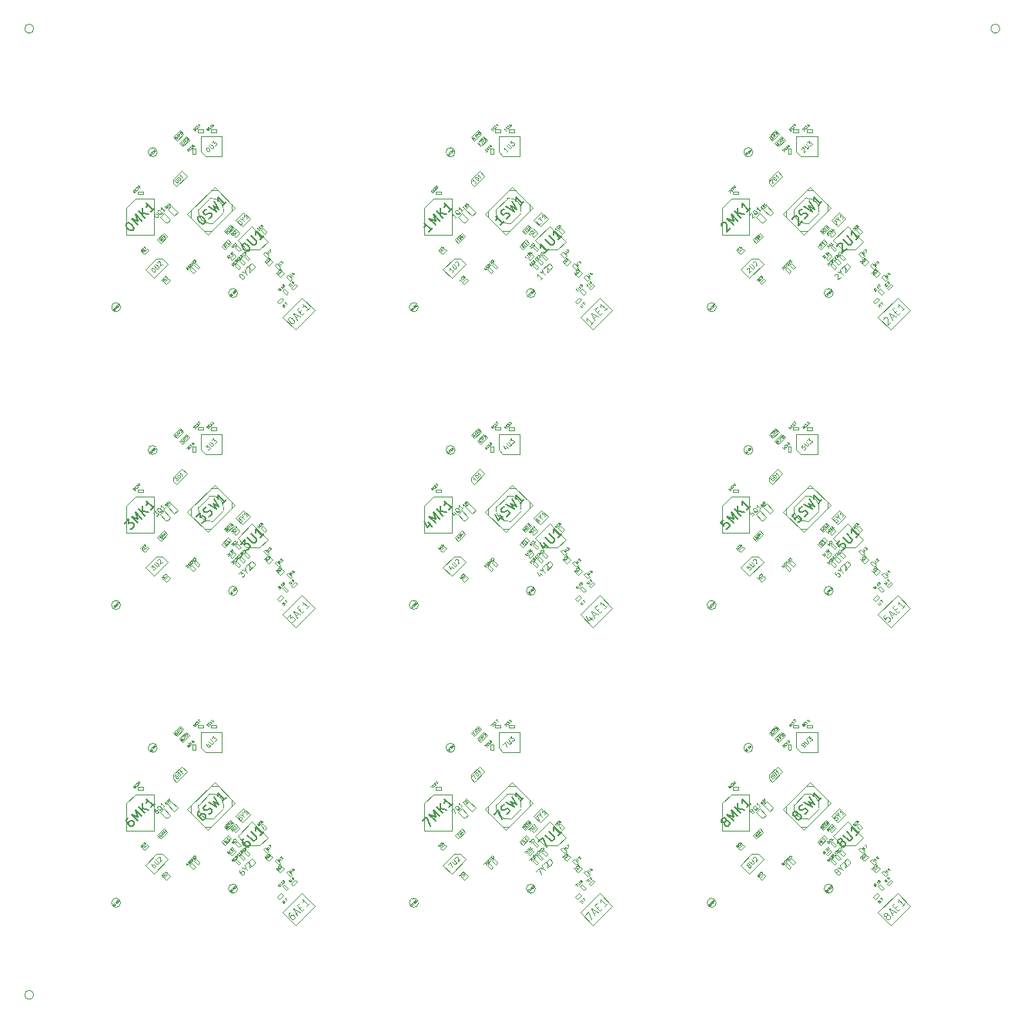
<source format=gbr>
G04 #@! TF.GenerationSoftware,KiCad,Pcbnew,9.0.0-rc2-3baa6cd791~182~ubuntu24.04.1*
G04 #@! TF.CreationDate,2025-02-06T23:06:31-05:00*
G04 #@! TF.ProjectId,PCA20073_Tiny_Board_Panel,50434132-3030-4373-935f-54696e795f42,rev?*
G04 #@! TF.SameCoordinates,PX5630ad8PY1312d00*
G04 #@! TF.FileFunction,AssemblyDrawing,Top*
%FSLAX46Y46*%
G04 Gerber Fmt 4.6, Leading zero omitted, Abs format (unit mm)*
G04 Created by KiCad (PCBNEW 9.0.0-rc2-3baa6cd791~182~ubuntu24.04.1) date 2025-02-06 23:06:31*
%MOMM*%
%LPD*%
G01*
G04 APERTURE LIST*
%ADD10C,0.040000*%
%ADD11C,0.060000*%
%ADD12C,0.075000*%
%ADD13C,0.150000*%
%ADD14C,0.090000*%
%ADD15C,0.120000*%
%ADD16C,0.100000*%
%ADD17C,0.050000*%
G04 APERTURE END LIST*
D10*
X88249779Y-30849396D02*
X88249779Y-30832560D01*
X88249779Y-30832560D02*
X88258197Y-30807307D01*
X88258197Y-30807307D02*
X88300287Y-30765217D01*
X88300287Y-30765217D02*
X88325540Y-30756799D01*
X88325540Y-30756799D02*
X88342376Y-30756799D01*
X88342376Y-30756799D02*
X88367630Y-30765217D01*
X88367630Y-30765217D02*
X88384466Y-30782053D01*
X88384466Y-30782053D02*
X88401302Y-30815725D01*
X88401302Y-30815725D02*
X88401302Y-31017755D01*
X88401302Y-31017755D02*
X88510735Y-30908322D01*
X88687512Y-30731545D02*
X88544407Y-30706292D01*
X88586496Y-30832561D02*
X88409720Y-30655784D01*
X88409720Y-30655784D02*
X88477063Y-30588440D01*
X88477063Y-30588440D02*
X88502317Y-30580023D01*
X88502317Y-30580023D02*
X88519153Y-30580023D01*
X88519153Y-30580023D02*
X88544407Y-30588440D01*
X88544407Y-30588440D02*
X88569660Y-30613694D01*
X88569660Y-30613694D02*
X88578078Y-30638948D01*
X88578078Y-30638948D02*
X88578078Y-30655784D01*
X88578078Y-30655784D02*
X88569660Y-30681038D01*
X88569660Y-30681038D02*
X88502317Y-30748381D01*
X88569660Y-30495843D02*
X88679094Y-30386410D01*
X88679094Y-30386410D02*
X88687512Y-30512679D01*
X88687512Y-30512679D02*
X88712765Y-30487425D01*
X88712765Y-30487425D02*
X88738019Y-30479007D01*
X88738019Y-30479007D02*
X88754855Y-30479007D01*
X88754855Y-30479007D02*
X88780109Y-30487425D01*
X88780109Y-30487425D02*
X88822199Y-30529515D01*
X88822199Y-30529515D02*
X88830617Y-30554769D01*
X88830617Y-30554769D02*
X88830617Y-30571605D01*
X88830617Y-30571605D02*
X88822199Y-30596858D01*
X88822199Y-30596858D02*
X88771691Y-30647366D01*
X88771691Y-30647366D02*
X88746437Y-30655784D01*
X88746437Y-30655784D02*
X88729601Y-30655784D01*
X63938526Y-62372481D02*
X64056377Y-62490333D01*
X63829093Y-62347228D02*
X63913272Y-62515586D01*
X63913272Y-62515586D02*
X64022706Y-62406153D01*
X64233154Y-62313556D02*
X64148975Y-62397735D01*
X64148975Y-62397735D02*
X63972198Y-62220959D01*
X64123721Y-62103108D02*
X64123721Y-62086272D01*
X64123721Y-62086272D02*
X64132139Y-62061018D01*
X64132139Y-62061018D02*
X64174228Y-62018928D01*
X64174228Y-62018928D02*
X64199482Y-62010510D01*
X64199482Y-62010510D02*
X64216318Y-62010510D01*
X64216318Y-62010510D02*
X64241572Y-62018928D01*
X64241572Y-62018928D02*
X64258408Y-62035764D01*
X64258408Y-62035764D02*
X64275244Y-62069436D01*
X64275244Y-62069436D02*
X64275244Y-62271466D01*
X64275244Y-62271466D02*
X64384677Y-62162033D01*
X92659743Y-99798200D02*
X92639540Y-99804934D01*
X92639540Y-99804934D02*
X92626072Y-99804934D01*
X92626072Y-99804934D02*
X92605869Y-99798200D01*
X92605869Y-99798200D02*
X92599134Y-99791466D01*
X92599134Y-99791466D02*
X92592400Y-99771263D01*
X92592400Y-99771263D02*
X92592400Y-99757794D01*
X92592400Y-99757794D02*
X92599134Y-99737591D01*
X92599134Y-99737591D02*
X92626072Y-99710654D01*
X92626072Y-99710654D02*
X92646275Y-99703919D01*
X92646275Y-99703919D02*
X92659743Y-99703919D01*
X92659743Y-99703919D02*
X92679946Y-99710654D01*
X92679946Y-99710654D02*
X92686681Y-99717388D01*
X92686681Y-99717388D02*
X92693415Y-99737591D01*
X92693415Y-99737591D02*
X92693415Y-99751060D01*
X92693415Y-99751060D02*
X92686681Y-99771263D01*
X92686681Y-99771263D02*
X92659743Y-99798200D01*
X92659743Y-99798200D02*
X92653009Y-99818403D01*
X92653009Y-99818403D02*
X92653009Y-99831872D01*
X92653009Y-99831872D02*
X92659743Y-99852075D01*
X92659743Y-99852075D02*
X92686681Y-99879012D01*
X92686681Y-99879012D02*
X92706884Y-99885747D01*
X92706884Y-99885747D02*
X92720352Y-99885747D01*
X92720352Y-99885747D02*
X92740556Y-99879012D01*
X92740556Y-99879012D02*
X92767493Y-99852075D01*
X92767493Y-99852075D02*
X92774227Y-99831872D01*
X92774227Y-99831872D02*
X92774227Y-99818403D01*
X92774227Y-99818403D02*
X92767493Y-99798200D01*
X92767493Y-99798200D02*
X92740556Y-99771263D01*
X92740556Y-99771263D02*
X92720352Y-99764528D01*
X92720352Y-99764528D02*
X92706884Y-99764528D01*
X92706884Y-99764528D02*
X92686681Y-99771263D01*
X92828102Y-99643310D02*
X92780961Y-99690451D01*
X92855039Y-99764529D02*
X92713618Y-99623107D01*
X92713618Y-99623107D02*
X92780961Y-99555764D01*
X92976258Y-99643310D02*
X92834837Y-99501889D01*
X93043601Y-99575966D02*
X92902180Y-99434545D01*
X92902180Y-99434545D02*
X92935852Y-99400873D01*
X92935852Y-99400873D02*
X92962789Y-99387405D01*
X92962789Y-99387405D02*
X92989727Y-99387405D01*
X92989727Y-99387405D02*
X93009930Y-99394139D01*
X93009930Y-99394139D02*
X93043601Y-99414342D01*
X93043601Y-99414342D02*
X93063804Y-99434545D01*
X93063804Y-99434545D02*
X93084007Y-99468217D01*
X93084007Y-99468217D02*
X93090742Y-99488420D01*
X93090742Y-99488420D02*
X93090742Y-99515357D01*
X93090742Y-99515357D02*
X93077273Y-99542295D01*
X93077273Y-99542295D02*
X93043601Y-99575966D01*
X93030133Y-99306592D02*
X93117679Y-99219046D01*
X93117679Y-99219046D02*
X93124414Y-99320061D01*
X93124414Y-99320061D02*
X93144617Y-99299858D01*
X93144617Y-99299858D02*
X93164820Y-99293124D01*
X93164820Y-99293124D02*
X93178288Y-99293124D01*
X93178288Y-99293124D02*
X93198491Y-99299858D01*
X93198491Y-99299858D02*
X93232163Y-99333530D01*
X93232163Y-99333530D02*
X93238898Y-99353733D01*
X93238898Y-99353733D02*
X93238898Y-99367202D01*
X93238898Y-99367202D02*
X93232163Y-99387405D01*
X93232163Y-99387405D02*
X93191757Y-99427811D01*
X93191757Y-99427811D02*
X93171554Y-99434545D01*
X93171554Y-99434545D02*
X93158085Y-99434545D01*
X18269592Y-18747744D02*
X18283060Y-18734275D01*
X18283060Y-18734275D02*
X18303263Y-18727541D01*
X18303263Y-18727541D02*
X18316732Y-18727541D01*
X18316732Y-18727541D02*
X18336935Y-18734275D01*
X18336935Y-18734275D02*
X18370607Y-18754478D01*
X18370607Y-18754478D02*
X18404279Y-18788150D01*
X18404279Y-18788150D02*
X18424482Y-18821821D01*
X18424482Y-18821821D02*
X18431216Y-18842025D01*
X18431216Y-18842025D02*
X18431216Y-18855493D01*
X18431216Y-18855493D02*
X18424482Y-18875696D01*
X18424482Y-18875696D02*
X18411013Y-18889165D01*
X18411013Y-18889165D02*
X18390810Y-18895899D01*
X18390810Y-18895899D02*
X18377341Y-18895899D01*
X18377341Y-18895899D02*
X18357138Y-18889165D01*
X18357138Y-18889165D02*
X18323466Y-18868962D01*
X18323466Y-18868962D02*
X18289795Y-18835290D01*
X18289795Y-18835290D02*
X18269592Y-18801618D01*
X18269592Y-18801618D02*
X18262857Y-18781415D01*
X18262857Y-18781415D02*
X18262857Y-18767947D01*
X18262857Y-18767947D02*
X18269592Y-18747744D01*
X18491825Y-18660197D02*
X18444684Y-18707338D01*
X18518762Y-18781416D02*
X18377341Y-18639994D01*
X18377341Y-18639994D02*
X18444684Y-18572651D01*
X18639981Y-18660197D02*
X18498560Y-18518776D01*
X18707324Y-18592853D02*
X18565903Y-18451432D01*
X18565903Y-18451432D02*
X18599575Y-18417760D01*
X18599575Y-18417760D02*
X18626512Y-18404292D01*
X18626512Y-18404292D02*
X18653450Y-18404292D01*
X18653450Y-18404292D02*
X18673653Y-18411026D01*
X18673653Y-18411026D02*
X18707324Y-18431229D01*
X18707324Y-18431229D02*
X18727527Y-18451432D01*
X18727527Y-18451432D02*
X18747730Y-18485104D01*
X18747730Y-18485104D02*
X18754465Y-18505307D01*
X18754465Y-18505307D02*
X18754465Y-18532244D01*
X18754465Y-18532244D02*
X18740996Y-18559182D01*
X18740996Y-18559182D02*
X18707324Y-18592853D01*
X18922824Y-18377354D02*
X18842011Y-18458166D01*
X18882417Y-18417760D02*
X18740996Y-18276339D01*
X18740996Y-18276339D02*
X18747730Y-18310011D01*
X18747730Y-18310011D02*
X18747730Y-18336948D01*
X18747730Y-18336948D02*
X18740996Y-18357151D01*
X55066356Y-83836131D02*
X55184207Y-83718280D01*
X55184207Y-83718280D02*
X55285223Y-83970818D01*
X55512507Y-83709862D02*
X55512507Y-83726698D01*
X55512507Y-83726698D02*
X55495671Y-83760370D01*
X55495671Y-83760370D02*
X55478835Y-83777206D01*
X55478835Y-83777206D02*
X55445163Y-83794042D01*
X55445163Y-83794042D02*
X55411492Y-83794042D01*
X55411492Y-83794042D02*
X55386238Y-83785624D01*
X55386238Y-83785624D02*
X55344148Y-83760370D01*
X55344148Y-83760370D02*
X55318894Y-83735116D01*
X55318894Y-83735116D02*
X55293640Y-83693027D01*
X55293640Y-83693027D02*
X55285222Y-83667773D01*
X55285222Y-83667773D02*
X55285222Y-83634101D01*
X55285222Y-83634101D02*
X55302058Y-83600429D01*
X55302058Y-83600429D02*
X55318894Y-83583593D01*
X55318894Y-83583593D02*
X55352566Y-83566758D01*
X55352566Y-83566758D02*
X55369402Y-83566758D01*
X55697701Y-83558340D02*
X55596686Y-83659355D01*
X55647194Y-83608847D02*
X55470417Y-83432071D01*
X55470417Y-83432071D02*
X55478835Y-83474160D01*
X55478835Y-83474160D02*
X55478835Y-83507832D01*
X55478835Y-83507832D02*
X55470417Y-83533086D01*
X55672447Y-83230040D02*
X55638776Y-83263712D01*
X55638776Y-83263712D02*
X55630358Y-83288966D01*
X55630358Y-83288966D02*
X55630358Y-83305802D01*
X55630358Y-83305802D02*
X55638776Y-83347891D01*
X55638776Y-83347891D02*
X55664029Y-83389981D01*
X55664029Y-83389981D02*
X55731373Y-83457324D01*
X55731373Y-83457324D02*
X55756627Y-83465742D01*
X55756627Y-83465742D02*
X55773463Y-83465742D01*
X55773463Y-83465742D02*
X55798716Y-83457324D01*
X55798716Y-83457324D02*
X55832388Y-83423653D01*
X55832388Y-83423653D02*
X55840806Y-83398399D01*
X55840806Y-83398399D02*
X55840806Y-83381563D01*
X55840806Y-83381563D02*
X55832388Y-83356309D01*
X55832388Y-83356309D02*
X55790299Y-83314220D01*
X55790299Y-83314220D02*
X55765045Y-83305802D01*
X55765045Y-83305802D02*
X55748209Y-83305802D01*
X55748209Y-83305802D02*
X55722955Y-83314220D01*
X55722955Y-83314220D02*
X55689283Y-83347891D01*
X55689283Y-83347891D02*
X55680865Y-83373145D01*
X55680865Y-83373145D02*
X55680865Y-83389981D01*
X55680865Y-83389981D02*
X55689283Y-83415235D01*
X62956509Y-59715522D02*
X63074360Y-59833373D01*
X62847076Y-59690268D02*
X62931255Y-59858627D01*
X62931255Y-59858627D02*
X63040688Y-59749193D01*
X63251137Y-59622925D02*
X63251137Y-59639760D01*
X63251137Y-59639760D02*
X63234301Y-59673432D01*
X63234301Y-59673432D02*
X63217465Y-59690268D01*
X63217465Y-59690268D02*
X63183793Y-59707104D01*
X63183793Y-59707104D02*
X63150121Y-59707104D01*
X63150121Y-59707104D02*
X63124868Y-59698686D01*
X63124868Y-59698686D02*
X63082778Y-59673432D01*
X63082778Y-59673432D02*
X63057524Y-59648178D01*
X63057524Y-59648178D02*
X63032270Y-59606089D01*
X63032270Y-59606089D02*
X63023852Y-59580835D01*
X63023852Y-59580835D02*
X63023852Y-59547163D01*
X63023852Y-59547163D02*
X63040688Y-59513491D01*
X63040688Y-59513491D02*
X63057524Y-59496655D01*
X63057524Y-59496655D02*
X63091196Y-59479820D01*
X63091196Y-59479820D02*
X63108032Y-59479820D01*
X63267973Y-59437730D02*
X63242719Y-59446148D01*
X63242719Y-59446148D02*
X63225883Y-59446148D01*
X63225883Y-59446148D02*
X63200629Y-59437730D01*
X63200629Y-59437730D02*
X63192211Y-59429312D01*
X63192211Y-59429312D02*
X63183793Y-59404058D01*
X63183793Y-59404058D02*
X63183793Y-59387222D01*
X63183793Y-59387222D02*
X63192211Y-59361968D01*
X63192211Y-59361968D02*
X63225883Y-59328297D01*
X63225883Y-59328297D02*
X63251137Y-59319879D01*
X63251137Y-59319879D02*
X63267973Y-59319879D01*
X63267973Y-59319879D02*
X63293226Y-59328297D01*
X63293226Y-59328297D02*
X63301644Y-59336715D01*
X63301644Y-59336715D02*
X63310062Y-59361968D01*
X63310062Y-59361968D02*
X63310062Y-59378804D01*
X63310062Y-59378804D02*
X63301644Y-59404058D01*
X63301644Y-59404058D02*
X63267973Y-59437730D01*
X63267973Y-59437730D02*
X63259555Y-59462984D01*
X63259555Y-59462984D02*
X63259555Y-59479820D01*
X63259555Y-59479820D02*
X63267973Y-59505073D01*
X63267973Y-59505073D02*
X63301644Y-59538745D01*
X63301644Y-59538745D02*
X63326898Y-59547163D01*
X63326898Y-59547163D02*
X63343734Y-59547163D01*
X63343734Y-59547163D02*
X63368988Y-59538745D01*
X63368988Y-59538745D02*
X63402660Y-59505073D01*
X63402660Y-59505073D02*
X63411078Y-59479820D01*
X63411078Y-59479820D02*
X63411078Y-59462984D01*
X63411078Y-59462984D02*
X63402660Y-59437730D01*
X63402660Y-59437730D02*
X63368988Y-59404058D01*
X63368988Y-59404058D02*
X63343734Y-59395640D01*
X63343734Y-59395640D02*
X63326898Y-59395640D01*
X63326898Y-59395640D02*
X63301644Y-59404058D01*
X65699222Y-68206113D02*
X65817073Y-68323965D01*
X65589789Y-68180860D02*
X65673968Y-68349218D01*
X65673968Y-68349218D02*
X65783402Y-68239785D01*
X65993850Y-68147188D02*
X65909671Y-68231367D01*
X65909671Y-68231367D02*
X65732894Y-68054591D01*
X65859163Y-67928322D02*
X65977014Y-67810471D01*
X65977014Y-67810471D02*
X66078029Y-68063009D01*
X66597584Y-32277416D02*
X66496569Y-32378431D01*
X66547077Y-32327923D02*
X66370300Y-32151147D01*
X66370300Y-32151147D02*
X66378718Y-32193236D01*
X66378718Y-32193236D02*
X66378718Y-32226908D01*
X66378718Y-32226908D02*
X66370300Y-32252162D01*
X66757525Y-32117475D02*
X66673346Y-32201654D01*
X66673346Y-32201654D02*
X66496569Y-32024878D01*
X66774361Y-31864937D02*
X66892212Y-31982788D01*
X66664928Y-31839683D02*
X66749107Y-32008042D01*
X66749107Y-32008042D02*
X66858540Y-31898609D01*
D11*
X21041489Y-21620657D02*
X21068427Y-21593719D01*
X21068427Y-21593719D02*
X21108833Y-21580251D01*
X21108833Y-21580251D02*
X21135770Y-21580251D01*
X21135770Y-21580251D02*
X21176176Y-21593719D01*
X21176176Y-21593719D02*
X21243520Y-21634126D01*
X21243520Y-21634126D02*
X21310863Y-21701469D01*
X21310863Y-21701469D02*
X21351269Y-21768813D01*
X21351269Y-21768813D02*
X21364738Y-21809219D01*
X21364738Y-21809219D02*
X21364738Y-21836156D01*
X21364738Y-21836156D02*
X21351269Y-21876562D01*
X21351269Y-21876562D02*
X21324332Y-21903500D01*
X21324332Y-21903500D02*
X21283926Y-21916968D01*
X21283926Y-21916968D02*
X21256988Y-21916968D01*
X21256988Y-21916968D02*
X21216582Y-21903500D01*
X21216582Y-21903500D02*
X21149239Y-21863093D01*
X21149239Y-21863093D02*
X21081895Y-21795750D01*
X21081895Y-21795750D02*
X21041489Y-21728406D01*
X21041489Y-21728406D02*
X21028021Y-21688000D01*
X21028021Y-21688000D02*
X21028021Y-21661063D01*
X21028021Y-21661063D02*
X21041489Y-21620657D01*
X21539831Y-21688001D02*
X21256988Y-21405158D01*
X21256988Y-21405158D02*
X21324332Y-21337814D01*
X21324332Y-21337814D02*
X21378206Y-21310877D01*
X21378206Y-21310877D02*
X21432081Y-21310877D01*
X21432081Y-21310877D02*
X21472487Y-21324346D01*
X21472487Y-21324346D02*
X21539831Y-21364752D01*
X21539831Y-21364752D02*
X21580237Y-21405158D01*
X21580237Y-21405158D02*
X21620643Y-21472501D01*
X21620643Y-21472501D02*
X21634112Y-21512907D01*
X21634112Y-21512907D02*
X21634112Y-21566782D01*
X21634112Y-21566782D02*
X21607174Y-21620657D01*
X21607174Y-21620657D02*
X21539831Y-21688001D01*
X21970829Y-21257002D02*
X21809205Y-21418627D01*
X21890017Y-21337814D02*
X21607174Y-21054972D01*
X21607174Y-21054972D02*
X21620643Y-21122315D01*
X21620643Y-21122315D02*
X21620643Y-21176190D01*
X21620643Y-21176190D02*
X21607174Y-21216596D01*
D10*
X53745149Y-82448591D02*
X53867714Y-82326026D01*
X53867714Y-82326026D02*
X53972770Y-82588666D01*
X53990279Y-82203461D02*
X54121599Y-82334781D01*
X54121599Y-82334781D02*
X54139108Y-82369799D01*
X54139108Y-82369799D02*
X54139108Y-82404818D01*
X54139108Y-82404818D02*
X54121599Y-82439837D01*
X54121599Y-82439837D02*
X54104089Y-82457346D01*
X54261673Y-82299762D02*
X54077825Y-82115915D01*
X54077825Y-82115915D02*
X54147863Y-82045877D01*
X54147863Y-82045877D02*
X54174127Y-82037123D01*
X54174127Y-82037123D02*
X54191636Y-82037123D01*
X54191636Y-82037123D02*
X54217900Y-82045877D01*
X54217900Y-82045877D02*
X54244164Y-82072141D01*
X54244164Y-82072141D02*
X54252918Y-82098405D01*
X54252918Y-82098405D02*
X54252918Y-82115915D01*
X54252918Y-82115915D02*
X54244164Y-82142178D01*
X54244164Y-82142178D02*
X54174127Y-82212216D01*
X54244164Y-81949576D02*
X54357974Y-81835766D01*
X54357974Y-81835766D02*
X54366729Y-81967085D01*
X54366729Y-81967085D02*
X54392993Y-81940821D01*
X54392993Y-81940821D02*
X54419257Y-81932067D01*
X54419257Y-81932067D02*
X54436766Y-81932067D01*
X54436766Y-81932067D02*
X54463030Y-81940821D01*
X54463030Y-81940821D02*
X54506803Y-81984595D01*
X54506803Y-81984595D02*
X54515558Y-82010859D01*
X54515558Y-82010859D02*
X54515558Y-82028368D01*
X54515558Y-82028368D02*
X54506803Y-82054632D01*
X54506803Y-82054632D02*
X54454276Y-82107160D01*
X54454276Y-82107160D02*
X54428012Y-82115915D01*
X54428012Y-82115915D02*
X54410502Y-82115915D01*
D12*
X57105367Y-83725874D02*
X57341069Y-83490172D01*
X57341069Y-83490172D02*
X57543099Y-83995248D01*
X57475756Y-83355485D02*
X57761965Y-83641695D01*
X57761965Y-83641695D02*
X57812473Y-83658531D01*
X57812473Y-83658531D02*
X57846145Y-83658531D01*
X57846145Y-83658531D02*
X57896652Y-83641695D01*
X57896652Y-83641695D02*
X57963996Y-83574352D01*
X57963996Y-83574352D02*
X57980832Y-83523844D01*
X57980832Y-83523844D02*
X57980832Y-83490172D01*
X57980832Y-83490172D02*
X57963996Y-83439665D01*
X57963996Y-83439665D02*
X57677786Y-83153455D01*
X57812473Y-83018767D02*
X58031340Y-82799901D01*
X58031340Y-82799901D02*
X58048176Y-83052439D01*
X58048176Y-83052439D02*
X58098683Y-83001932D01*
X58098683Y-83001932D02*
X58149191Y-82985096D01*
X58149191Y-82985096D02*
X58182863Y-82985096D01*
X58182863Y-82985096D02*
X58233370Y-83001932D01*
X58233370Y-83001932D02*
X58317550Y-83086111D01*
X58317550Y-83086111D02*
X58334386Y-83136619D01*
X58334386Y-83136619D02*
X58334386Y-83170290D01*
X58334386Y-83170290D02*
X58317550Y-83220798D01*
X58317550Y-83220798D02*
X58216534Y-83321813D01*
X58216534Y-83321813D02*
X58166027Y-83338649D01*
X58166027Y-83338649D02*
X58132355Y-83338649D01*
D10*
X53902732Y-49664836D02*
X54025298Y-49787401D01*
X53788922Y-49638572D02*
X53876468Y-49813665D01*
X53876468Y-49813665D02*
X53990279Y-49699854D01*
X53990279Y-49454724D02*
X54121599Y-49586044D01*
X54121599Y-49586044D02*
X54139108Y-49621062D01*
X54139108Y-49621062D02*
X54139108Y-49656081D01*
X54139108Y-49656081D02*
X54121599Y-49691100D01*
X54121599Y-49691100D02*
X54104089Y-49708609D01*
X54261673Y-49551025D02*
X54077825Y-49367178D01*
X54077825Y-49367178D02*
X54147863Y-49297140D01*
X54147863Y-49297140D02*
X54174127Y-49288386D01*
X54174127Y-49288386D02*
X54191636Y-49288386D01*
X54191636Y-49288386D02*
X54217900Y-49297140D01*
X54217900Y-49297140D02*
X54244164Y-49323404D01*
X54244164Y-49323404D02*
X54252918Y-49349668D01*
X54252918Y-49349668D02*
X54252918Y-49367178D01*
X54252918Y-49367178D02*
X54244164Y-49393441D01*
X54244164Y-49393441D02*
X54174127Y-49463479D01*
X54244164Y-49200839D02*
X54357974Y-49087029D01*
X54357974Y-49087029D02*
X54366729Y-49218348D01*
X54366729Y-49218348D02*
X54392993Y-49192084D01*
X54392993Y-49192084D02*
X54419257Y-49183330D01*
X54419257Y-49183330D02*
X54436766Y-49183330D01*
X54436766Y-49183330D02*
X54463030Y-49192084D01*
X54463030Y-49192084D02*
X54506803Y-49235858D01*
X54506803Y-49235858D02*
X54515558Y-49262122D01*
X54515558Y-49262122D02*
X54515558Y-49279631D01*
X54515558Y-49279631D02*
X54506803Y-49305895D01*
X54506803Y-49305895D02*
X54454276Y-49358423D01*
X54454276Y-49358423D02*
X54428012Y-49367178D01*
X54428012Y-49367178D02*
X54410502Y-49367178D01*
X83820908Y-84312561D02*
X83800705Y-84319295D01*
X83800705Y-84319295D02*
X83787237Y-84319295D01*
X83787237Y-84319295D02*
X83767034Y-84312561D01*
X83767034Y-84312561D02*
X83760299Y-84305827D01*
X83760299Y-84305827D02*
X83753565Y-84285624D01*
X83753565Y-84285624D02*
X83753565Y-84272155D01*
X83753565Y-84272155D02*
X83760299Y-84251952D01*
X83760299Y-84251952D02*
X83787237Y-84225015D01*
X83787237Y-84225015D02*
X83807440Y-84218280D01*
X83807440Y-84218280D02*
X83820908Y-84218280D01*
X83820908Y-84218280D02*
X83841111Y-84225015D01*
X83841111Y-84225015D02*
X83847846Y-84231749D01*
X83847846Y-84231749D02*
X83854580Y-84251952D01*
X83854580Y-84251952D02*
X83854580Y-84265421D01*
X83854580Y-84265421D02*
X83847846Y-84285624D01*
X83847846Y-84285624D02*
X83820908Y-84312561D01*
X83820908Y-84312561D02*
X83814174Y-84332764D01*
X83814174Y-84332764D02*
X83814174Y-84346233D01*
X83814174Y-84346233D02*
X83820908Y-84366436D01*
X83820908Y-84366436D02*
X83847846Y-84393373D01*
X83847846Y-84393373D02*
X83868049Y-84400108D01*
X83868049Y-84400108D02*
X83881517Y-84400108D01*
X83881517Y-84400108D02*
X83901721Y-84393373D01*
X83901721Y-84393373D02*
X83928658Y-84366436D01*
X83928658Y-84366436D02*
X83935392Y-84346233D01*
X83935392Y-84346233D02*
X83935392Y-84332764D01*
X83935392Y-84332764D02*
X83928658Y-84312561D01*
X83928658Y-84312561D02*
X83901721Y-84285624D01*
X83901721Y-84285624D02*
X83881517Y-84278889D01*
X83881517Y-84278889D02*
X83868049Y-84278889D01*
X83868049Y-84278889D02*
X83847846Y-84285624D01*
X83989267Y-84157671D02*
X83942126Y-84204812D01*
X84016204Y-84278890D02*
X83874783Y-84137468D01*
X83874783Y-84137468D02*
X83942126Y-84070125D01*
X84137423Y-84157671D02*
X83996002Y-84016250D01*
X84204766Y-84090327D02*
X84063345Y-83948906D01*
X84063345Y-83948906D02*
X84097017Y-83915234D01*
X84097017Y-83915234D02*
X84123954Y-83901766D01*
X84123954Y-83901766D02*
X84150892Y-83901766D01*
X84150892Y-83901766D02*
X84171095Y-83908500D01*
X84171095Y-83908500D02*
X84204766Y-83928703D01*
X84204766Y-83928703D02*
X84224969Y-83948906D01*
X84224969Y-83948906D02*
X84245172Y-83982578D01*
X84245172Y-83982578D02*
X84251907Y-84002781D01*
X84251907Y-84002781D02*
X84251907Y-84029718D01*
X84251907Y-84029718D02*
X84238438Y-84056656D01*
X84238438Y-84056656D02*
X84204766Y-84090327D01*
X84420266Y-83874828D02*
X84339453Y-83955640D01*
X84379859Y-83915234D02*
X84238438Y-83773813D01*
X84238438Y-83773813D02*
X84245172Y-83807485D01*
X84245172Y-83807485D02*
X84245172Y-83834422D01*
X84245172Y-83834422D02*
X84238438Y-83854625D01*
X17211650Y-62118933D02*
X17321083Y-62009500D01*
X17321083Y-62009500D02*
X17329501Y-62135769D01*
X17329501Y-62135769D02*
X17354755Y-62110515D01*
X17354755Y-62110515D02*
X17380009Y-62102098D01*
X17380009Y-62102098D02*
X17396845Y-62102098D01*
X17396845Y-62102098D02*
X17422099Y-62110515D01*
X17422099Y-62110515D02*
X17464188Y-62152605D01*
X17464188Y-62152605D02*
X17472606Y-62177859D01*
X17472606Y-62177859D02*
X17472606Y-62194695D01*
X17472606Y-62194695D02*
X17464188Y-62219949D01*
X17464188Y-62219949D02*
X17413681Y-62270456D01*
X17413681Y-62270456D02*
X17388427Y-62278874D01*
X17388427Y-62278874D02*
X17371591Y-62278874D01*
X17657801Y-61992665D02*
X17657801Y-62009500D01*
X17657801Y-62009500D02*
X17640965Y-62043172D01*
X17640965Y-62043172D02*
X17624129Y-62060008D01*
X17624129Y-62060008D02*
X17590457Y-62076844D01*
X17590457Y-62076844D02*
X17556785Y-62076844D01*
X17556785Y-62076844D02*
X17531532Y-62068426D01*
X17531532Y-62068426D02*
X17489442Y-62043172D01*
X17489442Y-62043172D02*
X17464188Y-62017918D01*
X17464188Y-62017918D02*
X17438934Y-61975829D01*
X17438934Y-61975829D02*
X17430516Y-61950575D01*
X17430516Y-61950575D02*
X17430516Y-61916903D01*
X17430516Y-61916903D02*
X17447352Y-61883231D01*
X17447352Y-61883231D02*
X17464188Y-61866395D01*
X17464188Y-61866395D02*
X17497860Y-61849560D01*
X17497860Y-61849560D02*
X17514696Y-61849560D01*
X17708308Y-61740126D02*
X17826159Y-61857978D01*
X17598875Y-61714873D02*
X17683055Y-61883231D01*
X17683055Y-61883231D02*
X17792488Y-61773798D01*
X57509242Y-16122046D02*
X57408227Y-16223061D01*
X57458734Y-16172553D02*
X57281958Y-15995777D01*
X57281958Y-15995777D02*
X57290376Y-16037866D01*
X57290376Y-16037866D02*
X57290376Y-16071538D01*
X57290376Y-16071538D02*
X57281958Y-16096792D01*
X57669183Y-15928433D02*
X57669183Y-15945269D01*
X57669183Y-15945269D02*
X57652347Y-15978941D01*
X57652347Y-15978941D02*
X57635511Y-15995777D01*
X57635511Y-15995777D02*
X57601839Y-16012613D01*
X57601839Y-16012613D02*
X57568168Y-16012613D01*
X57568168Y-16012613D02*
X57542914Y-16004195D01*
X57542914Y-16004195D02*
X57500824Y-15978941D01*
X57500824Y-15978941D02*
X57475570Y-15953687D01*
X57475570Y-15953687D02*
X57450316Y-15911598D01*
X57450316Y-15911598D02*
X57441898Y-15886344D01*
X57441898Y-15886344D02*
X57441898Y-15852672D01*
X57441898Y-15852672D02*
X57458734Y-15819000D01*
X57458734Y-15819000D02*
X57475570Y-15802164D01*
X57475570Y-15802164D02*
X57509242Y-15785329D01*
X57509242Y-15785329D02*
X57526078Y-15785329D01*
X57854377Y-15776911D02*
X57753362Y-15877926D01*
X57803870Y-15827418D02*
X57627093Y-15650642D01*
X57627093Y-15650642D02*
X57635511Y-15692731D01*
X57635511Y-15692731D02*
X57635511Y-15726403D01*
X57635511Y-15726403D02*
X57627093Y-15751657D01*
X57837541Y-15440193D02*
X57753362Y-15524373D01*
X57753362Y-15524373D02*
X57829123Y-15616970D01*
X57829123Y-15616970D02*
X57829123Y-15600134D01*
X57829123Y-15600134D02*
X57837541Y-15574880D01*
X57837541Y-15574880D02*
X57879631Y-15532791D01*
X57879631Y-15532791D02*
X57904885Y-15524373D01*
X57904885Y-15524373D02*
X57921721Y-15524373D01*
X57921721Y-15524373D02*
X57946975Y-15532791D01*
X57946975Y-15532791D02*
X57989064Y-15574880D01*
X57989064Y-15574880D02*
X57997482Y-15600134D01*
X57997482Y-15600134D02*
X57997482Y-15616970D01*
X57997482Y-15616970D02*
X57989064Y-15642224D01*
X57989064Y-15642224D02*
X57946975Y-15684313D01*
X57946975Y-15684313D02*
X57921721Y-15692731D01*
X57921721Y-15692731D02*
X57904885Y-15692731D01*
D12*
X18671508Y-58232053D02*
X18890374Y-58013187D01*
X18890374Y-58013187D02*
X18907210Y-58265725D01*
X18907210Y-58265725D02*
X18957717Y-58215217D01*
X18957717Y-58215217D02*
X19008225Y-58198382D01*
X19008225Y-58198382D02*
X19041897Y-58198382D01*
X19041897Y-58198382D02*
X19092404Y-58215217D01*
X19092404Y-58215217D02*
X19176584Y-58299397D01*
X19176584Y-58299397D02*
X19193420Y-58349904D01*
X19193420Y-58349904D02*
X19193420Y-58383576D01*
X19193420Y-58383576D02*
X19176584Y-58434084D01*
X19176584Y-58434084D02*
X19075569Y-58535099D01*
X19075569Y-58535099D02*
X19025061Y-58551935D01*
X19025061Y-58551935D02*
X18991389Y-58551935D01*
X19664824Y-58013187D02*
X19614316Y-58030023D01*
X19614316Y-58030023D02*
X19546973Y-58030023D01*
X19546973Y-58030023D02*
X19445958Y-58030023D01*
X19445958Y-58030023D02*
X19395450Y-58046859D01*
X19395450Y-58046859D02*
X19361778Y-58080531D01*
X19462793Y-58147874D02*
X19412286Y-58164710D01*
X19412286Y-58164710D02*
X19344942Y-58164710D01*
X19344942Y-58164710D02*
X19260763Y-58114202D01*
X19260763Y-58114202D02*
X19142912Y-57996351D01*
X19142912Y-57996351D02*
X19092404Y-57912172D01*
X19092404Y-57912172D02*
X19092404Y-57844828D01*
X19092404Y-57844828D02*
X19109240Y-57794321D01*
X19109240Y-57794321D02*
X19176584Y-57726977D01*
X19176584Y-57726977D02*
X19227091Y-57710141D01*
X19227091Y-57710141D02*
X19294435Y-57710141D01*
X19294435Y-57710141D02*
X19378614Y-57760649D01*
X19378614Y-57760649D02*
X19496465Y-57878500D01*
X19496465Y-57878500D02*
X19546973Y-57962680D01*
X19546973Y-57962680D02*
X19546973Y-58030023D01*
X19546973Y-58030023D02*
X19530137Y-58080531D01*
X19530137Y-58080531D02*
X19462793Y-58147874D01*
X19951034Y-57659634D02*
X19749004Y-57861664D01*
X19850019Y-57760649D02*
X19496465Y-57407095D01*
X19496465Y-57407095D02*
X19513301Y-57491275D01*
X19513301Y-57491275D02*
X19513301Y-57558618D01*
X19513301Y-57558618D02*
X19496465Y-57609126D01*
D10*
X33562653Y-64958809D02*
X33672087Y-64849376D01*
X33672087Y-64849376D02*
X33680505Y-64975645D01*
X33680505Y-64975645D02*
X33705758Y-64950391D01*
X33705758Y-64950391D02*
X33731012Y-64941973D01*
X33731012Y-64941973D02*
X33747848Y-64941973D01*
X33747848Y-64941973D02*
X33773102Y-64950391D01*
X33773102Y-64950391D02*
X33815192Y-64992481D01*
X33815192Y-64992481D02*
X33823609Y-65017735D01*
X33823609Y-65017735D02*
X33823609Y-65034571D01*
X33823609Y-65034571D02*
X33815192Y-65059824D01*
X33815192Y-65059824D02*
X33764684Y-65110332D01*
X33764684Y-65110332D02*
X33739430Y-65118750D01*
X33739430Y-65118750D02*
X33722594Y-65118750D01*
X34008804Y-64866212D02*
X33924625Y-64950391D01*
X33924625Y-64950391D02*
X33747848Y-64773615D01*
X34025640Y-64613674D02*
X34143491Y-64731525D01*
X33916207Y-64588420D02*
X34000386Y-64756779D01*
X34000386Y-64756779D02*
X34109819Y-64647346D01*
X65197176Y-63659416D02*
X65315027Y-63777268D01*
X65087743Y-63634163D02*
X65171922Y-63802521D01*
X65171922Y-63802521D02*
X65281356Y-63693088D01*
X65491804Y-63600491D02*
X65407625Y-63684670D01*
X65407625Y-63684670D02*
X65230848Y-63507894D01*
X65357117Y-63381625D02*
X65466550Y-63272191D01*
X65466550Y-63272191D02*
X65474968Y-63398461D01*
X65474968Y-63398461D02*
X65500222Y-63373207D01*
X65500222Y-63373207D02*
X65525476Y-63364789D01*
X65525476Y-63364789D02*
X65542312Y-63364789D01*
X65542312Y-63364789D02*
X65567565Y-63373207D01*
X65567565Y-63373207D02*
X65609655Y-63415296D01*
X65609655Y-63415296D02*
X65618073Y-63440550D01*
X65618073Y-63440550D02*
X65618073Y-63457386D01*
X65618073Y-63457386D02*
X65609655Y-63482640D01*
X65609655Y-63482640D02*
X65559147Y-63533148D01*
X65559147Y-63533148D02*
X65533894Y-63541565D01*
X65533894Y-63541565D02*
X65517058Y-63541565D01*
X60045709Y-34327664D02*
X59964897Y-34408476D01*
X60005303Y-34368070D02*
X59863882Y-34226648D01*
X59863882Y-34226648D02*
X59870616Y-34260320D01*
X59870616Y-34260320D02*
X59870616Y-34287257D01*
X59870616Y-34287257D02*
X59863882Y-34307460D01*
X60079381Y-34145836D02*
X60032240Y-34192977D01*
X60106318Y-34267055D02*
X59964897Y-34125633D01*
X59964897Y-34125633D02*
X60032240Y-34058290D01*
X60227537Y-34145836D02*
X60086116Y-34004415D01*
X60294880Y-34078492D02*
X60153459Y-33937071D01*
X60153459Y-33937071D02*
X60187131Y-33903399D01*
X60187131Y-33903399D02*
X60214068Y-33889931D01*
X60214068Y-33889931D02*
X60241006Y-33889931D01*
X60241006Y-33889931D02*
X60261209Y-33896665D01*
X60261209Y-33896665D02*
X60294880Y-33916868D01*
X60294880Y-33916868D02*
X60315083Y-33937071D01*
X60315083Y-33937071D02*
X60335286Y-33970743D01*
X60335286Y-33970743D02*
X60342021Y-33990946D01*
X60342021Y-33990946D02*
X60342021Y-34017883D01*
X60342021Y-34017883D02*
X60328552Y-34044821D01*
X60328552Y-34044821D02*
X60294880Y-34078492D01*
X60281412Y-33809118D02*
X60368958Y-33721572D01*
X60368958Y-33721572D02*
X60375693Y-33822587D01*
X60375693Y-33822587D02*
X60395896Y-33802384D01*
X60395896Y-33802384D02*
X60416099Y-33795650D01*
X60416099Y-33795650D02*
X60429567Y-33795650D01*
X60429567Y-33795650D02*
X60449770Y-33802384D01*
X60449770Y-33802384D02*
X60483442Y-33836056D01*
X60483442Y-33836056D02*
X60490177Y-33856259D01*
X60490177Y-33856259D02*
X60490177Y-33869728D01*
X60490177Y-33869728D02*
X60483442Y-33889931D01*
X60483442Y-33889931D02*
X60443036Y-33930337D01*
X60443036Y-33930337D02*
X60422833Y-33937071D01*
X60422833Y-33937071D02*
X60409364Y-33937071D01*
D13*
X28621032Y-94052792D02*
X28486345Y-94187479D01*
X28486345Y-94187479D02*
X28452673Y-94288494D01*
X28452673Y-94288494D02*
X28452673Y-94355838D01*
X28452673Y-94355838D02*
X28486345Y-94524196D01*
X28486345Y-94524196D02*
X28587360Y-94692555D01*
X28587360Y-94692555D02*
X28856734Y-94961929D01*
X28856734Y-94961929D02*
X28957749Y-94995601D01*
X28957749Y-94995601D02*
X29025093Y-94995601D01*
X29025093Y-94995601D02*
X29126108Y-94961929D01*
X29126108Y-94961929D02*
X29260795Y-94827242D01*
X29260795Y-94827242D02*
X29294467Y-94726227D01*
X29294467Y-94726227D02*
X29294467Y-94658883D01*
X29294467Y-94658883D02*
X29260795Y-94557868D01*
X29260795Y-94557868D02*
X29092436Y-94389509D01*
X29092436Y-94389509D02*
X28991421Y-94355838D01*
X28991421Y-94355838D02*
X28924078Y-94355838D01*
X28924078Y-94355838D02*
X28823062Y-94389509D01*
X28823062Y-94389509D02*
X28688375Y-94524196D01*
X28688375Y-94524196D02*
X28654704Y-94625212D01*
X28654704Y-94625212D02*
X28654704Y-94692555D01*
X28654704Y-94692555D02*
X28688375Y-94793570D01*
X28991421Y-93682402D02*
X29563841Y-94254822D01*
X29563841Y-94254822D02*
X29664856Y-94288494D01*
X29664856Y-94288494D02*
X29732200Y-94288494D01*
X29732200Y-94288494D02*
X29833215Y-94254822D01*
X29833215Y-94254822D02*
X29967902Y-94120135D01*
X29967902Y-94120135D02*
X30001574Y-94019120D01*
X30001574Y-94019120D02*
X30001574Y-93951777D01*
X30001574Y-93951777D02*
X29967902Y-93850761D01*
X29967902Y-93850761D02*
X29395482Y-93278341D01*
X30809696Y-93278342D02*
X30405635Y-93682403D01*
X30607665Y-93480372D02*
X29900558Y-92773265D01*
X29900558Y-92773265D02*
X29934230Y-92941624D01*
X29934230Y-92941624D02*
X29934230Y-93076311D01*
X29934230Y-93076311D02*
X29900558Y-93177326D01*
D10*
X95671558Y-92531602D02*
X95646304Y-92540020D01*
X95646304Y-92540020D02*
X95629469Y-92540020D01*
X95629469Y-92540020D02*
X95604215Y-92531602D01*
X95604215Y-92531602D02*
X95595797Y-92523184D01*
X95595797Y-92523184D02*
X95587379Y-92497930D01*
X95587379Y-92497930D02*
X95587379Y-92481095D01*
X95587379Y-92481095D02*
X95595797Y-92455841D01*
X95595797Y-92455841D02*
X95629469Y-92422169D01*
X95629469Y-92422169D02*
X95654722Y-92413751D01*
X95654722Y-92413751D02*
X95671558Y-92413751D01*
X95671558Y-92413751D02*
X95696812Y-92422169D01*
X95696812Y-92422169D02*
X95705230Y-92430587D01*
X95705230Y-92430587D02*
X95713648Y-92455841D01*
X95713648Y-92455841D02*
X95713648Y-92472677D01*
X95713648Y-92472677D02*
X95705230Y-92497930D01*
X95705230Y-92497930D02*
X95671558Y-92531602D01*
X95671558Y-92531602D02*
X95663140Y-92556856D01*
X95663140Y-92556856D02*
X95663140Y-92573692D01*
X95663140Y-92573692D02*
X95671558Y-92598946D01*
X95671558Y-92598946D02*
X95705230Y-92632617D01*
X95705230Y-92632617D02*
X95730484Y-92641035D01*
X95730484Y-92641035D02*
X95747320Y-92641035D01*
X95747320Y-92641035D02*
X95772574Y-92632617D01*
X95772574Y-92632617D02*
X95806245Y-92598946D01*
X95806245Y-92598946D02*
X95814663Y-92573692D01*
X95814663Y-92573692D02*
X95814663Y-92556856D01*
X95814663Y-92556856D02*
X95806245Y-92531602D01*
X95806245Y-92531602D02*
X95772574Y-92497930D01*
X95772574Y-92497930D02*
X95747320Y-92489512D01*
X95747320Y-92489512D02*
X95730484Y-92489512D01*
X95730484Y-92489512D02*
X95705230Y-92497930D01*
X95999858Y-92371662D02*
X95999858Y-92388497D01*
X95999858Y-92388497D02*
X95983022Y-92422169D01*
X95983022Y-92422169D02*
X95966186Y-92439005D01*
X95966186Y-92439005D02*
X95932514Y-92455841D01*
X95932514Y-92455841D02*
X95898842Y-92455841D01*
X95898842Y-92455841D02*
X95873589Y-92447423D01*
X95873589Y-92447423D02*
X95831499Y-92422169D01*
X95831499Y-92422169D02*
X95806245Y-92396915D01*
X95806245Y-92396915D02*
X95780991Y-92354826D01*
X95780991Y-92354826D02*
X95772573Y-92329572D01*
X95772573Y-92329572D02*
X95772573Y-92295900D01*
X95772573Y-92295900D02*
X95789409Y-92262228D01*
X95789409Y-92262228D02*
X95806245Y-92245392D01*
X95806245Y-92245392D02*
X95839917Y-92228557D01*
X95839917Y-92228557D02*
X95856753Y-92228557D01*
X96016694Y-92186467D02*
X95991440Y-92194885D01*
X95991440Y-92194885D02*
X95974604Y-92194885D01*
X95974604Y-92194885D02*
X95949350Y-92186467D01*
X95949350Y-92186467D02*
X95940932Y-92178049D01*
X95940932Y-92178049D02*
X95932514Y-92152795D01*
X95932514Y-92152795D02*
X95932514Y-92135959D01*
X95932514Y-92135959D02*
X95940932Y-92110705D01*
X95940932Y-92110705D02*
X95974604Y-92077034D01*
X95974604Y-92077034D02*
X95999858Y-92068616D01*
X95999858Y-92068616D02*
X96016694Y-92068616D01*
X96016694Y-92068616D02*
X96041947Y-92077034D01*
X96041947Y-92077034D02*
X96050365Y-92085452D01*
X96050365Y-92085452D02*
X96058783Y-92110705D01*
X96058783Y-92110705D02*
X96058783Y-92127541D01*
X96058783Y-92127541D02*
X96050365Y-92152795D01*
X96050365Y-92152795D02*
X96016694Y-92186467D01*
X96016694Y-92186467D02*
X96008276Y-92211721D01*
X96008276Y-92211721D02*
X96008276Y-92228557D01*
X96008276Y-92228557D02*
X96016694Y-92253810D01*
X96016694Y-92253810D02*
X96050365Y-92287482D01*
X96050365Y-92287482D02*
X96075619Y-92295900D01*
X96075619Y-92295900D02*
X96092455Y-92295900D01*
X96092455Y-92295900D02*
X96117709Y-92287482D01*
X96117709Y-92287482D02*
X96151381Y-92253810D01*
X96151381Y-92253810D02*
X96159799Y-92228557D01*
X96159799Y-92228557D02*
X96159799Y-92211721D01*
X96159799Y-92211721D02*
X96151381Y-92186467D01*
X96151381Y-92186467D02*
X96117709Y-92152795D01*
X96117709Y-92152795D02*
X96092455Y-92144377D01*
X96092455Y-92144377D02*
X96075619Y-92144377D01*
X96075619Y-92144377D02*
X96050365Y-92152795D01*
D13*
X28250643Y-61674444D02*
X28688375Y-61236711D01*
X28688375Y-61236711D02*
X28722047Y-61741788D01*
X28722047Y-61741788D02*
X28823062Y-61640772D01*
X28823062Y-61640772D02*
X28924078Y-61607101D01*
X28924078Y-61607101D02*
X28991421Y-61607101D01*
X28991421Y-61607101D02*
X29092436Y-61640772D01*
X29092436Y-61640772D02*
X29260795Y-61809131D01*
X29260795Y-61809131D02*
X29294467Y-61910146D01*
X29294467Y-61910146D02*
X29294467Y-61977490D01*
X29294467Y-61977490D02*
X29260795Y-62078505D01*
X29260795Y-62078505D02*
X29058765Y-62280536D01*
X29058765Y-62280536D02*
X28957749Y-62314207D01*
X28957749Y-62314207D02*
X28890406Y-62314207D01*
X28991421Y-60933665D02*
X29563841Y-61506085D01*
X29563841Y-61506085D02*
X29664856Y-61539757D01*
X29664856Y-61539757D02*
X29732200Y-61539757D01*
X29732200Y-61539757D02*
X29833215Y-61506085D01*
X29833215Y-61506085D02*
X29967902Y-61371398D01*
X29967902Y-61371398D02*
X30001574Y-61270383D01*
X30001574Y-61270383D02*
X30001574Y-61203040D01*
X30001574Y-61203040D02*
X29967902Y-61102024D01*
X29967902Y-61102024D02*
X29395482Y-60529604D01*
X30809696Y-60529605D02*
X30405635Y-60933666D01*
X30607665Y-60731635D02*
X29900558Y-60024528D01*
X29900558Y-60024528D02*
X29934230Y-60192887D01*
X29934230Y-60192887D02*
X29934230Y-60327574D01*
X29934230Y-60327574D02*
X29900558Y-60428589D01*
D10*
X32849486Y-35440541D02*
X32866322Y-35423705D01*
X32866322Y-35423705D02*
X32891576Y-35415287D01*
X32891576Y-35415287D02*
X32908412Y-35415287D01*
X32908412Y-35415287D02*
X32933665Y-35423705D01*
X32933665Y-35423705D02*
X32975755Y-35448959D01*
X32975755Y-35448959D02*
X33017845Y-35491048D01*
X33017845Y-35491048D02*
X33043099Y-35533138D01*
X33043099Y-35533138D02*
X33051517Y-35558392D01*
X33051517Y-35558392D02*
X33051517Y-35575228D01*
X33051517Y-35575228D02*
X33043099Y-35600481D01*
X33043099Y-35600481D02*
X33026263Y-35617317D01*
X33026263Y-35617317D02*
X33001009Y-35625735D01*
X33001009Y-35625735D02*
X32984173Y-35625735D01*
X32984173Y-35625735D02*
X32958919Y-35617317D01*
X32958919Y-35617317D02*
X32916830Y-35592063D01*
X32916830Y-35592063D02*
X32874740Y-35549974D01*
X32874740Y-35549974D02*
X32849486Y-35507884D01*
X32849486Y-35507884D02*
X32841068Y-35482630D01*
X32841068Y-35482630D02*
X32841068Y-35465794D01*
X32841068Y-35465794D02*
X32849486Y-35440541D01*
X33245129Y-35398451D02*
X33160950Y-35482630D01*
X33160950Y-35482630D02*
X32984173Y-35305854D01*
X33110442Y-35179585D02*
X33228293Y-35061734D01*
X33228293Y-35061734D02*
X33329308Y-35314272D01*
X55627327Y-63556044D02*
X55745178Y-63673895D01*
X55517894Y-63530790D02*
X55602073Y-63699149D01*
X55602073Y-63699149D02*
X55711506Y-63589715D01*
X55938791Y-63480282D02*
X55795686Y-63455029D01*
X55837775Y-63581298D02*
X55660999Y-63404521D01*
X55660999Y-63404521D02*
X55728342Y-63337177D01*
X55728342Y-63337177D02*
X55753596Y-63328760D01*
X55753596Y-63328760D02*
X55770432Y-63328760D01*
X55770432Y-63328760D02*
X55795686Y-63337177D01*
X55795686Y-63337177D02*
X55820939Y-63362431D01*
X55820939Y-63362431D02*
X55829357Y-63387685D01*
X55829357Y-63387685D02*
X55829357Y-63404521D01*
X55829357Y-63404521D02*
X55820939Y-63429775D01*
X55820939Y-63429775D02*
X55753596Y-63497118D01*
X55820939Y-63244580D02*
X55930373Y-63135147D01*
X55930373Y-63135147D02*
X55938791Y-63261416D01*
X55938791Y-63261416D02*
X55964044Y-63236162D01*
X55964044Y-63236162D02*
X55989298Y-63227744D01*
X55989298Y-63227744D02*
X56006134Y-63227744D01*
X56006134Y-63227744D02*
X56031388Y-63236162D01*
X56031388Y-63236162D02*
X56073478Y-63278252D01*
X56073478Y-63278252D02*
X56081896Y-63303506D01*
X56081896Y-63303506D02*
X56081896Y-63320342D01*
X56081896Y-63320342D02*
X56073478Y-63345595D01*
X56073478Y-63345595D02*
X56022970Y-63396103D01*
X56022970Y-63396103D02*
X55997716Y-63404521D01*
X55997716Y-63404521D02*
X55980880Y-63404521D01*
X55352566Y-18406001D02*
X55251551Y-18507016D01*
X55302058Y-18456508D02*
X55125282Y-18279732D01*
X55125282Y-18279732D02*
X55133700Y-18321821D01*
X55133700Y-18321821D02*
X55133700Y-18355493D01*
X55133700Y-18355493D02*
X55125282Y-18380747D01*
X55512507Y-18212388D02*
X55512507Y-18229224D01*
X55512507Y-18229224D02*
X55495671Y-18262896D01*
X55495671Y-18262896D02*
X55478835Y-18279732D01*
X55478835Y-18279732D02*
X55445163Y-18296568D01*
X55445163Y-18296568D02*
X55411492Y-18296568D01*
X55411492Y-18296568D02*
X55386238Y-18288150D01*
X55386238Y-18288150D02*
X55344148Y-18262896D01*
X55344148Y-18262896D02*
X55318894Y-18237642D01*
X55318894Y-18237642D02*
X55293640Y-18195553D01*
X55293640Y-18195553D02*
X55285222Y-18170299D01*
X55285222Y-18170299D02*
X55285222Y-18136627D01*
X55285222Y-18136627D02*
X55302058Y-18102955D01*
X55302058Y-18102955D02*
X55318894Y-18086119D01*
X55318894Y-18086119D02*
X55352566Y-18069284D01*
X55352566Y-18069284D02*
X55369402Y-18069284D01*
X55697701Y-18060866D02*
X55596686Y-18161881D01*
X55647194Y-18111373D02*
X55470417Y-17934597D01*
X55470417Y-17934597D02*
X55478835Y-17976686D01*
X55478835Y-17976686D02*
X55478835Y-18010358D01*
X55478835Y-18010358D02*
X55470417Y-18035612D01*
X55672447Y-17732566D02*
X55638776Y-17766238D01*
X55638776Y-17766238D02*
X55630358Y-17791492D01*
X55630358Y-17791492D02*
X55630358Y-17808328D01*
X55630358Y-17808328D02*
X55638776Y-17850417D01*
X55638776Y-17850417D02*
X55664029Y-17892507D01*
X55664029Y-17892507D02*
X55731373Y-17959850D01*
X55731373Y-17959850D02*
X55756627Y-17968268D01*
X55756627Y-17968268D02*
X55773463Y-17968268D01*
X55773463Y-17968268D02*
X55798716Y-17959850D01*
X55798716Y-17959850D02*
X55832388Y-17926179D01*
X55832388Y-17926179D02*
X55840806Y-17900925D01*
X55840806Y-17900925D02*
X55840806Y-17884089D01*
X55840806Y-17884089D02*
X55832388Y-17858835D01*
X55832388Y-17858835D02*
X55790299Y-17816746D01*
X55790299Y-17816746D02*
X55765045Y-17808328D01*
X55765045Y-17808328D02*
X55748209Y-17808328D01*
X55748209Y-17808328D02*
X55722955Y-17816746D01*
X55722955Y-17816746D02*
X55689283Y-17850417D01*
X55689283Y-17850417D02*
X55680865Y-17875671D01*
X55680865Y-17875671D02*
X55680865Y-17892507D01*
X55680865Y-17892507D02*
X55689283Y-17917761D01*
X59980074Y-96402092D02*
X60097925Y-96284241D01*
X60097925Y-96284241D02*
X60198941Y-96536779D01*
X60426225Y-96275824D02*
X60426225Y-96292659D01*
X60426225Y-96292659D02*
X60409389Y-96326331D01*
X60409389Y-96326331D02*
X60392553Y-96343167D01*
X60392553Y-96343167D02*
X60358881Y-96360003D01*
X60358881Y-96360003D02*
X60325209Y-96360003D01*
X60325209Y-96360003D02*
X60299956Y-96351585D01*
X60299956Y-96351585D02*
X60257866Y-96326331D01*
X60257866Y-96326331D02*
X60232612Y-96301077D01*
X60232612Y-96301077D02*
X60207358Y-96258988D01*
X60207358Y-96258988D02*
X60198940Y-96233734D01*
X60198940Y-96233734D02*
X60198940Y-96200062D01*
X60198940Y-96200062D02*
X60215776Y-96166390D01*
X60215776Y-96166390D02*
X60232612Y-96149554D01*
X60232612Y-96149554D02*
X60266284Y-96132719D01*
X60266284Y-96132719D02*
X60283120Y-96132719D01*
X60350463Y-96065375D02*
X60350463Y-96048539D01*
X60350463Y-96048539D02*
X60358881Y-96023285D01*
X60358881Y-96023285D02*
X60400971Y-95981196D01*
X60400971Y-95981196D02*
X60426225Y-95972778D01*
X60426225Y-95972778D02*
X60443061Y-95972778D01*
X60443061Y-95972778D02*
X60468314Y-95981196D01*
X60468314Y-95981196D02*
X60485150Y-95998032D01*
X60485150Y-95998032D02*
X60501986Y-96031703D01*
X60501986Y-96031703D02*
X60501986Y-96233734D01*
X60501986Y-96233734D02*
X60611419Y-96124301D01*
D14*
X93560992Y-32176230D02*
X93560992Y-32134477D01*
X93560992Y-32134477D02*
X93581869Y-32071847D01*
X93581869Y-32071847D02*
X93686251Y-31967465D01*
X93686251Y-31967465D02*
X93748881Y-31946589D01*
X93748881Y-31946589D02*
X93790634Y-31946589D01*
X93790634Y-31946589D02*
X93853263Y-31967465D01*
X93853263Y-31967465D02*
X93895016Y-32009218D01*
X93895016Y-32009218D02*
X93936769Y-32092724D01*
X93936769Y-32092724D02*
X93936769Y-32593760D01*
X93936769Y-32593760D02*
X94208163Y-32322365D01*
X94270793Y-31842206D02*
X94479558Y-32050971D01*
X93895016Y-31758700D02*
X94270793Y-31842206D01*
X94270793Y-31842206D02*
X94187287Y-31466429D01*
X94354299Y-31382923D02*
X94354299Y-31341170D01*
X94354299Y-31341170D02*
X94375175Y-31278541D01*
X94375175Y-31278541D02*
X94479558Y-31174158D01*
X94479558Y-31174158D02*
X94542187Y-31153282D01*
X94542187Y-31153282D02*
X94583940Y-31153282D01*
X94583940Y-31153282D02*
X94646570Y-31174158D01*
X94646570Y-31174158D02*
X94688323Y-31215911D01*
X94688323Y-31215911D02*
X94730076Y-31299417D01*
X94730076Y-31299417D02*
X94730076Y-31800453D01*
X94730076Y-31800453D02*
X95001470Y-31529059D01*
D10*
X55475804Y-96338452D02*
X55593655Y-96220601D01*
X55593655Y-96220601D02*
X55694671Y-96473139D01*
X55938791Y-96229019D02*
X55795686Y-96203766D01*
X55837775Y-96330035D02*
X55660999Y-96153258D01*
X55660999Y-96153258D02*
X55728342Y-96085914D01*
X55728342Y-96085914D02*
X55753596Y-96077497D01*
X55753596Y-96077497D02*
X55770432Y-96077497D01*
X55770432Y-96077497D02*
X55795686Y-96085914D01*
X55795686Y-96085914D02*
X55820939Y-96111168D01*
X55820939Y-96111168D02*
X55829357Y-96136422D01*
X55829357Y-96136422D02*
X55829357Y-96153258D01*
X55829357Y-96153258D02*
X55820939Y-96178512D01*
X55820939Y-96178512D02*
X55753596Y-96245855D01*
X55820939Y-95993317D02*
X55930373Y-95883884D01*
X55930373Y-95883884D02*
X55938791Y-96010153D01*
X55938791Y-96010153D02*
X55964044Y-95984899D01*
X55964044Y-95984899D02*
X55989298Y-95976481D01*
X55989298Y-95976481D02*
X56006134Y-95976481D01*
X56006134Y-95976481D02*
X56031388Y-95984899D01*
X56031388Y-95984899D02*
X56073478Y-96026989D01*
X56073478Y-96026989D02*
X56081896Y-96052243D01*
X56081896Y-96052243D02*
X56081896Y-96069079D01*
X56081896Y-96069079D02*
X56073478Y-96094332D01*
X56073478Y-96094332D02*
X56022970Y-96144840D01*
X56022970Y-96144840D02*
X55997716Y-96153258D01*
X55997716Y-96153258D02*
X55980880Y-96153258D01*
X66462897Y-64925137D02*
X66580748Y-65042989D01*
X66353464Y-64899884D02*
X66437643Y-65068242D01*
X66437643Y-65068242D02*
X66547077Y-64958809D01*
X66757525Y-64866212D02*
X66673346Y-64950391D01*
X66673346Y-64950391D02*
X66496569Y-64773615D01*
X66774361Y-64613674D02*
X66892212Y-64731525D01*
X66664928Y-64588420D02*
X66749107Y-64756779D01*
X66749107Y-64756779D02*
X66858540Y-64647346D01*
D12*
X57408412Y-50909794D02*
X57644115Y-51145496D01*
X57189546Y-50859286D02*
X57357905Y-51196004D01*
X57357905Y-51196004D02*
X57576771Y-50977137D01*
X57475756Y-50606748D02*
X57761965Y-50892958D01*
X57761965Y-50892958D02*
X57812473Y-50909794D01*
X57812473Y-50909794D02*
X57846145Y-50909794D01*
X57846145Y-50909794D02*
X57896652Y-50892958D01*
X57896652Y-50892958D02*
X57963996Y-50825615D01*
X57963996Y-50825615D02*
X57980832Y-50775107D01*
X57980832Y-50775107D02*
X57980832Y-50741435D01*
X57980832Y-50741435D02*
X57963996Y-50690928D01*
X57963996Y-50690928D02*
X57677786Y-50404718D01*
X57812473Y-50270030D02*
X58031340Y-50051164D01*
X58031340Y-50051164D02*
X58048176Y-50303702D01*
X58048176Y-50303702D02*
X58098683Y-50253195D01*
X58098683Y-50253195D02*
X58149191Y-50236359D01*
X58149191Y-50236359D02*
X58182863Y-50236359D01*
X58182863Y-50236359D02*
X58233370Y-50253195D01*
X58233370Y-50253195D02*
X58317550Y-50337374D01*
X58317550Y-50337374D02*
X58334386Y-50387882D01*
X58334386Y-50387882D02*
X58334386Y-50421553D01*
X58334386Y-50421553D02*
X58317550Y-50472061D01*
X58317550Y-50472061D02*
X58216534Y-50573076D01*
X58216534Y-50573076D02*
X58166027Y-50589912D01*
X58166027Y-50589912D02*
X58132355Y-50589912D01*
X93612666Y-91802517D02*
X93562159Y-91819353D01*
X93562159Y-91819353D02*
X93528487Y-91819353D01*
X93528487Y-91819353D02*
X93477979Y-91802517D01*
X93477979Y-91802517D02*
X93461143Y-91785681D01*
X93461143Y-91785681D02*
X93444308Y-91735174D01*
X93444308Y-91735174D02*
X93444308Y-91701502D01*
X93444308Y-91701502D02*
X93461143Y-91650994D01*
X93461143Y-91650994D02*
X93528487Y-91583651D01*
X93528487Y-91583651D02*
X93578995Y-91566815D01*
X93578995Y-91566815D02*
X93612666Y-91566815D01*
X93612666Y-91566815D02*
X93663174Y-91583651D01*
X93663174Y-91583651D02*
X93680010Y-91600487D01*
X93680010Y-91600487D02*
X93696846Y-91650994D01*
X93696846Y-91650994D02*
X93696846Y-91684666D01*
X93696846Y-91684666D02*
X93680010Y-91735174D01*
X93680010Y-91735174D02*
X93612666Y-91802517D01*
X93612666Y-91802517D02*
X93595830Y-91853025D01*
X93595830Y-91853025D02*
X93595830Y-91886697D01*
X93595830Y-91886697D02*
X93612666Y-91937204D01*
X93612666Y-91937204D02*
X93680010Y-92004548D01*
X93680010Y-92004548D02*
X93730517Y-92021384D01*
X93730517Y-92021384D02*
X93764189Y-92021384D01*
X93764189Y-92021384D02*
X93814697Y-92004548D01*
X93814697Y-92004548D02*
X93882040Y-91937204D01*
X93882040Y-91937204D02*
X93898876Y-91886697D01*
X93898876Y-91886697D02*
X93898876Y-91853025D01*
X93898876Y-91853025D02*
X93882040Y-91802517D01*
X93882040Y-91802517D02*
X93814697Y-91735174D01*
X93814697Y-91735174D02*
X93764189Y-91718338D01*
X93764189Y-91718338D02*
X93730517Y-91718338D01*
X93730517Y-91718338D02*
X93680010Y-91735174D01*
X93999891Y-91482636D02*
X94168250Y-91650995D01*
X93696845Y-91415293D02*
X93999891Y-91482636D01*
X93999891Y-91482636D02*
X93932548Y-91179590D01*
X94589146Y-91230098D02*
X94387116Y-91432129D01*
X94488131Y-91331113D02*
X94134578Y-90977560D01*
X94134578Y-90977560D02*
X94151414Y-91061739D01*
X94151414Y-91061739D02*
X94151414Y-91129083D01*
X94151414Y-91129083D02*
X94134578Y-91179591D01*
D10*
X81914776Y-22858416D02*
X81914776Y-22841580D01*
X81914776Y-22841580D02*
X81923194Y-22816327D01*
X81923194Y-22816327D02*
X81965284Y-22774237D01*
X81965284Y-22774237D02*
X81990537Y-22765819D01*
X81990537Y-22765819D02*
X82007373Y-22765819D01*
X82007373Y-22765819D02*
X82032627Y-22774237D01*
X82032627Y-22774237D02*
X82049463Y-22791073D01*
X82049463Y-22791073D02*
X82066299Y-22824745D01*
X82066299Y-22824745D02*
X82066299Y-23026775D01*
X82066299Y-23026775D02*
X82175732Y-22917342D01*
X82335673Y-22723729D02*
X82335673Y-22740565D01*
X82335673Y-22740565D02*
X82318837Y-22774237D01*
X82318837Y-22774237D02*
X82302001Y-22791073D01*
X82302001Y-22791073D02*
X82268329Y-22807909D01*
X82268329Y-22807909D02*
X82234658Y-22807909D01*
X82234658Y-22807909D02*
X82209404Y-22799491D01*
X82209404Y-22799491D02*
X82167314Y-22774237D01*
X82167314Y-22774237D02*
X82142060Y-22748983D01*
X82142060Y-22748983D02*
X82116806Y-22706894D01*
X82116806Y-22706894D02*
X82108388Y-22681640D01*
X82108388Y-22681640D02*
X82108388Y-22647968D01*
X82108388Y-22647968D02*
X82125224Y-22614296D01*
X82125224Y-22614296D02*
X82142060Y-22597460D01*
X82142060Y-22597460D02*
X82175732Y-22580625D01*
X82175732Y-22580625D02*
X82192568Y-22580625D01*
X82259911Y-22513281D02*
X82259911Y-22496445D01*
X82259911Y-22496445D02*
X82268329Y-22471191D01*
X82268329Y-22471191D02*
X82310419Y-22429102D01*
X82310419Y-22429102D02*
X82335673Y-22420684D01*
X82335673Y-22420684D02*
X82352509Y-22420684D01*
X82352509Y-22420684D02*
X82377762Y-22429102D01*
X82377762Y-22429102D02*
X82394598Y-22445938D01*
X82394598Y-22445938D02*
X82411434Y-22479609D01*
X82411434Y-22479609D02*
X82411434Y-22681640D01*
X82411434Y-22681640D02*
X82520867Y-22572207D01*
X82453524Y-22285997D02*
X82470360Y-22269161D01*
X82470360Y-22269161D02*
X82495613Y-22260743D01*
X82495613Y-22260743D02*
X82512449Y-22260743D01*
X82512449Y-22260743D02*
X82537703Y-22269161D01*
X82537703Y-22269161D02*
X82579793Y-22294415D01*
X82579793Y-22294415D02*
X82621882Y-22336504D01*
X82621882Y-22336504D02*
X82647136Y-22378594D01*
X82647136Y-22378594D02*
X82655554Y-22403848D01*
X82655554Y-22403848D02*
X82655554Y-22420684D01*
X82655554Y-22420684D02*
X82647136Y-22445938D01*
X82647136Y-22445938D02*
X82630300Y-22462774D01*
X82630300Y-22462774D02*
X82605047Y-22471191D01*
X82605047Y-22471191D02*
X82588211Y-22471191D01*
X82588211Y-22471191D02*
X82562957Y-22462774D01*
X82562957Y-22462774D02*
X82520867Y-22437520D01*
X82520867Y-22437520D02*
X82478778Y-22395430D01*
X82478778Y-22395430D02*
X82453524Y-22353340D01*
X82453524Y-22353340D02*
X82445106Y-22328087D01*
X82445106Y-22328087D02*
X82445106Y-22311251D01*
X82445106Y-22311251D02*
X82453524Y-22285997D01*
X60266284Y-30971962D02*
X60165269Y-31072977D01*
X60215776Y-31022470D02*
X60039000Y-30845693D01*
X60039000Y-30845693D02*
X60047418Y-30887783D01*
X60047418Y-30887783D02*
X60047418Y-30921454D01*
X60047418Y-30921454D02*
X60039000Y-30946708D01*
X60426225Y-30778350D02*
X60426225Y-30795185D01*
X60426225Y-30795185D02*
X60409389Y-30828857D01*
X60409389Y-30828857D02*
X60392553Y-30845693D01*
X60392553Y-30845693D02*
X60358881Y-30862529D01*
X60358881Y-30862529D02*
X60325209Y-30862529D01*
X60325209Y-30862529D02*
X60299956Y-30854111D01*
X60299956Y-30854111D02*
X60257866Y-30828857D01*
X60257866Y-30828857D02*
X60232612Y-30803603D01*
X60232612Y-30803603D02*
X60207358Y-30761514D01*
X60207358Y-30761514D02*
X60198940Y-30736260D01*
X60198940Y-30736260D02*
X60198940Y-30702588D01*
X60198940Y-30702588D02*
X60215776Y-30668916D01*
X60215776Y-30668916D02*
X60232612Y-30652080D01*
X60232612Y-30652080D02*
X60266284Y-30635245D01*
X60266284Y-30635245D02*
X60283120Y-30635245D01*
X60350463Y-30567901D02*
X60350463Y-30551065D01*
X60350463Y-30551065D02*
X60358881Y-30525811D01*
X60358881Y-30525811D02*
X60400971Y-30483722D01*
X60400971Y-30483722D02*
X60426225Y-30475304D01*
X60426225Y-30475304D02*
X60443061Y-30475304D01*
X60443061Y-30475304D02*
X60468314Y-30483722D01*
X60468314Y-30483722D02*
X60485150Y-30500558D01*
X60485150Y-30500558D02*
X60501986Y-30534229D01*
X60501986Y-30534229D02*
X60501986Y-30736260D01*
X60501986Y-30736260D02*
X60611419Y-30626827D01*
D12*
X51420229Y-90980790D02*
X51655931Y-90745088D01*
X51655931Y-90745088D02*
X51857961Y-91250164D01*
X52413545Y-90761924D02*
X52363037Y-90778760D01*
X52363037Y-90778760D02*
X52295694Y-90778760D01*
X52295694Y-90778760D02*
X52194679Y-90778760D01*
X52194679Y-90778760D02*
X52144171Y-90795596D01*
X52144171Y-90795596D02*
X52110499Y-90829268D01*
X52211514Y-90896611D02*
X52161007Y-90913447D01*
X52161007Y-90913447D02*
X52093663Y-90913447D01*
X52093663Y-90913447D02*
X52009484Y-90862939D01*
X52009484Y-90862939D02*
X51891633Y-90745088D01*
X51891633Y-90745088D02*
X51841125Y-90660909D01*
X51841125Y-90660909D02*
X51841125Y-90593565D01*
X51841125Y-90593565D02*
X51857961Y-90543058D01*
X51857961Y-90543058D02*
X51925305Y-90475714D01*
X51925305Y-90475714D02*
X51975812Y-90458878D01*
X51975812Y-90458878D02*
X52043156Y-90458878D01*
X52043156Y-90458878D02*
X52127335Y-90509386D01*
X52127335Y-90509386D02*
X52245186Y-90627237D01*
X52245186Y-90627237D02*
X52295694Y-90711417D01*
X52295694Y-90711417D02*
X52295694Y-90778760D01*
X52295694Y-90778760D02*
X52278858Y-90829268D01*
X52278858Y-90829268D02*
X52211514Y-90896611D01*
X52699755Y-90408371D02*
X52497725Y-90610401D01*
X52598740Y-90509386D02*
X52245186Y-90155832D01*
X52245186Y-90155832D02*
X52262022Y-90240012D01*
X52262022Y-90240012D02*
X52262022Y-90307355D01*
X52262022Y-90307355D02*
X52245186Y-90357863D01*
D10*
X27231353Y-61673456D02*
X27340786Y-61564023D01*
X27340786Y-61564023D02*
X27349204Y-61690292D01*
X27349204Y-61690292D02*
X27374458Y-61665038D01*
X27374458Y-61665038D02*
X27399712Y-61656621D01*
X27399712Y-61656621D02*
X27416548Y-61656621D01*
X27416548Y-61656621D02*
X27441802Y-61665038D01*
X27441802Y-61665038D02*
X27483891Y-61707128D01*
X27483891Y-61707128D02*
X27492309Y-61732382D01*
X27492309Y-61732382D02*
X27492309Y-61749218D01*
X27492309Y-61749218D02*
X27483891Y-61774472D01*
X27483891Y-61774472D02*
X27433384Y-61824979D01*
X27433384Y-61824979D02*
X27408130Y-61833397D01*
X27408130Y-61833397D02*
X27391294Y-61833397D01*
X27677504Y-61547188D02*
X27677504Y-61564023D01*
X27677504Y-61564023D02*
X27660668Y-61597695D01*
X27660668Y-61597695D02*
X27643832Y-61614531D01*
X27643832Y-61614531D02*
X27610160Y-61631367D01*
X27610160Y-61631367D02*
X27576488Y-61631367D01*
X27576488Y-61631367D02*
X27551235Y-61622949D01*
X27551235Y-61622949D02*
X27509145Y-61597695D01*
X27509145Y-61597695D02*
X27483891Y-61572441D01*
X27483891Y-61572441D02*
X27458637Y-61530352D01*
X27458637Y-61530352D02*
X27450219Y-61505098D01*
X27450219Y-61505098D02*
X27450219Y-61471426D01*
X27450219Y-61471426D02*
X27467055Y-61437754D01*
X27467055Y-61437754D02*
X27483891Y-61420918D01*
X27483891Y-61420918D02*
X27517563Y-61404083D01*
X27517563Y-61404083D02*
X27534399Y-61404083D01*
X27862698Y-61395665D02*
X27761683Y-61496680D01*
X27812191Y-61446172D02*
X27635414Y-61269396D01*
X27635414Y-61269396D02*
X27643832Y-61311485D01*
X27643832Y-61311485D02*
X27643832Y-61345157D01*
X27643832Y-61345157D02*
X27635414Y-61370411D01*
D12*
X93427472Y-26254536D02*
X93427472Y-26220864D01*
X93427472Y-26220864D02*
X93444308Y-26170356D01*
X93444308Y-26170356D02*
X93528487Y-26086177D01*
X93528487Y-26086177D02*
X93578995Y-26069341D01*
X93578995Y-26069341D02*
X93612666Y-26069341D01*
X93612666Y-26069341D02*
X93663174Y-26086177D01*
X93663174Y-26086177D02*
X93696846Y-26119849D01*
X93696846Y-26119849D02*
X93730517Y-26187192D01*
X93730517Y-26187192D02*
X93730517Y-26591253D01*
X93730517Y-26591253D02*
X93949384Y-26372387D01*
X93999891Y-25985162D02*
X94168250Y-26153521D01*
X93696845Y-25917819D02*
X93999891Y-25985162D01*
X93999891Y-25985162D02*
X93932548Y-25682116D01*
X94589146Y-25732624D02*
X94387116Y-25934655D01*
X94488131Y-25833639D02*
X94134578Y-25480086D01*
X94134578Y-25480086D02*
X94151414Y-25564265D01*
X94151414Y-25564265D02*
X94151414Y-25631609D01*
X94151414Y-25631609D02*
X94134578Y-25682117D01*
D10*
X27727676Y-95891628D02*
X27694004Y-95925300D01*
X27694004Y-95925300D02*
X27685586Y-95950554D01*
X27685586Y-95950554D02*
X27685586Y-95967389D01*
X27685586Y-95967389D02*
X27694004Y-96009479D01*
X27694004Y-96009479D02*
X27719258Y-96051569D01*
X27719258Y-96051569D02*
X27786601Y-96118912D01*
X27786601Y-96118912D02*
X27811855Y-96127330D01*
X27811855Y-96127330D02*
X27828691Y-96127330D01*
X27828691Y-96127330D02*
X27853945Y-96118912D01*
X27853945Y-96118912D02*
X27887616Y-96085241D01*
X27887616Y-96085241D02*
X27896034Y-96059987D01*
X27896034Y-96059987D02*
X27896034Y-96043151D01*
X27896034Y-96043151D02*
X27887616Y-96017897D01*
X27887616Y-96017897D02*
X27845527Y-95975807D01*
X27845527Y-95975807D02*
X27820273Y-95967389D01*
X27820273Y-95967389D02*
X27803437Y-95967389D01*
X27803437Y-95967389D02*
X27778183Y-95975807D01*
X27778183Y-95975807D02*
X27744511Y-96009479D01*
X27744511Y-96009479D02*
X27736093Y-96034733D01*
X27736093Y-96034733D02*
X27736093Y-96051569D01*
X27736093Y-96051569D02*
X27744511Y-96076823D01*
X28081229Y-95857956D02*
X28081229Y-95874792D01*
X28081229Y-95874792D02*
X28064393Y-95908464D01*
X28064393Y-95908464D02*
X28047557Y-95925300D01*
X28047557Y-95925300D02*
X28013885Y-95942136D01*
X28013885Y-95942136D02*
X27980214Y-95942136D01*
X27980214Y-95942136D02*
X27954960Y-95933718D01*
X27954960Y-95933718D02*
X27912870Y-95908464D01*
X27912870Y-95908464D02*
X27887616Y-95883210D01*
X27887616Y-95883210D02*
X27862362Y-95841121D01*
X27862362Y-95841121D02*
X27853944Y-95815867D01*
X27853944Y-95815867D02*
X27853944Y-95782195D01*
X27853944Y-95782195D02*
X27870780Y-95748523D01*
X27870780Y-95748523D02*
X27887616Y-95731687D01*
X27887616Y-95731687D02*
X27921288Y-95714852D01*
X27921288Y-95714852D02*
X27938124Y-95714852D01*
X28266423Y-95706434D02*
X28165408Y-95807449D01*
X28215916Y-95756941D02*
X28039139Y-95580165D01*
X28039139Y-95580165D02*
X28047557Y-95622254D01*
X28047557Y-95622254D02*
X28047557Y-95655926D01*
X28047557Y-95655926D02*
X28039139Y-95681180D01*
X28173826Y-95479149D02*
X28173826Y-95462314D01*
X28173826Y-95462314D02*
X28182244Y-95437060D01*
X28182244Y-95437060D02*
X28224334Y-95394970D01*
X28224334Y-95394970D02*
X28249587Y-95386552D01*
X28249587Y-95386552D02*
X28266423Y-95386552D01*
X28266423Y-95386552D02*
X28291677Y-95394970D01*
X28291677Y-95394970D02*
X28308513Y-95411806D01*
X28308513Y-95411806D02*
X28325349Y-95445478D01*
X28325349Y-95445478D02*
X28325349Y-95647508D01*
X28325349Y-95647508D02*
X28434782Y-95538075D01*
X27068020Y-67022526D02*
X27155567Y-66934979D01*
X27155567Y-66934979D02*
X27162301Y-67035994D01*
X27162301Y-67035994D02*
X27182504Y-67015791D01*
X27182504Y-67015791D02*
X27202707Y-67009057D01*
X27202707Y-67009057D02*
X27216176Y-67009057D01*
X27216176Y-67009057D02*
X27236379Y-67015791D01*
X27236379Y-67015791D02*
X27270051Y-67049463D01*
X27270051Y-67049463D02*
X27276785Y-67069666D01*
X27276785Y-67069666D02*
X27276785Y-67083135D01*
X27276785Y-67083135D02*
X27270051Y-67103338D01*
X27270051Y-67103338D02*
X27229645Y-67143744D01*
X27229645Y-67143744D02*
X27209442Y-67150478D01*
X27209442Y-67150478D02*
X27195973Y-67150478D01*
X27330660Y-66894573D02*
X27283519Y-66941714D01*
X27357597Y-67015792D02*
X27216176Y-66874370D01*
X27216176Y-66874370D02*
X27283519Y-66807027D01*
X27478816Y-66894573D02*
X27337395Y-66753152D01*
X27546159Y-66827229D02*
X27404738Y-66685808D01*
X27404738Y-66685808D02*
X27438410Y-66652136D01*
X27438410Y-66652136D02*
X27465347Y-66638668D01*
X27465347Y-66638668D02*
X27492285Y-66638668D01*
X27492285Y-66638668D02*
X27512488Y-66645402D01*
X27512488Y-66645402D02*
X27546159Y-66665605D01*
X27546159Y-66665605D02*
X27566362Y-66685808D01*
X27566362Y-66685808D02*
X27586565Y-66719480D01*
X27586565Y-66719480D02*
X27593300Y-66739683D01*
X27593300Y-66739683D02*
X27593300Y-66766620D01*
X27593300Y-66766620D02*
X27579831Y-66793558D01*
X27579831Y-66793558D02*
X27546159Y-66827229D01*
X27532691Y-66557855D02*
X27620237Y-66470309D01*
X27620237Y-66470309D02*
X27626972Y-66571324D01*
X27626972Y-66571324D02*
X27647175Y-66551121D01*
X27647175Y-66551121D02*
X27667378Y-66544387D01*
X27667378Y-66544387D02*
X27680846Y-66544387D01*
X27680846Y-66544387D02*
X27701049Y-66551121D01*
X27701049Y-66551121D02*
X27734721Y-66584793D01*
X27734721Y-66584793D02*
X27741456Y-66604996D01*
X27741456Y-66604996D02*
X27741456Y-66618465D01*
X27741456Y-66618465D02*
X27734721Y-66638668D01*
X27734721Y-66638668D02*
X27694315Y-66679074D01*
X27694315Y-66679074D02*
X27674112Y-66685808D01*
X27674112Y-66685808D02*
X27660643Y-66685808D01*
X91986664Y-61515866D02*
X91902484Y-61600045D01*
X91902484Y-61600045D02*
X91978246Y-61692643D01*
X91978246Y-61692643D02*
X91978246Y-61675807D01*
X91978246Y-61675807D02*
X91986664Y-61650553D01*
X91986664Y-61650553D02*
X92028753Y-61608463D01*
X92028753Y-61608463D02*
X92054007Y-61600045D01*
X92054007Y-61600045D02*
X92070843Y-61600045D01*
X92070843Y-61600045D02*
X92096097Y-61608463D01*
X92096097Y-61608463D02*
X92138187Y-61650553D01*
X92138187Y-61650553D02*
X92146604Y-61675807D01*
X92146604Y-61675807D02*
X92146604Y-61692643D01*
X92146604Y-61692643D02*
X92138187Y-61717896D01*
X92138187Y-61717896D02*
X92096097Y-61759986D01*
X92096097Y-61759986D02*
X92070843Y-61768404D01*
X92070843Y-61768404D02*
X92054007Y-61768404D01*
X92331799Y-61524284D02*
X92247620Y-61608463D01*
X92247620Y-61608463D02*
X92070843Y-61431687D01*
X92483322Y-61372761D02*
X92382307Y-61473776D01*
X92432814Y-61423269D02*
X92256038Y-61246492D01*
X92256038Y-61246492D02*
X92264455Y-61288582D01*
X92264455Y-61288582D02*
X92264455Y-61322254D01*
X92264455Y-61322254D02*
X92256038Y-61347507D01*
X64073213Y-29724760D02*
X63972198Y-29825775D01*
X64022706Y-29775267D02*
X63845929Y-29598491D01*
X63845929Y-29598491D02*
X63854347Y-29640580D01*
X63854347Y-29640580D02*
X63854347Y-29674252D01*
X63854347Y-29674252D02*
X63845929Y-29699506D01*
X64233154Y-29564819D02*
X64148975Y-29648998D01*
X64148975Y-29648998D02*
X63972198Y-29472222D01*
X64123721Y-29354371D02*
X64123721Y-29337535D01*
X64123721Y-29337535D02*
X64132139Y-29312281D01*
X64132139Y-29312281D02*
X64174228Y-29270191D01*
X64174228Y-29270191D02*
X64199482Y-29261773D01*
X64199482Y-29261773D02*
X64216318Y-29261773D01*
X64216318Y-29261773D02*
X64241572Y-29270191D01*
X64241572Y-29270191D02*
X64258408Y-29287027D01*
X64258408Y-29287027D02*
X64275244Y-29320699D01*
X64275244Y-29320699D02*
X64275244Y-29522729D01*
X64275244Y-29522729D02*
X64384677Y-29413296D01*
X51206874Y-18842025D02*
X51126062Y-18922837D01*
X51166468Y-18882431D02*
X51025047Y-18741009D01*
X51025047Y-18741009D02*
X51031781Y-18774681D01*
X51031781Y-18774681D02*
X51031781Y-18801618D01*
X51031781Y-18801618D02*
X51025047Y-18821821D01*
X51240546Y-18660197D02*
X51193405Y-18707338D01*
X51267483Y-18781416D02*
X51126062Y-18639994D01*
X51126062Y-18639994D02*
X51193405Y-18572651D01*
X51388702Y-18660197D02*
X51247281Y-18518776D01*
X51456045Y-18592853D02*
X51314624Y-18451432D01*
X51314624Y-18451432D02*
X51348296Y-18417760D01*
X51348296Y-18417760D02*
X51375233Y-18404292D01*
X51375233Y-18404292D02*
X51402171Y-18404292D01*
X51402171Y-18404292D02*
X51422374Y-18411026D01*
X51422374Y-18411026D02*
X51456045Y-18431229D01*
X51456045Y-18431229D02*
X51476248Y-18451432D01*
X51476248Y-18451432D02*
X51496451Y-18485104D01*
X51496451Y-18485104D02*
X51503186Y-18505307D01*
X51503186Y-18505307D02*
X51503186Y-18532244D01*
X51503186Y-18532244D02*
X51489717Y-18559182D01*
X51489717Y-18559182D02*
X51456045Y-18592853D01*
X51671545Y-18377354D02*
X51590732Y-18458166D01*
X51631138Y-18417760D02*
X51489717Y-18276339D01*
X51489717Y-18276339D02*
X51496451Y-18310011D01*
X51496451Y-18310011D02*
X51496451Y-18336948D01*
X51496451Y-18336948D02*
X51489717Y-18357151D01*
X61270376Y-29996155D02*
X61169361Y-30097170D01*
X61219868Y-30046663D02*
X61043092Y-29869886D01*
X61043092Y-29869886D02*
X61051510Y-29911976D01*
X61051510Y-29911976D02*
X61051510Y-29945647D01*
X61051510Y-29945647D02*
X61043092Y-29970901D01*
X61430317Y-29802543D02*
X61430317Y-29819378D01*
X61430317Y-29819378D02*
X61413481Y-29853050D01*
X61413481Y-29853050D02*
X61396645Y-29869886D01*
X61396645Y-29869886D02*
X61362973Y-29886722D01*
X61362973Y-29886722D02*
X61329301Y-29886722D01*
X61329301Y-29886722D02*
X61304048Y-29878304D01*
X61304048Y-29878304D02*
X61261958Y-29853050D01*
X61261958Y-29853050D02*
X61236704Y-29827796D01*
X61236704Y-29827796D02*
X61211450Y-29785707D01*
X61211450Y-29785707D02*
X61203032Y-29760453D01*
X61203032Y-29760453D02*
X61203032Y-29726781D01*
X61203032Y-29726781D02*
X61219868Y-29693109D01*
X61219868Y-29693109D02*
X61236704Y-29676273D01*
X61236704Y-29676273D02*
X61270376Y-29659438D01*
X61270376Y-29659438D02*
X61287212Y-29659438D01*
X61430317Y-29482661D02*
X61346137Y-29566840D01*
X61346137Y-29566840D02*
X61421899Y-29659438D01*
X61421899Y-29659438D02*
X61421899Y-29642602D01*
X61421899Y-29642602D02*
X61430317Y-29617348D01*
X61430317Y-29617348D02*
X61472406Y-29575258D01*
X61472406Y-29575258D02*
X61497660Y-29566840D01*
X61497660Y-29566840D02*
X61514496Y-29566840D01*
X61514496Y-29566840D02*
X61539750Y-29575258D01*
X61539750Y-29575258D02*
X61581840Y-29617348D01*
X61581840Y-29617348D02*
X61590258Y-29642602D01*
X61590258Y-29642602D02*
X61590258Y-29659438D01*
X61590258Y-29659438D02*
X61581840Y-29684691D01*
X61581840Y-29684691D02*
X61539750Y-29726781D01*
X61539750Y-29726781D02*
X61514496Y-29735199D01*
X61514496Y-29735199D02*
X61497660Y-29735199D01*
X87823494Y-63976604D02*
X87739315Y-64060784D01*
X87739315Y-64060784D02*
X87815076Y-64153381D01*
X87815076Y-64153381D02*
X87815076Y-64136545D01*
X87815076Y-64136545D02*
X87823494Y-64111291D01*
X87823494Y-64111291D02*
X87865584Y-64069201D01*
X87865584Y-64069201D02*
X87890838Y-64060784D01*
X87890838Y-64060784D02*
X87907674Y-64060784D01*
X87907674Y-64060784D02*
X87932928Y-64069201D01*
X87932928Y-64069201D02*
X87975017Y-64111291D01*
X87975017Y-64111291D02*
X87983435Y-64136545D01*
X87983435Y-64136545D02*
X87983435Y-64153381D01*
X87983435Y-64153381D02*
X87975017Y-64178635D01*
X87975017Y-64178635D02*
X87932928Y-64220724D01*
X87932928Y-64220724D02*
X87907674Y-64229142D01*
X87907674Y-64229142D02*
X87890838Y-64229142D01*
X88185466Y-63968186D02*
X88042361Y-63942933D01*
X88084450Y-64069202D02*
X87907674Y-63892425D01*
X87907674Y-63892425D02*
X87975017Y-63825081D01*
X87975017Y-63825081D02*
X88000271Y-63816664D01*
X88000271Y-63816664D02*
X88017107Y-63816664D01*
X88017107Y-63816664D02*
X88042361Y-63825081D01*
X88042361Y-63825081D02*
X88067614Y-63850335D01*
X88067614Y-63850335D02*
X88076032Y-63875589D01*
X88076032Y-63875589D02*
X88076032Y-63892425D01*
X88076032Y-63892425D02*
X88067614Y-63917679D01*
X88067614Y-63917679D02*
X88000271Y-63985022D01*
X88092868Y-63740902D02*
X88092868Y-63724066D01*
X88092868Y-63724066D02*
X88101286Y-63698812D01*
X88101286Y-63698812D02*
X88143376Y-63656723D01*
X88143376Y-63656723D02*
X88168630Y-63648305D01*
X88168630Y-63648305D02*
X88185466Y-63648305D01*
X88185466Y-63648305D02*
X88210719Y-63656723D01*
X88210719Y-63656723D02*
X88227555Y-63673559D01*
X88227555Y-63673559D02*
X88244391Y-63707230D01*
X88244391Y-63707230D02*
X88244391Y-63909261D01*
X88244391Y-63909261D02*
X88353824Y-63799828D01*
X59136927Y-94365618D02*
X59254779Y-94247767D01*
X59254779Y-94247767D02*
X59355794Y-94500305D01*
X59583078Y-94273021D02*
X59498899Y-94357200D01*
X59498899Y-94357200D02*
X59322122Y-94180424D01*
X59734601Y-94121498D02*
X59633586Y-94222513D01*
X59684093Y-94172006D02*
X59507317Y-93995229D01*
X59507317Y-93995229D02*
X59515734Y-94037319D01*
X59515734Y-94037319D02*
X59515734Y-94070991D01*
X59515734Y-94070991D02*
X59507317Y-94096244D01*
D13*
X23559487Y-25711126D02*
X23626830Y-25643783D01*
X23626830Y-25643783D02*
X23727845Y-25610111D01*
X23727845Y-25610111D02*
X23795189Y-25610111D01*
X23795189Y-25610111D02*
X23896204Y-25643783D01*
X23896204Y-25643783D02*
X24064563Y-25744798D01*
X24064563Y-25744798D02*
X24232922Y-25913157D01*
X24232922Y-25913157D02*
X24333937Y-26081515D01*
X24333937Y-26081515D02*
X24367609Y-26182531D01*
X24367609Y-26182531D02*
X24367609Y-26249874D01*
X24367609Y-26249874D02*
X24333937Y-26350889D01*
X24333937Y-26350889D02*
X24266593Y-26418233D01*
X24266593Y-26418233D02*
X24165578Y-26451905D01*
X24165578Y-26451905D02*
X24098235Y-26451905D01*
X24098235Y-26451905D02*
X23997219Y-26418233D01*
X23997219Y-26418233D02*
X23828861Y-26317218D01*
X23828861Y-26317218D02*
X23660502Y-26148859D01*
X23660502Y-26148859D02*
X23559487Y-25980500D01*
X23559487Y-25980500D02*
X23525815Y-25879485D01*
X23525815Y-25879485D02*
X23525815Y-25812141D01*
X23525815Y-25812141D02*
X23559487Y-25711126D01*
X24737998Y-25879485D02*
X24872685Y-25812141D01*
X24872685Y-25812141D02*
X25041044Y-25643783D01*
X25041044Y-25643783D02*
X25074715Y-25542767D01*
X25074715Y-25542767D02*
X25074715Y-25475424D01*
X25074715Y-25475424D02*
X25041044Y-25374409D01*
X25041044Y-25374409D02*
X24973700Y-25307065D01*
X24973700Y-25307065D02*
X24872685Y-25273393D01*
X24872685Y-25273393D02*
X24805341Y-25273393D01*
X24805341Y-25273393D02*
X24704326Y-25307065D01*
X24704326Y-25307065D02*
X24535967Y-25408080D01*
X24535967Y-25408080D02*
X24434952Y-25441752D01*
X24434952Y-25441752D02*
X24367609Y-25441752D01*
X24367609Y-25441752D02*
X24266593Y-25408080D01*
X24266593Y-25408080D02*
X24199250Y-25340737D01*
X24199250Y-25340737D02*
X24165578Y-25239722D01*
X24165578Y-25239722D02*
X24165578Y-25172378D01*
X24165578Y-25172378D02*
X24199250Y-25071363D01*
X24199250Y-25071363D02*
X24367609Y-24903004D01*
X24367609Y-24903004D02*
X24502296Y-24835661D01*
X24704326Y-24566287D02*
X25579792Y-25105035D01*
X25579792Y-25105035D02*
X25209402Y-24465271D01*
X25209402Y-24465271D02*
X25849166Y-24835661D01*
X25849166Y-24835661D02*
X25310418Y-23960195D01*
X26657288Y-24027539D02*
X26253227Y-24431600D01*
X26455257Y-24229569D02*
X25748150Y-23522462D01*
X25748150Y-23522462D02*
X25781822Y-23690821D01*
X25781822Y-23690821D02*
X25781822Y-23825508D01*
X25781822Y-23825508D02*
X25748150Y-23926523D01*
D10*
X97940790Y-99204330D02*
X97915536Y-99212748D01*
X97915536Y-99212748D02*
X97898700Y-99212748D01*
X97898700Y-99212748D02*
X97873446Y-99204330D01*
X97873446Y-99204330D02*
X97865028Y-99195912D01*
X97865028Y-99195912D02*
X97856610Y-99170658D01*
X97856610Y-99170658D02*
X97856610Y-99153822D01*
X97856610Y-99153822D02*
X97865028Y-99128568D01*
X97865028Y-99128568D02*
X97898700Y-99094896D01*
X97898700Y-99094896D02*
X97923954Y-99086478D01*
X97923954Y-99086478D02*
X97940790Y-99086478D01*
X97940790Y-99086478D02*
X97966044Y-99094896D01*
X97966044Y-99094896D02*
X97974462Y-99103314D01*
X97974462Y-99103314D02*
X97982880Y-99128568D01*
X97982880Y-99128568D02*
X97982880Y-99145404D01*
X97982880Y-99145404D02*
X97974462Y-99170658D01*
X97974462Y-99170658D02*
X97940790Y-99204330D01*
X97940790Y-99204330D02*
X97932372Y-99229583D01*
X97932372Y-99229583D02*
X97932372Y-99246419D01*
X97932372Y-99246419D02*
X97940790Y-99271673D01*
X97940790Y-99271673D02*
X97974462Y-99305345D01*
X97974462Y-99305345D02*
X97999715Y-99313763D01*
X97999715Y-99313763D02*
X98016551Y-99313763D01*
X98016551Y-99313763D02*
X98041805Y-99305345D01*
X98041805Y-99305345D02*
X98075477Y-99271673D01*
X98075477Y-99271673D02*
X98083895Y-99246419D01*
X98083895Y-99246419D02*
X98083895Y-99229583D01*
X98083895Y-99229583D02*
X98075477Y-99204330D01*
X98075477Y-99204330D02*
X98041805Y-99170658D01*
X98041805Y-99170658D02*
X98016551Y-99162240D01*
X98016551Y-99162240D02*
X97999715Y-99162240D01*
X97999715Y-99162240D02*
X97974462Y-99170658D01*
X98269089Y-99078061D02*
X98184910Y-99162240D01*
X98184910Y-99162240D02*
X98008133Y-98985463D01*
X98420612Y-98926538D02*
X98319597Y-99027553D01*
X98370105Y-98977045D02*
X98193328Y-98800269D01*
X98193328Y-98800269D02*
X98201746Y-98842358D01*
X98201746Y-98842358D02*
X98201746Y-98876030D01*
X98201746Y-98876030D02*
X98193328Y-98901284D01*
X98420612Y-98724507D02*
X98395358Y-98732925D01*
X98395358Y-98732925D02*
X98378522Y-98732925D01*
X98378522Y-98732925D02*
X98353269Y-98724507D01*
X98353269Y-98724507D02*
X98344851Y-98716090D01*
X98344851Y-98716090D02*
X98336433Y-98690836D01*
X98336433Y-98690836D02*
X98336433Y-98674000D01*
X98336433Y-98674000D02*
X98344851Y-98648746D01*
X98344851Y-98648746D02*
X98378522Y-98615074D01*
X98378522Y-98615074D02*
X98403776Y-98606656D01*
X98403776Y-98606656D02*
X98420612Y-98606656D01*
X98420612Y-98606656D02*
X98445866Y-98615074D01*
X98445866Y-98615074D02*
X98454284Y-98623492D01*
X98454284Y-98623492D02*
X98462702Y-98648746D01*
X98462702Y-98648746D02*
X98462702Y-98665582D01*
X98462702Y-98665582D02*
X98454284Y-98690836D01*
X98454284Y-98690836D02*
X98420612Y-98724507D01*
X98420612Y-98724507D02*
X98412194Y-98749761D01*
X98412194Y-98749761D02*
X98412194Y-98766597D01*
X98412194Y-98766597D02*
X98420612Y-98791851D01*
X98420612Y-98791851D02*
X98454284Y-98825523D01*
X98454284Y-98825523D02*
X98479538Y-98833941D01*
X98479538Y-98833941D02*
X98496373Y-98833941D01*
X98496373Y-98833941D02*
X98521627Y-98825523D01*
X98521627Y-98825523D02*
X98555299Y-98791851D01*
X98555299Y-98791851D02*
X98563717Y-98766597D01*
X98563717Y-98766597D02*
X98563717Y-98749761D01*
X98563717Y-98749761D02*
X98555299Y-98724507D01*
X98555299Y-98724507D02*
X98521627Y-98690836D01*
X98521627Y-98690836D02*
X98496373Y-98682418D01*
X98496373Y-98682418D02*
X98479538Y-98682418D01*
X98479538Y-98682418D02*
X98454284Y-98690836D01*
X93157774Y-30495169D02*
X93157774Y-30478333D01*
X93157774Y-30478333D02*
X93166192Y-30453080D01*
X93166192Y-30453080D02*
X93208282Y-30410990D01*
X93208282Y-30410990D02*
X93233535Y-30402572D01*
X93233535Y-30402572D02*
X93250371Y-30402572D01*
X93250371Y-30402572D02*
X93275625Y-30410990D01*
X93275625Y-30410990D02*
X93292461Y-30427826D01*
X93292461Y-30427826D02*
X93309297Y-30461498D01*
X93309297Y-30461498D02*
X93309297Y-30663528D01*
X93309297Y-30663528D02*
X93418730Y-30554095D01*
X93578671Y-30360482D02*
X93578671Y-30377318D01*
X93578671Y-30377318D02*
X93561835Y-30410990D01*
X93561835Y-30410990D02*
X93544999Y-30427826D01*
X93544999Y-30427826D02*
X93511327Y-30444662D01*
X93511327Y-30444662D02*
X93477656Y-30444662D01*
X93477656Y-30444662D02*
X93452402Y-30436244D01*
X93452402Y-30436244D02*
X93410312Y-30410990D01*
X93410312Y-30410990D02*
X93385058Y-30385736D01*
X93385058Y-30385736D02*
X93359804Y-30343647D01*
X93359804Y-30343647D02*
X93351386Y-30318393D01*
X93351386Y-30318393D02*
X93351386Y-30284721D01*
X93351386Y-30284721D02*
X93368222Y-30251049D01*
X93368222Y-30251049D02*
X93385058Y-30234213D01*
X93385058Y-30234213D02*
X93418730Y-30217378D01*
X93418730Y-30217378D02*
X93435566Y-30217378D01*
X93763865Y-30208960D02*
X93662850Y-30309975D01*
X93713358Y-30259467D02*
X93536581Y-30082691D01*
X93536581Y-30082691D02*
X93544999Y-30124780D01*
X93544999Y-30124780D02*
X93544999Y-30158452D01*
X93544999Y-30158452D02*
X93536581Y-30183706D01*
X93671268Y-29981675D02*
X93671268Y-29964840D01*
X93671268Y-29964840D02*
X93679686Y-29939586D01*
X93679686Y-29939586D02*
X93721776Y-29897496D01*
X93721776Y-29897496D02*
X93747029Y-29889078D01*
X93747029Y-29889078D02*
X93763865Y-29889078D01*
X93763865Y-29889078D02*
X93789119Y-29897496D01*
X93789119Y-29897496D02*
X93805955Y-29914332D01*
X93805955Y-29914332D02*
X93822791Y-29948004D01*
X93822791Y-29948004D02*
X93822791Y-30150034D01*
X93822791Y-30150034D02*
X93932224Y-30040601D01*
X27211824Y-27487609D02*
X27228660Y-27470773D01*
X27228660Y-27470773D02*
X27253914Y-27462355D01*
X27253914Y-27462355D02*
X27270749Y-27462355D01*
X27270749Y-27462355D02*
X27296003Y-27470773D01*
X27296003Y-27470773D02*
X27338093Y-27496027D01*
X27338093Y-27496027D02*
X27380183Y-27538116D01*
X27380183Y-27538116D02*
X27405436Y-27580206D01*
X27405436Y-27580206D02*
X27413854Y-27605460D01*
X27413854Y-27605460D02*
X27413854Y-27622296D01*
X27413854Y-27622296D02*
X27405436Y-27647550D01*
X27405436Y-27647550D02*
X27388601Y-27664385D01*
X27388601Y-27664385D02*
X27363347Y-27672803D01*
X27363347Y-27672803D02*
X27346511Y-27672803D01*
X27346511Y-27672803D02*
X27321257Y-27664385D01*
X27321257Y-27664385D02*
X27279167Y-27639132D01*
X27279167Y-27639132D02*
X27237078Y-27597042D01*
X27237078Y-27597042D02*
X27211824Y-27554952D01*
X27211824Y-27554952D02*
X27203406Y-27529698D01*
X27203406Y-27529698D02*
X27203406Y-27512863D01*
X27203406Y-27512863D02*
X27211824Y-27487609D01*
X27607467Y-27411847D02*
X27607467Y-27428683D01*
X27607467Y-27428683D02*
X27590631Y-27462355D01*
X27590631Y-27462355D02*
X27573795Y-27479191D01*
X27573795Y-27479191D02*
X27540123Y-27496027D01*
X27540123Y-27496027D02*
X27506452Y-27496027D01*
X27506452Y-27496027D02*
X27481198Y-27487609D01*
X27481198Y-27487609D02*
X27439108Y-27462355D01*
X27439108Y-27462355D02*
X27413854Y-27437101D01*
X27413854Y-27437101D02*
X27388600Y-27395012D01*
X27388600Y-27395012D02*
X27380182Y-27369758D01*
X27380182Y-27369758D02*
X27380182Y-27336086D01*
X27380182Y-27336086D02*
X27397018Y-27302414D01*
X27397018Y-27302414D02*
X27413854Y-27285578D01*
X27413854Y-27285578D02*
X27447526Y-27268743D01*
X27447526Y-27268743D02*
X27464362Y-27268743D01*
X27792661Y-27260325D02*
X27691646Y-27361340D01*
X27742154Y-27310832D02*
X27565377Y-27134056D01*
X27565377Y-27134056D02*
X27573795Y-27176145D01*
X27573795Y-27176145D02*
X27573795Y-27209817D01*
X27573795Y-27209817D02*
X27565377Y-27235071D01*
X27961020Y-27091966D02*
X27860005Y-27192981D01*
X27910512Y-27142474D02*
X27733736Y-26965697D01*
X27733736Y-26965697D02*
X27742154Y-27007787D01*
X27742154Y-27007787D02*
X27742154Y-27041458D01*
X27742154Y-27041458D02*
X27733736Y-27066712D01*
X49427011Y-22917342D02*
X49325996Y-23018357D01*
X49376503Y-22967849D02*
X49199727Y-22791073D01*
X49199727Y-22791073D02*
X49208145Y-22833162D01*
X49208145Y-22833162D02*
X49208145Y-22866834D01*
X49208145Y-22866834D02*
X49199727Y-22892088D01*
X49586952Y-22723729D02*
X49586952Y-22740565D01*
X49586952Y-22740565D02*
X49570116Y-22774237D01*
X49570116Y-22774237D02*
X49553280Y-22791073D01*
X49553280Y-22791073D02*
X49519608Y-22807909D01*
X49519608Y-22807909D02*
X49485937Y-22807909D01*
X49485937Y-22807909D02*
X49460683Y-22799491D01*
X49460683Y-22799491D02*
X49418593Y-22774237D01*
X49418593Y-22774237D02*
X49393339Y-22748983D01*
X49393339Y-22748983D02*
X49368085Y-22706894D01*
X49368085Y-22706894D02*
X49359667Y-22681640D01*
X49359667Y-22681640D02*
X49359667Y-22647968D01*
X49359667Y-22647968D02*
X49376503Y-22614296D01*
X49376503Y-22614296D02*
X49393339Y-22597460D01*
X49393339Y-22597460D02*
X49427011Y-22580625D01*
X49427011Y-22580625D02*
X49443847Y-22580625D01*
X49511190Y-22513281D02*
X49511190Y-22496445D01*
X49511190Y-22496445D02*
X49519608Y-22471191D01*
X49519608Y-22471191D02*
X49561698Y-22429102D01*
X49561698Y-22429102D02*
X49586952Y-22420684D01*
X49586952Y-22420684D02*
X49603788Y-22420684D01*
X49603788Y-22420684D02*
X49629041Y-22429102D01*
X49629041Y-22429102D02*
X49645877Y-22445938D01*
X49645877Y-22445938D02*
X49662713Y-22479609D01*
X49662713Y-22479609D02*
X49662713Y-22681640D01*
X49662713Y-22681640D02*
X49772146Y-22572207D01*
X49704803Y-22285997D02*
X49721639Y-22269161D01*
X49721639Y-22269161D02*
X49746892Y-22260743D01*
X49746892Y-22260743D02*
X49763728Y-22260743D01*
X49763728Y-22260743D02*
X49788982Y-22269161D01*
X49788982Y-22269161D02*
X49831072Y-22294415D01*
X49831072Y-22294415D02*
X49873161Y-22336504D01*
X49873161Y-22336504D02*
X49898415Y-22378594D01*
X49898415Y-22378594D02*
X49906833Y-22403848D01*
X49906833Y-22403848D02*
X49906833Y-22420684D01*
X49906833Y-22420684D02*
X49898415Y-22445938D01*
X49898415Y-22445938D02*
X49881579Y-22462774D01*
X49881579Y-22462774D02*
X49856326Y-22471191D01*
X49856326Y-22471191D02*
X49839490Y-22471191D01*
X49839490Y-22471191D02*
X49814236Y-22462774D01*
X49814236Y-22462774D02*
X49772146Y-22437520D01*
X49772146Y-22437520D02*
X49730057Y-22395430D01*
X49730057Y-22395430D02*
X49704803Y-22353340D01*
X49704803Y-22353340D02*
X49696385Y-22328087D01*
X49696385Y-22328087D02*
X49696385Y-22311251D01*
X49696385Y-22311251D02*
X49704803Y-22285997D01*
D12*
X18447253Y-31350282D02*
X18480925Y-31316610D01*
X18480925Y-31316610D02*
X18531432Y-31299774D01*
X18531432Y-31299774D02*
X18565104Y-31299774D01*
X18565104Y-31299774D02*
X18615612Y-31316610D01*
X18615612Y-31316610D02*
X18699791Y-31367118D01*
X18699791Y-31367118D02*
X18783970Y-31451297D01*
X18783970Y-31451297D02*
X18834478Y-31535477D01*
X18834478Y-31535477D02*
X18851314Y-31585984D01*
X18851314Y-31585984D02*
X18851314Y-31619656D01*
X18851314Y-31619656D02*
X18834478Y-31670164D01*
X18834478Y-31670164D02*
X18800806Y-31703835D01*
X18800806Y-31703835D02*
X18750299Y-31720671D01*
X18750299Y-31720671D02*
X18716627Y-31720671D01*
X18716627Y-31720671D02*
X18666119Y-31703835D01*
X18666119Y-31703835D02*
X18581940Y-31653328D01*
X18581940Y-31653328D02*
X18497760Y-31569148D01*
X18497760Y-31569148D02*
X18447253Y-31484969D01*
X18447253Y-31484969D02*
X18430417Y-31434461D01*
X18430417Y-31434461D02*
X18430417Y-31400790D01*
X18430417Y-31400790D02*
X18447253Y-31350282D01*
X18716627Y-31080908D02*
X19002836Y-31367118D01*
X19002836Y-31367118D02*
X19053344Y-31383954D01*
X19053344Y-31383954D02*
X19087016Y-31383954D01*
X19087016Y-31383954D02*
X19137523Y-31367118D01*
X19137523Y-31367118D02*
X19204867Y-31299775D01*
X19204867Y-31299775D02*
X19221703Y-31249267D01*
X19221703Y-31249267D02*
X19221703Y-31215595D01*
X19221703Y-31215595D02*
X19204867Y-31165088D01*
X19204867Y-31165088D02*
X18918657Y-30878878D01*
X19103852Y-30761026D02*
X19103852Y-30727355D01*
X19103852Y-30727355D02*
X19120688Y-30676847D01*
X19120688Y-30676847D02*
X19204867Y-30592668D01*
X19204867Y-30592668D02*
X19255375Y-30575832D01*
X19255375Y-30575832D02*
X19289047Y-30575832D01*
X19289047Y-30575832D02*
X19339554Y-30592668D01*
X19339554Y-30592668D02*
X19373226Y-30626339D01*
X19373226Y-30626339D02*
X19406898Y-30693683D01*
X19406898Y-30693683D02*
X19406898Y-31097744D01*
X19406898Y-31097744D02*
X19625764Y-30878878D01*
D10*
X21713637Y-17563269D02*
X21731146Y-17545760D01*
X21731146Y-17545760D02*
X21757410Y-17537005D01*
X21757410Y-17537005D02*
X21774919Y-17537005D01*
X21774919Y-17537005D02*
X21801183Y-17545760D01*
X21801183Y-17545760D02*
X21844956Y-17572024D01*
X21844956Y-17572024D02*
X21888730Y-17615797D01*
X21888730Y-17615797D02*
X21914994Y-17659571D01*
X21914994Y-17659571D02*
X21923748Y-17685834D01*
X21923748Y-17685834D02*
X21923748Y-17703344D01*
X21923748Y-17703344D02*
X21914994Y-17729608D01*
X21914994Y-17729608D02*
X21897484Y-17747117D01*
X21897484Y-17747117D02*
X21871220Y-17755872D01*
X21871220Y-17755872D02*
X21853711Y-17755872D01*
X21853711Y-17755872D02*
X21827447Y-17747117D01*
X21827447Y-17747117D02*
X21783674Y-17720853D01*
X21783674Y-17720853D02*
X21739901Y-17677080D01*
X21739901Y-17677080D02*
X21713637Y-17633307D01*
X21713637Y-17633307D02*
X21704882Y-17607043D01*
X21704882Y-17607043D02*
X21704882Y-17589533D01*
X21704882Y-17589533D02*
X21713637Y-17563269D01*
X21906239Y-17370667D02*
X22037559Y-17501987D01*
X22037559Y-17501987D02*
X22055068Y-17537005D01*
X22055068Y-17537005D02*
X22055068Y-17572024D01*
X22055068Y-17572024D02*
X22037559Y-17607043D01*
X22037559Y-17607043D02*
X22020049Y-17624552D01*
X22177633Y-17466968D02*
X21993785Y-17283121D01*
X21993785Y-17283121D02*
X22063823Y-17213083D01*
X22063823Y-17213083D02*
X22090087Y-17204329D01*
X22090087Y-17204329D02*
X22107596Y-17204329D01*
X22107596Y-17204329D02*
X22133860Y-17213083D01*
X22133860Y-17213083D02*
X22160124Y-17239347D01*
X22160124Y-17239347D02*
X22168878Y-17265611D01*
X22168878Y-17265611D02*
X22168878Y-17283121D01*
X22168878Y-17283121D02*
X22160124Y-17309384D01*
X22160124Y-17309384D02*
X22090087Y-17379422D01*
X22186388Y-17125537D02*
X22186388Y-17108027D01*
X22186388Y-17108027D02*
X22195142Y-17081763D01*
X22195142Y-17081763D02*
X22238916Y-17037990D01*
X22238916Y-17037990D02*
X22265180Y-17029236D01*
X22265180Y-17029236D02*
X22282689Y-17029236D01*
X22282689Y-17029236D02*
X22308953Y-17037990D01*
X22308953Y-17037990D02*
X22326462Y-17055499D01*
X22326462Y-17055499D02*
X22343972Y-17090518D01*
X22343972Y-17090518D02*
X22343972Y-17300630D01*
X22343972Y-17300630D02*
X22457782Y-17186819D01*
X19981898Y-90010930D02*
X19946879Y-90045949D01*
X19946879Y-90045949D02*
X19938124Y-90072213D01*
X19938124Y-90072213D02*
X19938124Y-90089722D01*
X19938124Y-90089722D02*
X19946879Y-90133495D01*
X19946879Y-90133495D02*
X19973143Y-90177269D01*
X19973143Y-90177269D02*
X20043180Y-90247306D01*
X20043180Y-90247306D02*
X20069444Y-90256061D01*
X20069444Y-90256061D02*
X20086954Y-90256061D01*
X20086954Y-90256061D02*
X20113217Y-90247306D01*
X20113217Y-90247306D02*
X20148236Y-90212287D01*
X20148236Y-90212287D02*
X20156991Y-90186023D01*
X20156991Y-90186023D02*
X20156991Y-90168514D01*
X20156991Y-90168514D02*
X20148236Y-90142250D01*
X20148236Y-90142250D02*
X20104463Y-90098477D01*
X20104463Y-90098477D02*
X20078199Y-90089722D01*
X20078199Y-90089722D02*
X20060690Y-90089722D01*
X20060690Y-90089722D02*
X20034426Y-90098477D01*
X20034426Y-90098477D02*
X19999407Y-90133495D01*
X19999407Y-90133495D02*
X19990652Y-90159759D01*
X19990652Y-90159759D02*
X19990652Y-90177269D01*
X19990652Y-90177269D02*
X19999407Y-90203533D01*
X20367102Y-89993421D02*
X20218273Y-89967157D01*
X20262047Y-90098477D02*
X20078199Y-89914629D01*
X20078199Y-89914629D02*
X20148236Y-89844592D01*
X20148236Y-89844592D02*
X20174500Y-89835837D01*
X20174500Y-89835837D02*
X20192009Y-89835837D01*
X20192009Y-89835837D02*
X20218273Y-89844592D01*
X20218273Y-89844592D02*
X20244537Y-89870856D01*
X20244537Y-89870856D02*
X20253292Y-89897120D01*
X20253292Y-89897120D02*
X20253292Y-89914629D01*
X20253292Y-89914629D02*
X20244537Y-89940893D01*
X20244537Y-89940893D02*
X20174500Y-90010930D01*
X20542196Y-89818328D02*
X20437140Y-89923384D01*
X20489668Y-89870856D02*
X20305820Y-89687008D01*
X20305820Y-89687008D02*
X20314575Y-89730781D01*
X20314575Y-89730781D02*
X20314575Y-89765800D01*
X20314575Y-89765800D02*
X20305820Y-89792064D01*
X81990537Y-55497720D02*
X81906358Y-55581899D01*
X81906358Y-55581899D02*
X81982120Y-55674497D01*
X81982120Y-55674497D02*
X81982120Y-55657661D01*
X81982120Y-55657661D02*
X81990537Y-55632407D01*
X81990537Y-55632407D02*
X82032627Y-55590317D01*
X82032627Y-55590317D02*
X82057881Y-55581899D01*
X82057881Y-55581899D02*
X82074717Y-55581899D01*
X82074717Y-55581899D02*
X82099971Y-55590317D01*
X82099971Y-55590317D02*
X82142060Y-55632407D01*
X82142060Y-55632407D02*
X82150478Y-55657661D01*
X82150478Y-55657661D02*
X82150478Y-55674497D01*
X82150478Y-55674497D02*
X82142060Y-55699751D01*
X82142060Y-55699751D02*
X82099971Y-55741840D01*
X82099971Y-55741840D02*
X82074717Y-55750258D01*
X82074717Y-55750258D02*
X82057881Y-55750258D01*
X82335673Y-55472466D02*
X82335673Y-55489302D01*
X82335673Y-55489302D02*
X82318837Y-55522974D01*
X82318837Y-55522974D02*
X82302001Y-55539810D01*
X82302001Y-55539810D02*
X82268329Y-55556646D01*
X82268329Y-55556646D02*
X82234658Y-55556646D01*
X82234658Y-55556646D02*
X82209404Y-55548228D01*
X82209404Y-55548228D02*
X82167314Y-55522974D01*
X82167314Y-55522974D02*
X82142060Y-55497720D01*
X82142060Y-55497720D02*
X82116806Y-55455631D01*
X82116806Y-55455631D02*
X82108388Y-55430377D01*
X82108388Y-55430377D02*
X82108388Y-55396705D01*
X82108388Y-55396705D02*
X82125224Y-55363033D01*
X82125224Y-55363033D02*
X82142060Y-55346197D01*
X82142060Y-55346197D02*
X82175732Y-55329362D01*
X82175732Y-55329362D02*
X82192568Y-55329362D01*
X82259911Y-55262018D02*
X82259911Y-55245182D01*
X82259911Y-55245182D02*
X82268329Y-55219928D01*
X82268329Y-55219928D02*
X82310419Y-55177839D01*
X82310419Y-55177839D02*
X82335673Y-55169421D01*
X82335673Y-55169421D02*
X82352509Y-55169421D01*
X82352509Y-55169421D02*
X82377762Y-55177839D01*
X82377762Y-55177839D02*
X82394598Y-55194675D01*
X82394598Y-55194675D02*
X82411434Y-55228346D01*
X82411434Y-55228346D02*
X82411434Y-55430377D01*
X82411434Y-55430377D02*
X82520867Y-55320944D01*
X82453524Y-55034734D02*
X82470360Y-55017898D01*
X82470360Y-55017898D02*
X82495613Y-55009480D01*
X82495613Y-55009480D02*
X82512449Y-55009480D01*
X82512449Y-55009480D02*
X82537703Y-55017898D01*
X82537703Y-55017898D02*
X82579793Y-55043152D01*
X82579793Y-55043152D02*
X82621882Y-55085241D01*
X82621882Y-55085241D02*
X82647136Y-55127331D01*
X82647136Y-55127331D02*
X82655554Y-55152585D01*
X82655554Y-55152585D02*
X82655554Y-55169421D01*
X82655554Y-55169421D02*
X82647136Y-55194675D01*
X82647136Y-55194675D02*
X82630300Y-55211511D01*
X82630300Y-55211511D02*
X82605047Y-55219928D01*
X82605047Y-55219928D02*
X82588211Y-55219928D01*
X82588211Y-55219928D02*
X82562957Y-55211511D01*
X82562957Y-55211511D02*
X82520867Y-55186257D01*
X82520867Y-55186257D02*
X82478778Y-55144167D01*
X82478778Y-55144167D02*
X82453524Y-55102077D01*
X82453524Y-55102077D02*
X82445106Y-55076824D01*
X82445106Y-55076824D02*
X82445106Y-55059988D01*
X82445106Y-55059988D02*
X82453524Y-55034734D01*
X55217879Y-51053723D02*
X55335730Y-51171574D01*
X55108446Y-51028469D02*
X55192625Y-51196828D01*
X55192625Y-51196828D02*
X55302058Y-51087394D01*
X55512507Y-50961125D02*
X55512507Y-50977961D01*
X55512507Y-50977961D02*
X55495671Y-51011633D01*
X55495671Y-51011633D02*
X55478835Y-51028469D01*
X55478835Y-51028469D02*
X55445163Y-51045305D01*
X55445163Y-51045305D02*
X55411492Y-51045305D01*
X55411492Y-51045305D02*
X55386238Y-51036887D01*
X55386238Y-51036887D02*
X55344148Y-51011633D01*
X55344148Y-51011633D02*
X55318894Y-50986379D01*
X55318894Y-50986379D02*
X55293640Y-50944290D01*
X55293640Y-50944290D02*
X55285222Y-50919036D01*
X55285222Y-50919036D02*
X55285222Y-50885364D01*
X55285222Y-50885364D02*
X55302058Y-50851692D01*
X55302058Y-50851692D02*
X55318894Y-50834856D01*
X55318894Y-50834856D02*
X55352566Y-50818021D01*
X55352566Y-50818021D02*
X55369402Y-50818021D01*
X55697701Y-50809603D02*
X55596686Y-50910618D01*
X55647194Y-50860110D02*
X55470417Y-50683334D01*
X55470417Y-50683334D02*
X55478835Y-50725423D01*
X55478835Y-50725423D02*
X55478835Y-50759095D01*
X55478835Y-50759095D02*
X55470417Y-50784349D01*
X55672447Y-50481303D02*
X55638776Y-50514975D01*
X55638776Y-50514975D02*
X55630358Y-50540229D01*
X55630358Y-50540229D02*
X55630358Y-50557065D01*
X55630358Y-50557065D02*
X55638776Y-50599154D01*
X55638776Y-50599154D02*
X55664029Y-50641244D01*
X55664029Y-50641244D02*
X55731373Y-50708587D01*
X55731373Y-50708587D02*
X55756627Y-50717005D01*
X55756627Y-50717005D02*
X55773463Y-50717005D01*
X55773463Y-50717005D02*
X55798716Y-50708587D01*
X55798716Y-50708587D02*
X55832388Y-50674916D01*
X55832388Y-50674916D02*
X55840806Y-50649662D01*
X55840806Y-50649662D02*
X55840806Y-50632826D01*
X55840806Y-50632826D02*
X55832388Y-50607572D01*
X55832388Y-50607572D02*
X55790299Y-50565483D01*
X55790299Y-50565483D02*
X55765045Y-50557065D01*
X55765045Y-50557065D02*
X55748209Y-50557065D01*
X55748209Y-50557065D02*
X55722955Y-50565483D01*
X55722955Y-50565483D02*
X55689283Y-50599154D01*
X55689283Y-50599154D02*
X55680865Y-50624408D01*
X55680865Y-50624408D02*
X55680865Y-50641244D01*
X55680865Y-50641244D02*
X55689283Y-50666498D01*
X19588539Y-32565309D02*
X19605375Y-32548473D01*
X19605375Y-32548473D02*
X19630628Y-32540055D01*
X19630628Y-32540055D02*
X19647464Y-32540055D01*
X19647464Y-32540055D02*
X19672718Y-32548473D01*
X19672718Y-32548473D02*
X19714808Y-32573727D01*
X19714808Y-32573727D02*
X19756898Y-32615816D01*
X19756898Y-32615816D02*
X19782151Y-32657906D01*
X19782151Y-32657906D02*
X19790569Y-32683160D01*
X19790569Y-32683160D02*
X19790569Y-32699996D01*
X19790569Y-32699996D02*
X19782151Y-32725250D01*
X19782151Y-32725250D02*
X19765315Y-32742085D01*
X19765315Y-32742085D02*
X19740062Y-32750503D01*
X19740062Y-32750503D02*
X19723226Y-32750503D01*
X19723226Y-32750503D02*
X19697972Y-32742085D01*
X19697972Y-32742085D02*
X19655882Y-32716832D01*
X19655882Y-32716832D02*
X19613793Y-32674742D01*
X19613793Y-32674742D02*
X19588539Y-32632652D01*
X19588539Y-32632652D02*
X19580121Y-32607398D01*
X19580121Y-32607398D02*
X19580121Y-32590563D01*
X19580121Y-32590563D02*
X19588539Y-32565309D01*
X19984182Y-32489548D02*
X19984182Y-32506383D01*
X19984182Y-32506383D02*
X19967346Y-32540055D01*
X19967346Y-32540055D02*
X19950510Y-32556891D01*
X19950510Y-32556891D02*
X19916838Y-32573727D01*
X19916838Y-32573727D02*
X19883166Y-32573727D01*
X19883166Y-32573727D02*
X19857913Y-32565309D01*
X19857913Y-32565309D02*
X19815823Y-32540055D01*
X19815823Y-32540055D02*
X19790569Y-32514801D01*
X19790569Y-32514801D02*
X19765315Y-32472712D01*
X19765315Y-32472712D02*
X19756897Y-32447458D01*
X19756897Y-32447458D02*
X19756897Y-32413786D01*
X19756897Y-32413786D02*
X19773733Y-32380114D01*
X19773733Y-32380114D02*
X19790569Y-32363278D01*
X19790569Y-32363278D02*
X19824241Y-32346443D01*
X19824241Y-32346443D02*
X19841077Y-32346443D01*
X19883166Y-32270681D02*
X19992600Y-32161248D01*
X19992600Y-32161248D02*
X20001018Y-32287517D01*
X20001018Y-32287517D02*
X20026271Y-32262263D01*
X20026271Y-32262263D02*
X20051525Y-32253845D01*
X20051525Y-32253845D02*
X20068361Y-32253845D01*
X20068361Y-32253845D02*
X20093615Y-32262263D01*
X20093615Y-32262263D02*
X20135705Y-32304353D01*
X20135705Y-32304353D02*
X20144123Y-32329607D01*
X20144123Y-32329607D02*
X20144123Y-32346443D01*
X20144123Y-32346443D02*
X20135705Y-32371696D01*
X20135705Y-32371696D02*
X20085197Y-32422204D01*
X20085197Y-32422204D02*
X20059943Y-32430622D01*
X20059943Y-32430622D02*
X20043107Y-32430622D01*
X93850738Y-95459957D02*
X93825484Y-95468375D01*
X93825484Y-95468375D02*
X93808649Y-95468375D01*
X93808649Y-95468375D02*
X93783395Y-95459957D01*
X93783395Y-95459957D02*
X93774977Y-95451539D01*
X93774977Y-95451539D02*
X93766559Y-95426285D01*
X93766559Y-95426285D02*
X93766559Y-95409450D01*
X93766559Y-95409450D02*
X93774977Y-95384196D01*
X93774977Y-95384196D02*
X93808649Y-95350524D01*
X93808649Y-95350524D02*
X93833902Y-95342106D01*
X93833902Y-95342106D02*
X93850738Y-95342106D01*
X93850738Y-95342106D02*
X93875992Y-95350524D01*
X93875992Y-95350524D02*
X93884410Y-95358942D01*
X93884410Y-95358942D02*
X93892828Y-95384196D01*
X93892828Y-95384196D02*
X93892828Y-95401032D01*
X93892828Y-95401032D02*
X93884410Y-95426285D01*
X93884410Y-95426285D02*
X93850738Y-95459957D01*
X93850738Y-95459957D02*
X93842320Y-95485211D01*
X93842320Y-95485211D02*
X93842320Y-95502047D01*
X93842320Y-95502047D02*
X93850738Y-95527301D01*
X93850738Y-95527301D02*
X93884410Y-95560972D01*
X93884410Y-95560972D02*
X93909664Y-95569390D01*
X93909664Y-95569390D02*
X93926500Y-95569390D01*
X93926500Y-95569390D02*
X93951754Y-95560972D01*
X93951754Y-95560972D02*
X93985425Y-95527301D01*
X93985425Y-95527301D02*
X93993843Y-95502047D01*
X93993843Y-95502047D02*
X93993843Y-95485211D01*
X93993843Y-95485211D02*
X93985425Y-95459957D01*
X93985425Y-95459957D02*
X93951754Y-95426285D01*
X93951754Y-95426285D02*
X93926500Y-95417867D01*
X93926500Y-95417867D02*
X93909664Y-95417867D01*
X93909664Y-95417867D02*
X93884410Y-95426285D01*
X94179038Y-95300017D02*
X94179038Y-95316852D01*
X94179038Y-95316852D02*
X94162202Y-95350524D01*
X94162202Y-95350524D02*
X94145366Y-95367360D01*
X94145366Y-95367360D02*
X94111694Y-95384196D01*
X94111694Y-95384196D02*
X94078022Y-95384196D01*
X94078022Y-95384196D02*
X94052769Y-95375778D01*
X94052769Y-95375778D02*
X94010679Y-95350524D01*
X94010679Y-95350524D02*
X93985425Y-95325270D01*
X93985425Y-95325270D02*
X93960171Y-95283181D01*
X93960171Y-95283181D02*
X93951753Y-95257927D01*
X93951753Y-95257927D02*
X93951753Y-95224255D01*
X93951753Y-95224255D02*
X93968589Y-95190583D01*
X93968589Y-95190583D02*
X93985425Y-95173747D01*
X93985425Y-95173747D02*
X94019097Y-95156912D01*
X94019097Y-95156912D02*
X94035933Y-95156912D01*
X94179038Y-94980135D02*
X94094858Y-95064314D01*
X94094858Y-95064314D02*
X94170620Y-95156912D01*
X94170620Y-95156912D02*
X94170620Y-95140076D01*
X94170620Y-95140076D02*
X94179038Y-95114822D01*
X94179038Y-95114822D02*
X94221127Y-95072732D01*
X94221127Y-95072732D02*
X94246381Y-95064314D01*
X94246381Y-95064314D02*
X94263217Y-95064314D01*
X94263217Y-95064314D02*
X94288471Y-95072732D01*
X94288471Y-95072732D02*
X94330561Y-95114822D01*
X94330561Y-95114822D02*
X94338979Y-95140076D01*
X94338979Y-95140076D02*
X94338979Y-95156912D01*
X94338979Y-95156912D02*
X94330561Y-95182165D01*
X94330561Y-95182165D02*
X94288471Y-95224255D01*
X94288471Y-95224255D02*
X94263217Y-95232673D01*
X94263217Y-95232673D02*
X94246381Y-95232673D01*
D13*
X81460582Y-92269259D02*
X81359567Y-92302931D01*
X81359567Y-92302931D02*
X81292223Y-92302931D01*
X81292223Y-92302931D02*
X81191208Y-92269259D01*
X81191208Y-92269259D02*
X81157536Y-92235587D01*
X81157536Y-92235587D02*
X81123865Y-92134572D01*
X81123865Y-92134572D02*
X81123865Y-92067229D01*
X81123865Y-92067229D02*
X81157536Y-91966213D01*
X81157536Y-91966213D02*
X81292223Y-91831526D01*
X81292223Y-91831526D02*
X81393239Y-91797855D01*
X81393239Y-91797855D02*
X81460582Y-91797855D01*
X81460582Y-91797855D02*
X81561597Y-91831526D01*
X81561597Y-91831526D02*
X81595269Y-91865198D01*
X81595269Y-91865198D02*
X81628941Y-91966213D01*
X81628941Y-91966213D02*
X81628941Y-92033557D01*
X81628941Y-92033557D02*
X81595269Y-92134572D01*
X81595269Y-92134572D02*
X81460582Y-92269259D01*
X81460582Y-92269259D02*
X81426910Y-92370274D01*
X81426910Y-92370274D02*
X81426910Y-92437618D01*
X81426910Y-92437618D02*
X81460582Y-92538633D01*
X81460582Y-92538633D02*
X81595269Y-92673320D01*
X81595269Y-92673320D02*
X81696284Y-92706992D01*
X81696284Y-92706992D02*
X81763628Y-92706992D01*
X81763628Y-92706992D02*
X81864643Y-92673320D01*
X81864643Y-92673320D02*
X81999330Y-92538633D01*
X81999330Y-92538633D02*
X82033002Y-92437618D01*
X82033002Y-92437618D02*
X82033002Y-92370274D01*
X82033002Y-92370274D02*
X81999330Y-92269259D01*
X81999330Y-92269259D02*
X81864643Y-92134572D01*
X81864643Y-92134572D02*
X81763628Y-92100900D01*
X81763628Y-92100900D02*
X81696284Y-92100900D01*
X81696284Y-92100900D02*
X81595269Y-92134572D01*
X82437063Y-92100900D02*
X81729956Y-91393794D01*
X81729956Y-91393794D02*
X82470735Y-91663168D01*
X82470735Y-91663168D02*
X82201361Y-90922389D01*
X82201361Y-90922389D02*
X82908467Y-91629496D01*
X83245185Y-91292778D02*
X82538078Y-90585672D01*
X83649246Y-90888717D02*
X82942139Y-90787702D01*
X82942139Y-90181611D02*
X82942139Y-90989733D01*
X84322681Y-90215282D02*
X83918620Y-90619343D01*
X84120650Y-90417313D02*
X83413544Y-89710206D01*
X83413544Y-89710206D02*
X83447215Y-89878565D01*
X83447215Y-89878565D02*
X83447215Y-90013252D01*
X83447215Y-90013252D02*
X83413544Y-90114267D01*
X23357456Y-58661894D02*
X23795189Y-58224161D01*
X23795189Y-58224161D02*
X23828861Y-58729237D01*
X23828861Y-58729237D02*
X23929876Y-58628222D01*
X23929876Y-58628222D02*
X24030891Y-58594550D01*
X24030891Y-58594550D02*
X24098235Y-58594550D01*
X24098235Y-58594550D02*
X24199250Y-58628222D01*
X24199250Y-58628222D02*
X24367609Y-58796581D01*
X24367609Y-58796581D02*
X24401280Y-58897596D01*
X24401280Y-58897596D02*
X24401280Y-58964939D01*
X24401280Y-58964939D02*
X24367609Y-59065955D01*
X24367609Y-59065955D02*
X24165578Y-59267985D01*
X24165578Y-59267985D02*
X24064563Y-59301657D01*
X24064563Y-59301657D02*
X23997219Y-59301657D01*
X24737998Y-58628222D02*
X24872685Y-58560878D01*
X24872685Y-58560878D02*
X25041044Y-58392520D01*
X25041044Y-58392520D02*
X25074715Y-58291504D01*
X25074715Y-58291504D02*
X25074715Y-58224161D01*
X25074715Y-58224161D02*
X25041044Y-58123146D01*
X25041044Y-58123146D02*
X24973700Y-58055802D01*
X24973700Y-58055802D02*
X24872685Y-58022130D01*
X24872685Y-58022130D02*
X24805341Y-58022130D01*
X24805341Y-58022130D02*
X24704326Y-58055802D01*
X24704326Y-58055802D02*
X24535967Y-58156817D01*
X24535967Y-58156817D02*
X24434952Y-58190489D01*
X24434952Y-58190489D02*
X24367609Y-58190489D01*
X24367609Y-58190489D02*
X24266593Y-58156817D01*
X24266593Y-58156817D02*
X24199250Y-58089474D01*
X24199250Y-58089474D02*
X24165578Y-57988459D01*
X24165578Y-57988459D02*
X24165578Y-57921115D01*
X24165578Y-57921115D02*
X24199250Y-57820100D01*
X24199250Y-57820100D02*
X24367609Y-57651741D01*
X24367609Y-57651741D02*
X24502296Y-57584398D01*
X24704326Y-57315024D02*
X25579792Y-57853772D01*
X25579792Y-57853772D02*
X25209402Y-57214008D01*
X25209402Y-57214008D02*
X25849166Y-57584398D01*
X25849166Y-57584398D02*
X25310418Y-56708932D01*
X26657288Y-56776276D02*
X26253227Y-57180337D01*
X26455257Y-56978306D02*
X25748150Y-56271199D01*
X25748150Y-56271199D02*
X25781822Y-56439558D01*
X25781822Y-56439558D02*
X25781822Y-56574245D01*
X25781822Y-56574245D02*
X25748150Y-56675260D01*
X28452673Y-28723677D02*
X28520017Y-28656333D01*
X28520017Y-28656333D02*
X28621032Y-28622661D01*
X28621032Y-28622661D02*
X28688375Y-28622661D01*
X28688375Y-28622661D02*
X28789391Y-28656333D01*
X28789391Y-28656333D02*
X28957749Y-28757348D01*
X28957749Y-28757348D02*
X29126108Y-28925707D01*
X29126108Y-28925707D02*
X29227123Y-29094066D01*
X29227123Y-29094066D02*
X29260795Y-29195081D01*
X29260795Y-29195081D02*
X29260795Y-29262425D01*
X29260795Y-29262425D02*
X29227123Y-29363440D01*
X29227123Y-29363440D02*
X29159780Y-29430783D01*
X29159780Y-29430783D02*
X29058765Y-29464455D01*
X29058765Y-29464455D02*
X28991421Y-29464455D01*
X28991421Y-29464455D02*
X28890406Y-29430783D01*
X28890406Y-29430783D02*
X28722047Y-29329768D01*
X28722047Y-29329768D02*
X28553688Y-29161409D01*
X28553688Y-29161409D02*
X28452673Y-28993051D01*
X28452673Y-28993051D02*
X28419001Y-28892035D01*
X28419001Y-28892035D02*
X28419001Y-28824692D01*
X28419001Y-28824692D02*
X28452673Y-28723677D01*
X28991421Y-28184928D02*
X29563841Y-28757348D01*
X29563841Y-28757348D02*
X29664856Y-28791020D01*
X29664856Y-28791020D02*
X29732200Y-28791020D01*
X29732200Y-28791020D02*
X29833215Y-28757348D01*
X29833215Y-28757348D02*
X29967902Y-28622661D01*
X29967902Y-28622661D02*
X30001574Y-28521646D01*
X30001574Y-28521646D02*
X30001574Y-28454303D01*
X30001574Y-28454303D02*
X29967902Y-28353287D01*
X29967902Y-28353287D02*
X29395482Y-27780867D01*
X30809696Y-27780868D02*
X30405635Y-28184929D01*
X30607665Y-27982898D02*
X29900558Y-27275791D01*
X29900558Y-27275791D02*
X29934230Y-27444150D01*
X29934230Y-27444150D02*
X29934230Y-27578837D01*
X29934230Y-27578837D02*
X29900558Y-27679852D01*
X81090193Y-26670770D02*
X81090193Y-26603426D01*
X81090193Y-26603426D02*
X81123865Y-26502411D01*
X81123865Y-26502411D02*
X81292223Y-26334052D01*
X81292223Y-26334052D02*
X81393239Y-26300381D01*
X81393239Y-26300381D02*
X81460582Y-26300381D01*
X81460582Y-26300381D02*
X81561597Y-26334052D01*
X81561597Y-26334052D02*
X81628941Y-26401396D01*
X81628941Y-26401396D02*
X81696284Y-26536083D01*
X81696284Y-26536083D02*
X81696284Y-27344205D01*
X81696284Y-27344205D02*
X82134017Y-26906472D01*
X82437063Y-26603426D02*
X81729956Y-25896320D01*
X81729956Y-25896320D02*
X82470735Y-26165694D01*
X82470735Y-26165694D02*
X82201361Y-25424915D01*
X82201361Y-25424915D02*
X82908467Y-26132022D01*
X83245185Y-25795304D02*
X82538078Y-25088198D01*
X83649246Y-25391243D02*
X82942139Y-25290228D01*
X82942139Y-24684137D02*
X82942139Y-25492259D01*
X84322681Y-24717808D02*
X83918620Y-25121869D01*
X84120650Y-24919839D02*
X83413544Y-24212732D01*
X83413544Y-24212732D02*
X83447215Y-24381091D01*
X83447215Y-24381091D02*
X83447215Y-24515778D01*
X83447215Y-24515778D02*
X83413544Y-24616793D01*
D10*
X32124532Y-64615020D02*
X32233965Y-64505587D01*
X32233965Y-64505587D02*
X32242383Y-64631856D01*
X32242383Y-64631856D02*
X32267637Y-64606602D01*
X32267637Y-64606602D02*
X32292891Y-64598185D01*
X32292891Y-64598185D02*
X32309727Y-64598185D01*
X32309727Y-64598185D02*
X32334981Y-64606602D01*
X32334981Y-64606602D02*
X32377070Y-64648692D01*
X32377070Y-64648692D02*
X32385488Y-64673946D01*
X32385488Y-64673946D02*
X32385488Y-64690782D01*
X32385488Y-64690782D02*
X32377070Y-64716036D01*
X32377070Y-64716036D02*
X32326563Y-64766543D01*
X32326563Y-64766543D02*
X32301309Y-64774961D01*
X32301309Y-64774961D02*
X32284473Y-64774961D01*
X32570683Y-64488752D02*
X32570683Y-64505587D01*
X32570683Y-64505587D02*
X32553847Y-64539259D01*
X32553847Y-64539259D02*
X32537011Y-64556095D01*
X32537011Y-64556095D02*
X32503339Y-64572931D01*
X32503339Y-64572931D02*
X32469667Y-64572931D01*
X32469667Y-64572931D02*
X32444414Y-64564513D01*
X32444414Y-64564513D02*
X32402324Y-64539259D01*
X32402324Y-64539259D02*
X32377070Y-64514005D01*
X32377070Y-64514005D02*
X32351816Y-64471916D01*
X32351816Y-64471916D02*
X32343398Y-64446662D01*
X32343398Y-64446662D02*
X32343398Y-64412990D01*
X32343398Y-64412990D02*
X32360234Y-64379318D01*
X32360234Y-64379318D02*
X32377070Y-64362482D01*
X32377070Y-64362482D02*
X32410742Y-64345647D01*
X32410742Y-64345647D02*
X32427578Y-64345647D01*
X32671698Y-64421408D02*
X32705370Y-64387736D01*
X32705370Y-64387736D02*
X32713788Y-64362482D01*
X32713788Y-64362482D02*
X32713788Y-64345647D01*
X32713788Y-64345647D02*
X32705370Y-64303557D01*
X32705370Y-64303557D02*
X32680116Y-64261467D01*
X32680116Y-64261467D02*
X32612772Y-64194124D01*
X32612772Y-64194124D02*
X32587519Y-64185706D01*
X32587519Y-64185706D02*
X32570683Y-64185706D01*
X32570683Y-64185706D02*
X32545429Y-64194124D01*
X32545429Y-64194124D02*
X32511757Y-64227795D01*
X32511757Y-64227795D02*
X32503339Y-64253049D01*
X32503339Y-64253049D02*
X32503339Y-64269885D01*
X32503339Y-64269885D02*
X32511757Y-64295139D01*
X32511757Y-64295139D02*
X32553847Y-64337229D01*
X32553847Y-64337229D02*
X32579101Y-64345647D01*
X32579101Y-64345647D02*
X32595937Y-64345647D01*
X32595937Y-64345647D02*
X32621190Y-64337229D01*
X32621190Y-64337229D02*
X32654862Y-64303557D01*
X32654862Y-64303557D02*
X32663280Y-64278303D01*
X32663280Y-64278303D02*
X32663280Y-64261467D01*
X32663280Y-64261467D02*
X32654862Y-64236213D01*
X49292324Y-55565064D02*
X49410175Y-55682915D01*
X49182891Y-55539810D02*
X49267070Y-55708169D01*
X49267070Y-55708169D02*
X49376503Y-55598735D01*
X49586952Y-55472466D02*
X49586952Y-55489302D01*
X49586952Y-55489302D02*
X49570116Y-55522974D01*
X49570116Y-55522974D02*
X49553280Y-55539810D01*
X49553280Y-55539810D02*
X49519608Y-55556646D01*
X49519608Y-55556646D02*
X49485937Y-55556646D01*
X49485937Y-55556646D02*
X49460683Y-55548228D01*
X49460683Y-55548228D02*
X49418593Y-55522974D01*
X49418593Y-55522974D02*
X49393339Y-55497720D01*
X49393339Y-55497720D02*
X49368085Y-55455631D01*
X49368085Y-55455631D02*
X49359667Y-55430377D01*
X49359667Y-55430377D02*
X49359667Y-55396705D01*
X49359667Y-55396705D02*
X49376503Y-55363033D01*
X49376503Y-55363033D02*
X49393339Y-55346197D01*
X49393339Y-55346197D02*
X49427011Y-55329362D01*
X49427011Y-55329362D02*
X49443847Y-55329362D01*
X49511190Y-55262018D02*
X49511190Y-55245182D01*
X49511190Y-55245182D02*
X49519608Y-55219928D01*
X49519608Y-55219928D02*
X49561698Y-55177839D01*
X49561698Y-55177839D02*
X49586952Y-55169421D01*
X49586952Y-55169421D02*
X49603788Y-55169421D01*
X49603788Y-55169421D02*
X49629041Y-55177839D01*
X49629041Y-55177839D02*
X49645877Y-55194675D01*
X49645877Y-55194675D02*
X49662713Y-55228346D01*
X49662713Y-55228346D02*
X49662713Y-55430377D01*
X49662713Y-55430377D02*
X49772146Y-55320944D01*
X49704803Y-55034734D02*
X49721639Y-55017898D01*
X49721639Y-55017898D02*
X49746892Y-55009480D01*
X49746892Y-55009480D02*
X49763728Y-55009480D01*
X49763728Y-55009480D02*
X49788982Y-55017898D01*
X49788982Y-55017898D02*
X49831072Y-55043152D01*
X49831072Y-55043152D02*
X49873161Y-55085241D01*
X49873161Y-55085241D02*
X49898415Y-55127331D01*
X49898415Y-55127331D02*
X49906833Y-55152585D01*
X49906833Y-55152585D02*
X49906833Y-55169421D01*
X49906833Y-55169421D02*
X49898415Y-55194675D01*
X49898415Y-55194675D02*
X49881579Y-55211511D01*
X49881579Y-55211511D02*
X49856326Y-55219928D01*
X49856326Y-55219928D02*
X49839490Y-55219928D01*
X49839490Y-55219928D02*
X49814236Y-55211511D01*
X49814236Y-55211511D02*
X49772146Y-55186257D01*
X49772146Y-55186257D02*
X49730057Y-55144167D01*
X49730057Y-55144167D02*
X49704803Y-55102077D01*
X49704803Y-55102077D02*
X49696385Y-55076824D01*
X49696385Y-55076824D02*
X49696385Y-55059988D01*
X49696385Y-55059988D02*
X49704803Y-55034734D01*
X85060727Y-32624234D02*
X85060727Y-32607398D01*
X85060727Y-32607398D02*
X85069145Y-32582145D01*
X85069145Y-32582145D02*
X85111235Y-32540055D01*
X85111235Y-32540055D02*
X85136488Y-32531637D01*
X85136488Y-32531637D02*
X85153324Y-32531637D01*
X85153324Y-32531637D02*
X85178578Y-32540055D01*
X85178578Y-32540055D02*
X85195414Y-32556891D01*
X85195414Y-32556891D02*
X85212250Y-32590563D01*
X85212250Y-32590563D02*
X85212250Y-32792593D01*
X85212250Y-32792593D02*
X85321683Y-32683160D01*
X85481624Y-32489548D02*
X85481624Y-32506383D01*
X85481624Y-32506383D02*
X85464788Y-32540055D01*
X85464788Y-32540055D02*
X85447952Y-32556891D01*
X85447952Y-32556891D02*
X85414280Y-32573727D01*
X85414280Y-32573727D02*
X85380608Y-32573727D01*
X85380608Y-32573727D02*
X85355355Y-32565309D01*
X85355355Y-32565309D02*
X85313265Y-32540055D01*
X85313265Y-32540055D02*
X85288011Y-32514801D01*
X85288011Y-32514801D02*
X85262757Y-32472712D01*
X85262757Y-32472712D02*
X85254339Y-32447458D01*
X85254339Y-32447458D02*
X85254339Y-32413786D01*
X85254339Y-32413786D02*
X85271175Y-32380114D01*
X85271175Y-32380114D02*
X85288011Y-32363278D01*
X85288011Y-32363278D02*
X85321683Y-32346443D01*
X85321683Y-32346443D02*
X85338519Y-32346443D01*
X85380608Y-32270681D02*
X85490042Y-32161248D01*
X85490042Y-32161248D02*
X85498460Y-32287517D01*
X85498460Y-32287517D02*
X85523713Y-32262263D01*
X85523713Y-32262263D02*
X85548967Y-32253845D01*
X85548967Y-32253845D02*
X85565803Y-32253845D01*
X85565803Y-32253845D02*
X85591057Y-32262263D01*
X85591057Y-32262263D02*
X85633147Y-32304353D01*
X85633147Y-32304353D02*
X85641565Y-32329607D01*
X85641565Y-32329607D02*
X85641565Y-32346443D01*
X85641565Y-32346443D02*
X85633147Y-32371696D01*
X85633147Y-32371696D02*
X85582639Y-32422204D01*
X85582639Y-32422204D02*
X85557385Y-32430622D01*
X85557385Y-32430622D02*
X85540549Y-32430622D01*
D13*
X94152146Y-61270383D02*
X93815428Y-61607101D01*
X93815428Y-61607101D02*
X94118474Y-61977490D01*
X94118474Y-61977490D02*
X94118474Y-61910146D01*
X94118474Y-61910146D02*
X94152146Y-61809131D01*
X94152146Y-61809131D02*
X94320504Y-61640772D01*
X94320504Y-61640772D02*
X94421520Y-61607101D01*
X94421520Y-61607101D02*
X94488863Y-61607101D01*
X94488863Y-61607101D02*
X94589878Y-61640772D01*
X94589878Y-61640772D02*
X94758237Y-61809131D01*
X94758237Y-61809131D02*
X94791909Y-61910146D01*
X94791909Y-61910146D02*
X94791909Y-61977490D01*
X94791909Y-61977490D02*
X94758237Y-62078505D01*
X94758237Y-62078505D02*
X94589878Y-62246864D01*
X94589878Y-62246864D02*
X94488863Y-62280536D01*
X94488863Y-62280536D02*
X94421520Y-62280536D01*
X94488863Y-60933665D02*
X95061283Y-61506085D01*
X95061283Y-61506085D02*
X95162298Y-61539757D01*
X95162298Y-61539757D02*
X95229642Y-61539757D01*
X95229642Y-61539757D02*
X95330657Y-61506085D01*
X95330657Y-61506085D02*
X95465344Y-61371398D01*
X95465344Y-61371398D02*
X95499016Y-61270383D01*
X95499016Y-61270383D02*
X95499016Y-61203040D01*
X95499016Y-61203040D02*
X95465344Y-61102024D01*
X95465344Y-61102024D02*
X94892924Y-60529604D01*
X96307138Y-60529605D02*
X95903077Y-60933666D01*
X96105107Y-60731635D02*
X95398000Y-60024528D01*
X95398000Y-60024528D02*
X95431672Y-60192887D01*
X95431672Y-60192887D02*
X95431672Y-60327574D01*
X95431672Y-60327574D02*
X95398000Y-60428589D01*
D10*
X88342376Y-96372124D02*
X88317122Y-96380542D01*
X88317122Y-96380542D02*
X88300287Y-96380542D01*
X88300287Y-96380542D02*
X88275033Y-96372124D01*
X88275033Y-96372124D02*
X88266615Y-96363706D01*
X88266615Y-96363706D02*
X88258197Y-96338452D01*
X88258197Y-96338452D02*
X88258197Y-96321617D01*
X88258197Y-96321617D02*
X88266615Y-96296363D01*
X88266615Y-96296363D02*
X88300287Y-96262691D01*
X88300287Y-96262691D02*
X88325540Y-96254273D01*
X88325540Y-96254273D02*
X88342376Y-96254273D01*
X88342376Y-96254273D02*
X88367630Y-96262691D01*
X88367630Y-96262691D02*
X88376048Y-96271109D01*
X88376048Y-96271109D02*
X88384466Y-96296363D01*
X88384466Y-96296363D02*
X88384466Y-96313199D01*
X88384466Y-96313199D02*
X88376048Y-96338452D01*
X88376048Y-96338452D02*
X88342376Y-96372124D01*
X88342376Y-96372124D02*
X88333958Y-96397378D01*
X88333958Y-96397378D02*
X88333958Y-96414214D01*
X88333958Y-96414214D02*
X88342376Y-96439468D01*
X88342376Y-96439468D02*
X88376048Y-96473139D01*
X88376048Y-96473139D02*
X88401302Y-96481557D01*
X88401302Y-96481557D02*
X88418138Y-96481557D01*
X88418138Y-96481557D02*
X88443392Y-96473139D01*
X88443392Y-96473139D02*
X88477063Y-96439468D01*
X88477063Y-96439468D02*
X88485481Y-96414214D01*
X88485481Y-96414214D02*
X88485481Y-96397378D01*
X88485481Y-96397378D02*
X88477063Y-96372124D01*
X88477063Y-96372124D02*
X88443392Y-96338452D01*
X88443392Y-96338452D02*
X88418138Y-96330034D01*
X88418138Y-96330034D02*
X88401302Y-96330034D01*
X88401302Y-96330034D02*
X88376048Y-96338452D01*
X88687512Y-96229019D02*
X88544407Y-96203766D01*
X88586496Y-96330035D02*
X88409720Y-96153258D01*
X88409720Y-96153258D02*
X88477063Y-96085914D01*
X88477063Y-96085914D02*
X88502317Y-96077497D01*
X88502317Y-96077497D02*
X88519153Y-96077497D01*
X88519153Y-96077497D02*
X88544407Y-96085914D01*
X88544407Y-96085914D02*
X88569660Y-96111168D01*
X88569660Y-96111168D02*
X88578078Y-96136422D01*
X88578078Y-96136422D02*
X88578078Y-96153258D01*
X88578078Y-96153258D02*
X88569660Y-96178512D01*
X88569660Y-96178512D02*
X88502317Y-96245855D01*
X88569660Y-95993317D02*
X88679094Y-95883884D01*
X88679094Y-95883884D02*
X88687512Y-96010153D01*
X88687512Y-96010153D02*
X88712765Y-95984899D01*
X88712765Y-95984899D02*
X88738019Y-95976481D01*
X88738019Y-95976481D02*
X88754855Y-95976481D01*
X88754855Y-95976481D02*
X88780109Y-95984899D01*
X88780109Y-95984899D02*
X88822199Y-96026989D01*
X88822199Y-96026989D02*
X88830617Y-96052243D01*
X88830617Y-96052243D02*
X88830617Y-96069079D01*
X88830617Y-96069079D02*
X88822199Y-96094332D01*
X88822199Y-96094332D02*
X88771691Y-96144840D01*
X88771691Y-96144840D02*
X88746437Y-96153258D01*
X88746437Y-96153258D02*
X88729601Y-96153258D01*
X22727083Y-63589715D02*
X22836516Y-63480282D01*
X22836516Y-63480282D02*
X22844934Y-63606551D01*
X22844934Y-63606551D02*
X22870188Y-63581297D01*
X22870188Y-63581297D02*
X22895442Y-63572880D01*
X22895442Y-63572880D02*
X22912278Y-63572880D01*
X22912278Y-63572880D02*
X22937532Y-63581297D01*
X22937532Y-63581297D02*
X22979621Y-63623387D01*
X22979621Y-63623387D02*
X22988039Y-63648641D01*
X22988039Y-63648641D02*
X22988039Y-63665477D01*
X22988039Y-63665477D02*
X22979621Y-63690731D01*
X22979621Y-63690731D02*
X22929114Y-63741238D01*
X22929114Y-63741238D02*
X22903860Y-63749656D01*
X22903860Y-63749656D02*
X22887024Y-63749656D01*
X23190070Y-63480282D02*
X23046965Y-63455029D01*
X23089054Y-63581298D02*
X22912278Y-63404521D01*
X22912278Y-63404521D02*
X22979621Y-63337177D01*
X22979621Y-63337177D02*
X23004875Y-63328760D01*
X23004875Y-63328760D02*
X23021711Y-63328760D01*
X23021711Y-63328760D02*
X23046965Y-63337177D01*
X23046965Y-63337177D02*
X23072218Y-63362431D01*
X23072218Y-63362431D02*
X23080636Y-63387685D01*
X23080636Y-63387685D02*
X23080636Y-63404521D01*
X23080636Y-63404521D02*
X23072218Y-63429775D01*
X23072218Y-63429775D02*
X23004875Y-63497118D01*
X23072218Y-63244580D02*
X23181652Y-63135147D01*
X23181652Y-63135147D02*
X23190070Y-63261416D01*
X23190070Y-63261416D02*
X23215323Y-63236162D01*
X23215323Y-63236162D02*
X23240577Y-63227744D01*
X23240577Y-63227744D02*
X23257413Y-63227744D01*
X23257413Y-63227744D02*
X23282667Y-63236162D01*
X23282667Y-63236162D02*
X23324757Y-63278252D01*
X23324757Y-63278252D02*
X23333175Y-63303506D01*
X23333175Y-63303506D02*
X23333175Y-63320342D01*
X23333175Y-63320342D02*
X23324757Y-63345595D01*
X23324757Y-63345595D02*
X23274249Y-63396103D01*
X23274249Y-63396103D02*
X23248995Y-63404521D01*
X23248995Y-63404521D02*
X23232159Y-63404521D01*
X92329785Y-62708863D02*
X92245605Y-62793042D01*
X92245605Y-62793042D02*
X92321367Y-62885639D01*
X92321367Y-62885639D02*
X92321367Y-62868804D01*
X92321367Y-62868804D02*
X92329785Y-62843550D01*
X92329785Y-62843550D02*
X92371875Y-62801460D01*
X92371875Y-62801460D02*
X92397128Y-62793042D01*
X92397128Y-62793042D02*
X92413964Y-62793042D01*
X92413964Y-62793042D02*
X92439218Y-62801460D01*
X92439218Y-62801460D02*
X92481308Y-62843550D01*
X92481308Y-62843550D02*
X92489726Y-62868804D01*
X92489726Y-62868804D02*
X92489726Y-62885639D01*
X92489726Y-62885639D02*
X92481308Y-62910893D01*
X92481308Y-62910893D02*
X92439218Y-62952983D01*
X92439218Y-62952983D02*
X92413964Y-62961401D01*
X92413964Y-62961401D02*
X92397128Y-62961401D01*
X92557069Y-62649937D02*
X92498143Y-62708863D01*
X92590741Y-62801460D02*
X92413964Y-62624683D01*
X92413964Y-62624683D02*
X92498143Y-62540504D01*
X92708592Y-62498414D02*
X92742264Y-62481578D01*
X92742264Y-62481578D02*
X92759100Y-62481578D01*
X92759100Y-62481578D02*
X92784354Y-62489996D01*
X92784354Y-62489996D02*
X92809607Y-62515250D01*
X92809607Y-62515250D02*
X92818025Y-62540504D01*
X92818025Y-62540504D02*
X92818025Y-62557340D01*
X92818025Y-62557340D02*
X92809607Y-62582594D01*
X92809607Y-62582594D02*
X92742264Y-62649937D01*
X92742264Y-62649937D02*
X92565487Y-62473160D01*
X92565487Y-62473160D02*
X92624413Y-62414235D01*
X92624413Y-62414235D02*
X92649667Y-62405817D01*
X92649667Y-62405817D02*
X92666502Y-62405817D01*
X92666502Y-62405817D02*
X92691756Y-62414235D01*
X92691756Y-62414235D02*
X92708592Y-62431071D01*
X92708592Y-62431071D02*
X92717010Y-62456325D01*
X92717010Y-62456325D02*
X92717010Y-62473160D01*
X92717010Y-62473160D02*
X92708592Y-62498414D01*
X92708592Y-62498414D02*
X92649667Y-62557340D01*
X93011638Y-62380563D02*
X92910623Y-62481578D01*
X92961130Y-62431071D02*
X92784354Y-62254294D01*
X92784354Y-62254294D02*
X92792771Y-62296384D01*
X92792771Y-62296384D02*
X92792771Y-62330055D01*
X92792771Y-62330055D02*
X92784354Y-62355309D01*
X82734346Y-29378614D02*
X82734346Y-29361778D01*
X82734346Y-29361778D02*
X82742764Y-29336525D01*
X82742764Y-29336525D02*
X82784854Y-29294435D01*
X82784854Y-29294435D02*
X82810107Y-29286017D01*
X82810107Y-29286017D02*
X82826943Y-29286017D01*
X82826943Y-29286017D02*
X82852197Y-29294435D01*
X82852197Y-29294435D02*
X82869033Y-29311271D01*
X82869033Y-29311271D02*
X82885869Y-29344943D01*
X82885869Y-29344943D02*
X82885869Y-29546973D01*
X82885869Y-29546973D02*
X82995302Y-29437540D01*
X83155243Y-29243928D02*
X83155243Y-29260763D01*
X83155243Y-29260763D02*
X83138407Y-29294435D01*
X83138407Y-29294435D02*
X83121571Y-29311271D01*
X83121571Y-29311271D02*
X83087899Y-29328107D01*
X83087899Y-29328107D02*
X83054227Y-29328107D01*
X83054227Y-29328107D02*
X83028974Y-29319689D01*
X83028974Y-29319689D02*
X82986884Y-29294435D01*
X82986884Y-29294435D02*
X82961630Y-29269181D01*
X82961630Y-29269181D02*
X82936376Y-29227092D01*
X82936376Y-29227092D02*
X82927958Y-29201838D01*
X82927958Y-29201838D02*
X82927958Y-29168166D01*
X82927958Y-29168166D02*
X82944794Y-29134494D01*
X82944794Y-29134494D02*
X82961630Y-29117658D01*
X82961630Y-29117658D02*
X82995302Y-29100823D01*
X82995302Y-29100823D02*
X83012138Y-29100823D01*
X83205750Y-28991389D02*
X83323601Y-29109241D01*
X83096317Y-28966136D02*
X83180497Y-29134494D01*
X83180497Y-29134494D02*
X83289930Y-29025061D01*
X79776932Y-68497349D02*
X79709588Y-68564692D01*
X79709588Y-68564692D02*
X79770197Y-68638770D01*
X79770197Y-68638770D02*
X79770197Y-68625301D01*
X79770197Y-68625301D02*
X79776932Y-68605098D01*
X79776932Y-68605098D02*
X79810603Y-68571426D01*
X79810603Y-68571426D02*
X79830806Y-68564692D01*
X79830806Y-68564692D02*
X79844275Y-68564692D01*
X79844275Y-68564692D02*
X79864478Y-68571426D01*
X79864478Y-68571426D02*
X79898150Y-68605098D01*
X79898150Y-68605098D02*
X79904884Y-68625301D01*
X79904884Y-68625301D02*
X79904884Y-68638770D01*
X79904884Y-68638770D02*
X79898150Y-68658973D01*
X79898150Y-68658973D02*
X79864478Y-68692645D01*
X79864478Y-68692645D02*
X79844275Y-68699379D01*
X79844275Y-68699379D02*
X79830806Y-68699379D01*
X79958759Y-68450208D02*
X79911618Y-68497349D01*
X79985696Y-68571427D02*
X79844275Y-68430005D01*
X79844275Y-68430005D02*
X79911618Y-68362662D01*
X80106915Y-68450208D02*
X79965494Y-68308787D01*
X80174258Y-68382864D02*
X80032837Y-68241443D01*
X80032837Y-68241443D02*
X80066509Y-68207771D01*
X80066509Y-68207771D02*
X80093446Y-68194303D01*
X80093446Y-68194303D02*
X80120384Y-68194303D01*
X80120384Y-68194303D02*
X80140587Y-68201037D01*
X80140587Y-68201037D02*
X80174258Y-68221240D01*
X80174258Y-68221240D02*
X80194461Y-68241443D01*
X80194461Y-68241443D02*
X80214664Y-68275115D01*
X80214664Y-68275115D02*
X80221399Y-68295318D01*
X80221399Y-68295318D02*
X80221399Y-68322255D01*
X80221399Y-68322255D02*
X80207930Y-68349193D01*
X80207930Y-68349193D02*
X80174258Y-68382864D01*
X80180993Y-68120225D02*
X80180993Y-68106756D01*
X80180993Y-68106756D02*
X80187727Y-68086553D01*
X80187727Y-68086553D02*
X80221399Y-68052881D01*
X80221399Y-68052881D02*
X80241602Y-68046147D01*
X80241602Y-68046147D02*
X80255071Y-68046147D01*
X80255071Y-68046147D02*
X80275274Y-68052881D01*
X80275274Y-68052881D02*
X80288742Y-68066350D01*
X80288742Y-68066350D02*
X80302211Y-68093287D01*
X80302211Y-68093287D02*
X80302211Y-68254912D01*
X80302211Y-68254912D02*
X80389758Y-68167365D01*
X26823925Y-95466018D02*
X26790253Y-95499689D01*
X26790253Y-95499689D02*
X26781835Y-95524943D01*
X26781835Y-95524943D02*
X26781835Y-95541779D01*
X26781835Y-95541779D02*
X26790253Y-95583869D01*
X26790253Y-95583869D02*
X26815507Y-95625958D01*
X26815507Y-95625958D02*
X26882851Y-95693302D01*
X26882851Y-95693302D02*
X26908104Y-95701720D01*
X26908104Y-95701720D02*
X26924940Y-95701720D01*
X26924940Y-95701720D02*
X26950194Y-95693302D01*
X26950194Y-95693302D02*
X26983866Y-95659630D01*
X26983866Y-95659630D02*
X26992284Y-95634376D01*
X26992284Y-95634376D02*
X26992284Y-95617541D01*
X26992284Y-95617541D02*
X26983866Y-95592287D01*
X26983866Y-95592287D02*
X26941776Y-95550197D01*
X26941776Y-95550197D02*
X26916522Y-95541779D01*
X26916522Y-95541779D02*
X26899686Y-95541779D01*
X26899686Y-95541779D02*
X26874433Y-95550197D01*
X26874433Y-95550197D02*
X26840761Y-95583869D01*
X26840761Y-95583869D02*
X26832343Y-95609123D01*
X26832343Y-95609123D02*
X26832343Y-95625958D01*
X26832343Y-95625958D02*
X26840761Y-95651212D01*
X27059627Y-95398674D02*
X27000701Y-95457600D01*
X27093299Y-95550197D02*
X26916522Y-95373420D01*
X26916522Y-95373420D02*
X27000701Y-95289241D01*
X27211150Y-95247151D02*
X27244822Y-95230315D01*
X27244822Y-95230315D02*
X27261658Y-95230315D01*
X27261658Y-95230315D02*
X27286912Y-95238733D01*
X27286912Y-95238733D02*
X27312165Y-95263987D01*
X27312165Y-95263987D02*
X27320583Y-95289241D01*
X27320583Y-95289241D02*
X27320583Y-95306077D01*
X27320583Y-95306077D02*
X27312165Y-95331331D01*
X27312165Y-95331331D02*
X27244822Y-95398674D01*
X27244822Y-95398674D02*
X27068045Y-95221897D01*
X27068045Y-95221897D02*
X27126971Y-95162972D01*
X27126971Y-95162972D02*
X27152225Y-95154554D01*
X27152225Y-95154554D02*
X27169060Y-95154554D01*
X27169060Y-95154554D02*
X27194314Y-95162972D01*
X27194314Y-95162972D02*
X27211150Y-95179808D01*
X27211150Y-95179808D02*
X27219568Y-95205062D01*
X27219568Y-95205062D02*
X27219568Y-95221897D01*
X27219568Y-95221897D02*
X27211150Y-95247151D01*
X27211150Y-95247151D02*
X27152225Y-95306077D01*
X27514196Y-95129300D02*
X27413181Y-95230315D01*
X27463688Y-95179808D02*
X27286912Y-95003031D01*
X27286912Y-95003031D02*
X27295329Y-95045121D01*
X27295329Y-95045121D02*
X27295329Y-95078792D01*
X27295329Y-95078792D02*
X27286912Y-95104046D01*
X84901195Y-60810186D02*
X84813649Y-60897732D01*
X84813649Y-60897732D02*
X84892441Y-60994033D01*
X84892441Y-60994033D02*
X84892441Y-60976524D01*
X84892441Y-60976524D02*
X84901195Y-60950260D01*
X84901195Y-60950260D02*
X84944969Y-60906487D01*
X84944969Y-60906487D02*
X84971233Y-60897732D01*
X84971233Y-60897732D02*
X84988742Y-60897732D01*
X84988742Y-60897732D02*
X85015006Y-60906487D01*
X85015006Y-60906487D02*
X85058779Y-60950260D01*
X85058779Y-60950260D02*
X85067534Y-60976524D01*
X85067534Y-60976524D02*
X85067534Y-60994033D01*
X85067534Y-60994033D02*
X85058779Y-61020297D01*
X85058779Y-61020297D02*
X85015006Y-61064071D01*
X85015006Y-61064071D02*
X84988742Y-61072825D01*
X84988742Y-61072825D02*
X84971233Y-61072825D01*
X85277645Y-60801431D02*
X85128816Y-60775167D01*
X85172590Y-60906487D02*
X84988742Y-60722639D01*
X84988742Y-60722639D02*
X85058779Y-60652602D01*
X85058779Y-60652602D02*
X85085043Y-60643847D01*
X85085043Y-60643847D02*
X85102552Y-60643847D01*
X85102552Y-60643847D02*
X85128816Y-60652602D01*
X85128816Y-60652602D02*
X85155080Y-60678866D01*
X85155080Y-60678866D02*
X85163835Y-60705130D01*
X85163835Y-60705130D02*
X85163835Y-60722639D01*
X85163835Y-60722639D02*
X85155080Y-60748903D01*
X85155080Y-60748903D02*
X85085043Y-60818940D01*
X85312664Y-60521282D02*
X85435229Y-60643847D01*
X85198854Y-60495018D02*
X85286400Y-60670111D01*
X85286400Y-60670111D02*
X85400211Y-60556301D01*
X87840330Y-96860028D02*
X87815076Y-96868446D01*
X87815076Y-96868446D02*
X87798241Y-96868446D01*
X87798241Y-96868446D02*
X87772987Y-96860028D01*
X87772987Y-96860028D02*
X87764569Y-96851610D01*
X87764569Y-96851610D02*
X87756151Y-96826356D01*
X87756151Y-96826356D02*
X87756151Y-96809521D01*
X87756151Y-96809521D02*
X87764569Y-96784267D01*
X87764569Y-96784267D02*
X87798241Y-96750595D01*
X87798241Y-96750595D02*
X87823494Y-96742177D01*
X87823494Y-96742177D02*
X87840330Y-96742177D01*
X87840330Y-96742177D02*
X87865584Y-96750595D01*
X87865584Y-96750595D02*
X87874002Y-96759013D01*
X87874002Y-96759013D02*
X87882420Y-96784267D01*
X87882420Y-96784267D02*
X87882420Y-96801103D01*
X87882420Y-96801103D02*
X87874002Y-96826356D01*
X87874002Y-96826356D02*
X87840330Y-96860028D01*
X87840330Y-96860028D02*
X87831912Y-96885282D01*
X87831912Y-96885282D02*
X87831912Y-96902118D01*
X87831912Y-96902118D02*
X87840330Y-96927372D01*
X87840330Y-96927372D02*
X87874002Y-96961043D01*
X87874002Y-96961043D02*
X87899256Y-96969461D01*
X87899256Y-96969461D02*
X87916092Y-96969461D01*
X87916092Y-96969461D02*
X87941346Y-96961043D01*
X87941346Y-96961043D02*
X87975017Y-96927372D01*
X87975017Y-96927372D02*
X87983435Y-96902118D01*
X87983435Y-96902118D02*
X87983435Y-96885282D01*
X87983435Y-96885282D02*
X87975017Y-96860028D01*
X87975017Y-96860028D02*
X87941346Y-96826356D01*
X87941346Y-96826356D02*
X87916092Y-96817938D01*
X87916092Y-96817938D02*
X87899256Y-96817938D01*
X87899256Y-96817938D02*
X87874002Y-96826356D01*
X88185466Y-96716923D02*
X88042361Y-96691670D01*
X88084450Y-96817939D02*
X87907674Y-96641162D01*
X87907674Y-96641162D02*
X87975017Y-96573818D01*
X87975017Y-96573818D02*
X88000271Y-96565401D01*
X88000271Y-96565401D02*
X88017107Y-96565401D01*
X88017107Y-96565401D02*
X88042361Y-96573818D01*
X88042361Y-96573818D02*
X88067614Y-96599072D01*
X88067614Y-96599072D02*
X88076032Y-96624326D01*
X88076032Y-96624326D02*
X88076032Y-96641162D01*
X88076032Y-96641162D02*
X88067614Y-96666416D01*
X88067614Y-96666416D02*
X88000271Y-96733759D01*
X88092868Y-96489639D02*
X88092868Y-96472803D01*
X88092868Y-96472803D02*
X88101286Y-96447549D01*
X88101286Y-96447549D02*
X88143376Y-96405460D01*
X88143376Y-96405460D02*
X88168630Y-96397042D01*
X88168630Y-96397042D02*
X88185466Y-96397042D01*
X88185466Y-96397042D02*
X88210719Y-96405460D01*
X88210719Y-96405460D02*
X88227555Y-96422296D01*
X88227555Y-96422296D02*
X88244391Y-96455967D01*
X88244391Y-96455967D02*
X88244391Y-96657998D01*
X88244391Y-96657998D02*
X88353824Y-96548565D01*
X99108134Y-65836726D02*
X99023954Y-65920905D01*
X99023954Y-65920905D02*
X99099716Y-66013503D01*
X99099716Y-66013503D02*
X99099716Y-65996667D01*
X99099716Y-65996667D02*
X99108134Y-65971413D01*
X99108134Y-65971413D02*
X99150223Y-65929323D01*
X99150223Y-65929323D02*
X99175477Y-65920905D01*
X99175477Y-65920905D02*
X99192313Y-65920905D01*
X99192313Y-65920905D02*
X99217567Y-65929323D01*
X99217567Y-65929323D02*
X99259657Y-65971413D01*
X99259657Y-65971413D02*
X99268074Y-65996667D01*
X99268074Y-65996667D02*
X99268074Y-66013503D01*
X99268074Y-66013503D02*
X99259657Y-66038756D01*
X99259657Y-66038756D02*
X99217567Y-66080846D01*
X99217567Y-66080846D02*
X99192313Y-66089264D01*
X99192313Y-66089264D02*
X99175477Y-66089264D01*
X99453269Y-65845144D02*
X99369090Y-65929323D01*
X99369090Y-65929323D02*
X99192313Y-65752547D01*
X99411179Y-65533680D02*
X99377508Y-65567352D01*
X99377508Y-65567352D02*
X99369090Y-65592606D01*
X99369090Y-65592606D02*
X99369090Y-65609442D01*
X99369090Y-65609442D02*
X99377508Y-65651531D01*
X99377508Y-65651531D02*
X99402761Y-65693621D01*
X99402761Y-65693621D02*
X99470105Y-65760965D01*
X99470105Y-65760965D02*
X99495359Y-65769383D01*
X99495359Y-65769383D02*
X99512195Y-65769383D01*
X99512195Y-65769383D02*
X99537448Y-65760965D01*
X99537448Y-65760965D02*
X99571120Y-65727293D01*
X99571120Y-65727293D02*
X99579538Y-65702039D01*
X99579538Y-65702039D02*
X99579538Y-65685203D01*
X99579538Y-65685203D02*
X99571120Y-65659949D01*
X99571120Y-65659949D02*
X99529030Y-65617860D01*
X99529030Y-65617860D02*
X99503777Y-65609442D01*
X99503777Y-65609442D02*
X99486941Y-65609442D01*
X99486941Y-65609442D02*
X99461687Y-65617860D01*
X99461687Y-65617860D02*
X99428015Y-65651531D01*
X99428015Y-65651531D02*
X99419597Y-65676785D01*
X99419597Y-65676785D02*
X99419597Y-65693621D01*
X99419597Y-65693621D02*
X99428015Y-65718875D01*
X60131597Y-63619684D02*
X60249448Y-63737535D01*
X60022164Y-63594430D02*
X60106343Y-63762789D01*
X60106343Y-63762789D02*
X60215776Y-63653355D01*
X60426225Y-63527087D02*
X60426225Y-63543922D01*
X60426225Y-63543922D02*
X60409389Y-63577594D01*
X60409389Y-63577594D02*
X60392553Y-63594430D01*
X60392553Y-63594430D02*
X60358881Y-63611266D01*
X60358881Y-63611266D02*
X60325209Y-63611266D01*
X60325209Y-63611266D02*
X60299956Y-63602848D01*
X60299956Y-63602848D02*
X60257866Y-63577594D01*
X60257866Y-63577594D02*
X60232612Y-63552340D01*
X60232612Y-63552340D02*
X60207358Y-63510251D01*
X60207358Y-63510251D02*
X60198940Y-63484997D01*
X60198940Y-63484997D02*
X60198940Y-63451325D01*
X60198940Y-63451325D02*
X60215776Y-63417653D01*
X60215776Y-63417653D02*
X60232612Y-63400817D01*
X60232612Y-63400817D02*
X60266284Y-63383982D01*
X60266284Y-63383982D02*
X60283120Y-63383982D01*
X60350463Y-63316638D02*
X60350463Y-63299802D01*
X60350463Y-63299802D02*
X60358881Y-63274548D01*
X60358881Y-63274548D02*
X60400971Y-63232459D01*
X60400971Y-63232459D02*
X60426225Y-63224041D01*
X60426225Y-63224041D02*
X60443061Y-63224041D01*
X60443061Y-63224041D02*
X60468314Y-63232459D01*
X60468314Y-63232459D02*
X60485150Y-63249295D01*
X60485150Y-63249295D02*
X60501986Y-63282966D01*
X60501986Y-63282966D02*
X60501986Y-63484997D01*
X60501986Y-63484997D02*
X60611419Y-63375564D01*
X16442588Y-22799491D02*
X16459424Y-22782655D01*
X16459424Y-22782655D02*
X16484678Y-22774237D01*
X16484678Y-22774237D02*
X16501513Y-22774237D01*
X16501513Y-22774237D02*
X16526767Y-22782655D01*
X16526767Y-22782655D02*
X16568857Y-22807909D01*
X16568857Y-22807909D02*
X16610947Y-22849998D01*
X16610947Y-22849998D02*
X16636200Y-22892088D01*
X16636200Y-22892088D02*
X16644618Y-22917342D01*
X16644618Y-22917342D02*
X16644618Y-22934178D01*
X16644618Y-22934178D02*
X16636200Y-22959432D01*
X16636200Y-22959432D02*
X16619365Y-22976267D01*
X16619365Y-22976267D02*
X16594111Y-22984685D01*
X16594111Y-22984685D02*
X16577275Y-22984685D01*
X16577275Y-22984685D02*
X16552021Y-22976267D01*
X16552021Y-22976267D02*
X16509931Y-22951014D01*
X16509931Y-22951014D02*
X16467842Y-22908924D01*
X16467842Y-22908924D02*
X16442588Y-22866834D01*
X16442588Y-22866834D02*
X16434170Y-22841580D01*
X16434170Y-22841580D02*
X16434170Y-22824745D01*
X16434170Y-22824745D02*
X16442588Y-22799491D01*
X16838231Y-22723729D02*
X16838231Y-22740565D01*
X16838231Y-22740565D02*
X16821395Y-22774237D01*
X16821395Y-22774237D02*
X16804559Y-22791073D01*
X16804559Y-22791073D02*
X16770887Y-22807909D01*
X16770887Y-22807909D02*
X16737216Y-22807909D01*
X16737216Y-22807909D02*
X16711962Y-22799491D01*
X16711962Y-22799491D02*
X16669872Y-22774237D01*
X16669872Y-22774237D02*
X16644618Y-22748983D01*
X16644618Y-22748983D02*
X16619364Y-22706894D01*
X16619364Y-22706894D02*
X16610946Y-22681640D01*
X16610946Y-22681640D02*
X16610946Y-22647968D01*
X16610946Y-22647968D02*
X16627782Y-22614296D01*
X16627782Y-22614296D02*
X16644618Y-22597460D01*
X16644618Y-22597460D02*
X16678290Y-22580625D01*
X16678290Y-22580625D02*
X16695126Y-22580625D01*
X16762469Y-22513281D02*
X16762469Y-22496445D01*
X16762469Y-22496445D02*
X16770887Y-22471191D01*
X16770887Y-22471191D02*
X16812977Y-22429102D01*
X16812977Y-22429102D02*
X16838231Y-22420684D01*
X16838231Y-22420684D02*
X16855067Y-22420684D01*
X16855067Y-22420684D02*
X16880320Y-22429102D01*
X16880320Y-22429102D02*
X16897156Y-22445938D01*
X16897156Y-22445938D02*
X16913992Y-22479609D01*
X16913992Y-22479609D02*
X16913992Y-22681640D01*
X16913992Y-22681640D02*
X17023425Y-22572207D01*
X16956082Y-22285997D02*
X16972918Y-22269161D01*
X16972918Y-22269161D02*
X16998171Y-22260743D01*
X16998171Y-22260743D02*
X17015007Y-22260743D01*
X17015007Y-22260743D02*
X17040261Y-22269161D01*
X17040261Y-22269161D02*
X17082351Y-22294415D01*
X17082351Y-22294415D02*
X17124440Y-22336504D01*
X17124440Y-22336504D02*
X17149694Y-22378594D01*
X17149694Y-22378594D02*
X17158112Y-22403848D01*
X17158112Y-22403848D02*
X17158112Y-22420684D01*
X17158112Y-22420684D02*
X17149694Y-22445938D01*
X17149694Y-22445938D02*
X17132858Y-22462774D01*
X17132858Y-22462774D02*
X17107605Y-22471191D01*
X17107605Y-22471191D02*
X17090769Y-22471191D01*
X17090769Y-22471191D02*
X17065515Y-22462774D01*
X17065515Y-22462774D02*
X17023425Y-22437520D01*
X17023425Y-22437520D02*
X16981336Y-22395430D01*
X16981336Y-22395430D02*
X16956082Y-22353340D01*
X16956082Y-22353340D02*
X16947664Y-22328087D01*
X16947664Y-22328087D02*
X16947664Y-22311251D01*
X16947664Y-22311251D02*
X16956082Y-22285997D01*
X24474311Y-48803439D02*
X24583744Y-48694006D01*
X24583744Y-48694006D02*
X24592162Y-48820275D01*
X24592162Y-48820275D02*
X24617416Y-48795021D01*
X24617416Y-48795021D02*
X24642670Y-48786603D01*
X24642670Y-48786603D02*
X24659506Y-48786603D01*
X24659506Y-48786603D02*
X24684760Y-48795021D01*
X24684760Y-48795021D02*
X24726849Y-48837111D01*
X24726849Y-48837111D02*
X24735267Y-48862365D01*
X24735267Y-48862365D02*
X24735267Y-48879201D01*
X24735267Y-48879201D02*
X24726849Y-48904455D01*
X24726849Y-48904455D02*
X24676342Y-48954962D01*
X24676342Y-48954962D02*
X24651088Y-48963380D01*
X24651088Y-48963380D02*
X24634252Y-48963380D01*
X24920462Y-48677170D02*
X24920462Y-48694006D01*
X24920462Y-48694006D02*
X24903626Y-48727678D01*
X24903626Y-48727678D02*
X24886790Y-48744514D01*
X24886790Y-48744514D02*
X24853118Y-48761350D01*
X24853118Y-48761350D02*
X24819447Y-48761350D01*
X24819447Y-48761350D02*
X24794193Y-48752932D01*
X24794193Y-48752932D02*
X24752103Y-48727678D01*
X24752103Y-48727678D02*
X24726849Y-48702424D01*
X24726849Y-48702424D02*
X24701595Y-48660335D01*
X24701595Y-48660335D02*
X24693177Y-48635081D01*
X24693177Y-48635081D02*
X24693177Y-48601409D01*
X24693177Y-48601409D02*
X24710013Y-48567737D01*
X24710013Y-48567737D02*
X24726849Y-48550901D01*
X24726849Y-48550901D02*
X24760521Y-48534066D01*
X24760521Y-48534066D02*
X24777357Y-48534066D01*
X25105656Y-48525648D02*
X25004641Y-48626663D01*
X25055149Y-48576155D02*
X24878372Y-48399379D01*
X24878372Y-48399379D02*
X24886790Y-48441468D01*
X24886790Y-48441468D02*
X24886790Y-48475140D01*
X24886790Y-48475140D02*
X24878372Y-48500394D01*
X25088820Y-48188930D02*
X25004641Y-48273110D01*
X25004641Y-48273110D02*
X25080402Y-48365707D01*
X25080402Y-48365707D02*
X25080402Y-48348871D01*
X25080402Y-48348871D02*
X25088820Y-48323617D01*
X25088820Y-48323617D02*
X25130910Y-48281528D01*
X25130910Y-48281528D02*
X25156164Y-48273110D01*
X25156164Y-48273110D02*
X25173000Y-48273110D01*
X25173000Y-48273110D02*
X25198254Y-48281528D01*
X25198254Y-48281528D02*
X25240343Y-48323617D01*
X25240343Y-48323617D02*
X25248761Y-48348871D01*
X25248761Y-48348871D02*
X25248761Y-48365707D01*
X25248761Y-48365707D02*
X25240343Y-48390961D01*
X25240343Y-48390961D02*
X25198254Y-48433050D01*
X25198254Y-48433050D02*
X25173000Y-48441468D01*
X25173000Y-48441468D02*
X25156164Y-48441468D01*
X32376004Y-33622676D02*
X32392840Y-33605840D01*
X32392840Y-33605840D02*
X32418094Y-33597422D01*
X32418094Y-33597422D02*
X32434930Y-33597422D01*
X32434930Y-33597422D02*
X32460184Y-33605840D01*
X32460184Y-33605840D02*
X32502273Y-33631094D01*
X32502273Y-33631094D02*
X32544363Y-33673184D01*
X32544363Y-33673184D02*
X32569617Y-33715274D01*
X32569617Y-33715274D02*
X32578035Y-33740527D01*
X32578035Y-33740527D02*
X32578035Y-33757363D01*
X32578035Y-33757363D02*
X32569617Y-33782617D01*
X32569617Y-33782617D02*
X32552781Y-33799453D01*
X32552781Y-33799453D02*
X32527527Y-33807871D01*
X32527527Y-33807871D02*
X32510691Y-33807871D01*
X32510691Y-33807871D02*
X32485438Y-33799453D01*
X32485438Y-33799453D02*
X32443348Y-33774199D01*
X32443348Y-33774199D02*
X32401258Y-33732109D01*
X32401258Y-33732109D02*
X32376004Y-33690020D01*
X32376004Y-33690020D02*
X32367586Y-33664766D01*
X32367586Y-33664766D02*
X32367586Y-33647930D01*
X32367586Y-33647930D02*
X32376004Y-33622676D01*
X32771647Y-33580587D02*
X32687468Y-33664766D01*
X32687468Y-33664766D02*
X32510691Y-33487989D01*
X32923170Y-33429064D02*
X32822155Y-33530079D01*
X32872663Y-33479571D02*
X32695886Y-33302795D01*
X32695886Y-33302795D02*
X32704304Y-33344884D01*
X32704304Y-33344884D02*
X32704304Y-33378556D01*
X32704304Y-33378556D02*
X32695886Y-33403810D01*
X32923170Y-33227033D02*
X32897916Y-33235451D01*
X32897916Y-33235451D02*
X32881080Y-33235451D01*
X32881080Y-33235451D02*
X32855827Y-33227033D01*
X32855827Y-33227033D02*
X32847409Y-33218616D01*
X32847409Y-33218616D02*
X32838991Y-33193362D01*
X32838991Y-33193362D02*
X32838991Y-33176526D01*
X32838991Y-33176526D02*
X32847409Y-33151272D01*
X32847409Y-33151272D02*
X32881080Y-33117600D01*
X32881080Y-33117600D02*
X32906334Y-33109182D01*
X32906334Y-33109182D02*
X32923170Y-33109182D01*
X32923170Y-33109182D02*
X32948424Y-33117600D01*
X32948424Y-33117600D02*
X32956842Y-33126018D01*
X32956842Y-33126018D02*
X32965260Y-33151272D01*
X32965260Y-33151272D02*
X32965260Y-33168108D01*
X32965260Y-33168108D02*
X32956842Y-33193362D01*
X32956842Y-33193362D02*
X32923170Y-33227033D01*
X32923170Y-33227033D02*
X32914752Y-33252287D01*
X32914752Y-33252287D02*
X32914752Y-33269123D01*
X32914752Y-33269123D02*
X32923170Y-33294377D01*
X32923170Y-33294377D02*
X32956842Y-33328049D01*
X32956842Y-33328049D02*
X32982096Y-33336467D01*
X32982096Y-33336467D02*
X32998931Y-33336467D01*
X32998931Y-33336467D02*
X33024185Y-33328049D01*
X33024185Y-33328049D02*
X33057857Y-33294377D01*
X33057857Y-33294377D02*
X33066275Y-33269123D01*
X33066275Y-33269123D02*
X33066275Y-33252287D01*
X33066275Y-33252287D02*
X33057857Y-33227033D01*
X33057857Y-33227033D02*
X33024185Y-33193362D01*
X33024185Y-33193362D02*
X32998931Y-33184944D01*
X32998931Y-33184944D02*
X32982096Y-33184944D01*
X32982096Y-33184944D02*
X32956842Y-33193362D01*
X92003500Y-94399290D02*
X91978246Y-94407708D01*
X91978246Y-94407708D02*
X91961410Y-94407708D01*
X91961410Y-94407708D02*
X91936156Y-94399290D01*
X91936156Y-94399290D02*
X91927738Y-94390872D01*
X91927738Y-94390872D02*
X91919320Y-94365618D01*
X91919320Y-94365618D02*
X91919320Y-94348782D01*
X91919320Y-94348782D02*
X91927738Y-94323529D01*
X91927738Y-94323529D02*
X91961410Y-94289857D01*
X91961410Y-94289857D02*
X91986664Y-94281439D01*
X91986664Y-94281439D02*
X92003500Y-94281439D01*
X92003500Y-94281439D02*
X92028753Y-94289857D01*
X92028753Y-94289857D02*
X92037171Y-94298275D01*
X92037171Y-94298275D02*
X92045589Y-94323529D01*
X92045589Y-94323529D02*
X92045589Y-94340364D01*
X92045589Y-94340364D02*
X92037171Y-94365618D01*
X92037171Y-94365618D02*
X92003500Y-94399290D01*
X92003500Y-94399290D02*
X91995082Y-94424544D01*
X91995082Y-94424544D02*
X91995082Y-94441380D01*
X91995082Y-94441380D02*
X92003500Y-94466633D01*
X92003500Y-94466633D02*
X92037171Y-94500305D01*
X92037171Y-94500305D02*
X92062425Y-94508723D01*
X92062425Y-94508723D02*
X92079261Y-94508723D01*
X92079261Y-94508723D02*
X92104515Y-94500305D01*
X92104515Y-94500305D02*
X92138187Y-94466633D01*
X92138187Y-94466633D02*
X92146604Y-94441380D01*
X92146604Y-94441380D02*
X92146604Y-94424544D01*
X92146604Y-94424544D02*
X92138187Y-94399290D01*
X92138187Y-94399290D02*
X92104515Y-94365618D01*
X92104515Y-94365618D02*
X92079261Y-94357200D01*
X92079261Y-94357200D02*
X92062425Y-94357200D01*
X92062425Y-94357200D02*
X92037171Y-94365618D01*
X92331799Y-94273021D02*
X92247620Y-94357200D01*
X92247620Y-94357200D02*
X92070843Y-94180424D01*
X92483322Y-94121498D02*
X92382307Y-94222513D01*
X92432814Y-94172006D02*
X92256038Y-93995229D01*
X92256038Y-93995229D02*
X92264455Y-94037319D01*
X92264455Y-94037319D02*
X92264455Y-94070991D01*
X92264455Y-94070991D02*
X92256038Y-94096244D01*
X62804986Y-92497930D02*
X62922837Y-92380079D01*
X62922837Y-92380079D02*
X63023853Y-92632617D01*
X63251137Y-92371662D02*
X63251137Y-92388497D01*
X63251137Y-92388497D02*
X63234301Y-92422169D01*
X63234301Y-92422169D02*
X63217465Y-92439005D01*
X63217465Y-92439005D02*
X63183793Y-92455841D01*
X63183793Y-92455841D02*
X63150121Y-92455841D01*
X63150121Y-92455841D02*
X63124868Y-92447423D01*
X63124868Y-92447423D02*
X63082778Y-92422169D01*
X63082778Y-92422169D02*
X63057524Y-92396915D01*
X63057524Y-92396915D02*
X63032270Y-92354826D01*
X63032270Y-92354826D02*
X63023852Y-92329572D01*
X63023852Y-92329572D02*
X63023852Y-92295900D01*
X63023852Y-92295900D02*
X63040688Y-92262228D01*
X63040688Y-92262228D02*
X63057524Y-92245392D01*
X63057524Y-92245392D02*
X63091196Y-92228557D01*
X63091196Y-92228557D02*
X63108032Y-92228557D01*
X63267973Y-92186467D02*
X63242719Y-92194885D01*
X63242719Y-92194885D02*
X63225883Y-92194885D01*
X63225883Y-92194885D02*
X63200629Y-92186467D01*
X63200629Y-92186467D02*
X63192211Y-92178049D01*
X63192211Y-92178049D02*
X63183793Y-92152795D01*
X63183793Y-92152795D02*
X63183793Y-92135959D01*
X63183793Y-92135959D02*
X63192211Y-92110705D01*
X63192211Y-92110705D02*
X63225883Y-92077034D01*
X63225883Y-92077034D02*
X63251137Y-92068616D01*
X63251137Y-92068616D02*
X63267973Y-92068616D01*
X63267973Y-92068616D02*
X63293226Y-92077034D01*
X63293226Y-92077034D02*
X63301644Y-92085452D01*
X63301644Y-92085452D02*
X63310062Y-92110705D01*
X63310062Y-92110705D02*
X63310062Y-92127541D01*
X63310062Y-92127541D02*
X63301644Y-92152795D01*
X63301644Y-92152795D02*
X63267973Y-92186467D01*
X63267973Y-92186467D02*
X63259555Y-92211721D01*
X63259555Y-92211721D02*
X63259555Y-92228557D01*
X63259555Y-92228557D02*
X63267973Y-92253810D01*
X63267973Y-92253810D02*
X63301644Y-92287482D01*
X63301644Y-92287482D02*
X63326898Y-92295900D01*
X63326898Y-92295900D02*
X63343734Y-92295900D01*
X63343734Y-92295900D02*
X63368988Y-92287482D01*
X63368988Y-92287482D02*
X63402660Y-92253810D01*
X63402660Y-92253810D02*
X63411078Y-92228557D01*
X63411078Y-92228557D02*
X63411078Y-92211721D01*
X63411078Y-92211721D02*
X63402660Y-92186467D01*
X63402660Y-92186467D02*
X63368988Y-92152795D01*
X63368988Y-92152795D02*
X63343734Y-92144377D01*
X63343734Y-92144377D02*
X63326898Y-92144377D01*
X63326898Y-92144377D02*
X63301644Y-92152795D01*
X83746830Y-18794884D02*
X83746830Y-18781415D01*
X83746830Y-18781415D02*
X83753565Y-18761212D01*
X83753565Y-18761212D02*
X83787237Y-18727541D01*
X83787237Y-18727541D02*
X83807440Y-18720806D01*
X83807440Y-18720806D02*
X83820908Y-18720806D01*
X83820908Y-18720806D02*
X83841111Y-18727541D01*
X83841111Y-18727541D02*
X83854580Y-18741009D01*
X83854580Y-18741009D02*
X83868049Y-18767947D01*
X83868049Y-18767947D02*
X83868049Y-18929571D01*
X83868049Y-18929571D02*
X83955595Y-18842025D01*
X83989267Y-18660197D02*
X83942126Y-18707338D01*
X84016204Y-18781416D02*
X83874783Y-18639994D01*
X83874783Y-18639994D02*
X83942126Y-18572651D01*
X84137423Y-18660197D02*
X83996002Y-18518776D01*
X84204766Y-18592853D02*
X84063345Y-18451432D01*
X84063345Y-18451432D02*
X84097017Y-18417760D01*
X84097017Y-18417760D02*
X84123954Y-18404292D01*
X84123954Y-18404292D02*
X84150892Y-18404292D01*
X84150892Y-18404292D02*
X84171095Y-18411026D01*
X84171095Y-18411026D02*
X84204766Y-18431229D01*
X84204766Y-18431229D02*
X84224969Y-18451432D01*
X84224969Y-18451432D02*
X84245172Y-18485104D01*
X84245172Y-18485104D02*
X84251907Y-18505307D01*
X84251907Y-18505307D02*
X84251907Y-18532244D01*
X84251907Y-18532244D02*
X84238438Y-18559182D01*
X84238438Y-18559182D02*
X84204766Y-18592853D01*
X84420266Y-18377354D02*
X84339453Y-18458166D01*
X84379859Y-18417760D02*
X84238438Y-18276339D01*
X84238438Y-18276339D02*
X84245172Y-18310011D01*
X84245172Y-18310011D02*
X84245172Y-18336948D01*
X84245172Y-18336948D02*
X84238438Y-18357151D01*
X26645803Y-92702577D02*
X26612131Y-92736249D01*
X26612131Y-92736249D02*
X26603713Y-92761503D01*
X26603713Y-92761503D02*
X26603713Y-92778338D01*
X26603713Y-92778338D02*
X26612131Y-92820428D01*
X26612131Y-92820428D02*
X26637385Y-92862518D01*
X26637385Y-92862518D02*
X26704728Y-92929861D01*
X26704728Y-92929861D02*
X26729982Y-92938279D01*
X26729982Y-92938279D02*
X26746818Y-92938279D01*
X26746818Y-92938279D02*
X26772072Y-92929861D01*
X26772072Y-92929861D02*
X26805743Y-92896190D01*
X26805743Y-92896190D02*
X26814161Y-92870936D01*
X26814161Y-92870936D02*
X26814161Y-92854100D01*
X26814161Y-92854100D02*
X26805743Y-92828846D01*
X26805743Y-92828846D02*
X26763654Y-92786756D01*
X26763654Y-92786756D02*
X26738400Y-92778338D01*
X26738400Y-92778338D02*
X26721564Y-92778338D01*
X26721564Y-92778338D02*
X26696310Y-92786756D01*
X26696310Y-92786756D02*
X26662638Y-92820428D01*
X26662638Y-92820428D02*
X26654220Y-92845682D01*
X26654220Y-92845682D02*
X26654220Y-92862518D01*
X26654220Y-92862518D02*
X26662638Y-92887772D01*
X26999356Y-92668905D02*
X26999356Y-92685741D01*
X26999356Y-92685741D02*
X26982520Y-92719413D01*
X26982520Y-92719413D02*
X26965684Y-92736249D01*
X26965684Y-92736249D02*
X26932012Y-92753085D01*
X26932012Y-92753085D02*
X26898341Y-92753085D01*
X26898341Y-92753085D02*
X26873087Y-92744667D01*
X26873087Y-92744667D02*
X26830997Y-92719413D01*
X26830997Y-92719413D02*
X26805743Y-92694159D01*
X26805743Y-92694159D02*
X26780489Y-92652070D01*
X26780489Y-92652070D02*
X26772071Y-92626816D01*
X26772071Y-92626816D02*
X26772071Y-92593144D01*
X26772071Y-92593144D02*
X26788907Y-92559472D01*
X26788907Y-92559472D02*
X26805743Y-92542636D01*
X26805743Y-92542636D02*
X26839415Y-92525801D01*
X26839415Y-92525801D02*
X26856251Y-92525801D01*
X27184550Y-92517383D02*
X27083535Y-92618398D01*
X27134043Y-92567890D02*
X26957266Y-92391114D01*
X26957266Y-92391114D02*
X26965684Y-92433203D01*
X26965684Y-92433203D02*
X26965684Y-92466875D01*
X26965684Y-92466875D02*
X26957266Y-92492129D01*
X27117207Y-92231173D02*
X27134043Y-92214337D01*
X27134043Y-92214337D02*
X27159296Y-92205919D01*
X27159296Y-92205919D02*
X27176132Y-92205919D01*
X27176132Y-92205919D02*
X27201386Y-92214337D01*
X27201386Y-92214337D02*
X27243476Y-92239591D01*
X27243476Y-92239591D02*
X27285565Y-92281680D01*
X27285565Y-92281680D02*
X27310819Y-92323770D01*
X27310819Y-92323770D02*
X27319237Y-92349024D01*
X27319237Y-92349024D02*
X27319237Y-92365860D01*
X27319237Y-92365860D02*
X27310819Y-92391114D01*
X27310819Y-92391114D02*
X27293983Y-92407950D01*
X27293983Y-92407950D02*
X27268730Y-92416367D01*
X27268730Y-92416367D02*
X27251894Y-92416367D01*
X27251894Y-92416367D02*
X27226640Y-92407950D01*
X27226640Y-92407950D02*
X27184550Y-92382696D01*
X27184550Y-92382696D02*
X27142461Y-92340606D01*
X27142461Y-92340606D02*
X27117207Y-92298516D01*
X27117207Y-92298516D02*
X27108789Y-92273263D01*
X27108789Y-92273263D02*
X27108789Y-92256427D01*
X27108789Y-92256427D02*
X27117207Y-92231173D01*
X99177947Y-97741218D02*
X99152693Y-97749636D01*
X99152693Y-97749636D02*
X99135857Y-97749636D01*
X99135857Y-97749636D02*
X99110603Y-97741218D01*
X99110603Y-97741218D02*
X99102185Y-97732800D01*
X99102185Y-97732800D02*
X99093767Y-97707546D01*
X99093767Y-97707546D02*
X99093767Y-97690710D01*
X99093767Y-97690710D02*
X99102185Y-97665457D01*
X99102185Y-97665457D02*
X99135857Y-97631785D01*
X99135857Y-97631785D02*
X99161111Y-97623367D01*
X99161111Y-97623367D02*
X99177947Y-97623367D01*
X99177947Y-97623367D02*
X99203200Y-97631785D01*
X99203200Y-97631785D02*
X99211618Y-97640203D01*
X99211618Y-97640203D02*
X99220036Y-97665457D01*
X99220036Y-97665457D02*
X99220036Y-97682292D01*
X99220036Y-97682292D02*
X99211618Y-97707546D01*
X99211618Y-97707546D02*
X99177947Y-97741218D01*
X99177947Y-97741218D02*
X99169529Y-97766472D01*
X99169529Y-97766472D02*
X99169529Y-97783308D01*
X99169529Y-97783308D02*
X99177947Y-97808561D01*
X99177947Y-97808561D02*
X99211618Y-97842233D01*
X99211618Y-97842233D02*
X99236872Y-97850651D01*
X99236872Y-97850651D02*
X99253708Y-97850651D01*
X99253708Y-97850651D02*
X99278962Y-97842233D01*
X99278962Y-97842233D02*
X99312634Y-97808561D01*
X99312634Y-97808561D02*
X99321051Y-97783308D01*
X99321051Y-97783308D02*
X99321051Y-97766472D01*
X99321051Y-97766472D02*
X99312634Y-97741218D01*
X99312634Y-97741218D02*
X99278962Y-97707546D01*
X99278962Y-97707546D02*
X99253708Y-97699128D01*
X99253708Y-97699128D02*
X99236872Y-97699128D01*
X99236872Y-97699128D02*
X99211618Y-97707546D01*
X99506246Y-97614949D02*
X99422067Y-97699128D01*
X99422067Y-97699128D02*
X99245290Y-97522352D01*
X99523082Y-97362411D02*
X99640933Y-97480262D01*
X99413649Y-97337157D02*
X99497828Y-97505516D01*
X99497828Y-97505516D02*
X99607261Y-97396083D01*
D15*
X66592226Y-69637530D02*
X66969349Y-70014654D01*
X66242040Y-69556718D02*
X66511414Y-70095466D01*
X66511414Y-70095466D02*
X66861600Y-69745280D01*
X67077099Y-69583655D02*
X67346473Y-69314281D01*
X67184849Y-69799154D02*
X66807725Y-69044907D01*
X66807725Y-69044907D02*
X67561972Y-69422031D01*
X67454223Y-68937158D02*
X67642784Y-68748596D01*
X68019908Y-68964095D02*
X67750534Y-69233469D01*
X67750534Y-69233469D02*
X67184849Y-68667784D01*
X67184849Y-68667784D02*
X67454223Y-68398410D01*
X68558656Y-68425347D02*
X68235408Y-68748595D01*
X68397032Y-68586971D02*
X67831347Y-68021286D01*
X67831347Y-68021286D02*
X67858284Y-68155973D01*
X67858284Y-68155973D02*
X67858284Y-68263722D01*
X67858284Y-68263722D02*
X67831347Y-68344534D01*
D10*
X19630628Y-98020693D02*
X19596957Y-98054365D01*
X19596957Y-98054365D02*
X19588539Y-98079619D01*
X19588539Y-98079619D02*
X19588539Y-98096455D01*
X19588539Y-98096455D02*
X19596957Y-98138544D01*
X19596957Y-98138544D02*
X19622211Y-98180634D01*
X19622211Y-98180634D02*
X19689554Y-98247977D01*
X19689554Y-98247977D02*
X19714808Y-98256395D01*
X19714808Y-98256395D02*
X19731644Y-98256395D01*
X19731644Y-98256395D02*
X19756898Y-98247977D01*
X19756898Y-98247977D02*
X19790569Y-98214306D01*
X19790569Y-98214306D02*
X19798987Y-98189052D01*
X19798987Y-98189052D02*
X19798987Y-98172216D01*
X19798987Y-98172216D02*
X19790569Y-98146962D01*
X19790569Y-98146962D02*
X19748480Y-98104872D01*
X19748480Y-98104872D02*
X19723226Y-98096455D01*
X19723226Y-98096455D02*
X19706390Y-98096455D01*
X19706390Y-98096455D02*
X19681136Y-98104872D01*
X19681136Y-98104872D02*
X19647464Y-98138544D01*
X19647464Y-98138544D02*
X19639046Y-98163798D01*
X19639046Y-98163798D02*
X19639046Y-98180634D01*
X19639046Y-98180634D02*
X19647464Y-98205888D01*
X19984182Y-97987022D02*
X19984182Y-98003857D01*
X19984182Y-98003857D02*
X19967346Y-98037529D01*
X19967346Y-98037529D02*
X19950510Y-98054365D01*
X19950510Y-98054365D02*
X19916838Y-98071201D01*
X19916838Y-98071201D02*
X19883166Y-98071201D01*
X19883166Y-98071201D02*
X19857913Y-98062783D01*
X19857913Y-98062783D02*
X19815823Y-98037529D01*
X19815823Y-98037529D02*
X19790569Y-98012275D01*
X19790569Y-98012275D02*
X19765315Y-97970186D01*
X19765315Y-97970186D02*
X19756897Y-97944932D01*
X19756897Y-97944932D02*
X19756897Y-97911260D01*
X19756897Y-97911260D02*
X19773733Y-97877588D01*
X19773733Y-97877588D02*
X19790569Y-97860752D01*
X19790569Y-97860752D02*
X19824241Y-97843917D01*
X19824241Y-97843917D02*
X19841077Y-97843917D01*
X19883166Y-97768155D02*
X19992600Y-97658722D01*
X19992600Y-97658722D02*
X20001018Y-97784991D01*
X20001018Y-97784991D02*
X20026271Y-97759737D01*
X20026271Y-97759737D02*
X20051525Y-97751319D01*
X20051525Y-97751319D02*
X20068361Y-97751319D01*
X20068361Y-97751319D02*
X20093615Y-97759737D01*
X20093615Y-97759737D02*
X20135705Y-97801827D01*
X20135705Y-97801827D02*
X20144123Y-97827081D01*
X20144123Y-97827081D02*
X20144123Y-97843917D01*
X20144123Y-97843917D02*
X20135705Y-97869170D01*
X20135705Y-97869170D02*
X20085197Y-97919678D01*
X20085197Y-97919678D02*
X20059943Y-97928096D01*
X20059943Y-97928096D02*
X20043107Y-97928096D01*
X50977906Y-84285624D02*
X51072187Y-84191343D01*
X51072187Y-84191343D02*
X51153000Y-84393373D01*
X51240546Y-84157671D02*
X51193405Y-84204812D01*
X51267483Y-84278890D02*
X51126062Y-84137468D01*
X51126062Y-84137468D02*
X51193405Y-84070125D01*
X51388702Y-84157671D02*
X51247281Y-84016250D01*
X51456045Y-84090327D02*
X51314624Y-83948906D01*
X51314624Y-83948906D02*
X51348296Y-83915234D01*
X51348296Y-83915234D02*
X51375233Y-83901766D01*
X51375233Y-83901766D02*
X51402171Y-83901766D01*
X51402171Y-83901766D02*
X51422374Y-83908500D01*
X51422374Y-83908500D02*
X51456045Y-83928703D01*
X51456045Y-83928703D02*
X51476248Y-83948906D01*
X51476248Y-83948906D02*
X51496451Y-83982578D01*
X51496451Y-83982578D02*
X51503186Y-84002781D01*
X51503186Y-84002781D02*
X51503186Y-84029718D01*
X51503186Y-84029718D02*
X51489717Y-84056656D01*
X51489717Y-84056656D02*
X51456045Y-84090327D01*
X51671545Y-83874828D02*
X51590732Y-83955640D01*
X51631138Y-83915234D02*
X51489717Y-83773813D01*
X51489717Y-83773813D02*
X51496451Y-83807485D01*
X51496451Y-83807485D02*
X51496451Y-83834422D01*
X51496451Y-83834422D02*
X51489717Y-83854625D01*
X51099125Y-51509949D02*
X51193406Y-51604230D01*
X51011578Y-51489746D02*
X51078922Y-51624433D01*
X51078922Y-51624433D02*
X51166468Y-51536887D01*
X51240546Y-51408934D02*
X51193405Y-51456075D01*
X51267483Y-51530153D02*
X51126062Y-51388731D01*
X51126062Y-51388731D02*
X51193405Y-51321388D01*
X51388702Y-51408934D02*
X51247281Y-51267513D01*
X51456045Y-51341590D02*
X51314624Y-51200169D01*
X51314624Y-51200169D02*
X51348296Y-51166497D01*
X51348296Y-51166497D02*
X51375233Y-51153029D01*
X51375233Y-51153029D02*
X51402171Y-51153029D01*
X51402171Y-51153029D02*
X51422374Y-51159763D01*
X51422374Y-51159763D02*
X51456045Y-51179966D01*
X51456045Y-51179966D02*
X51476248Y-51200169D01*
X51476248Y-51200169D02*
X51496451Y-51233841D01*
X51496451Y-51233841D02*
X51503186Y-51254044D01*
X51503186Y-51254044D02*
X51503186Y-51280981D01*
X51503186Y-51280981D02*
X51489717Y-51307919D01*
X51489717Y-51307919D02*
X51456045Y-51341590D01*
X51671545Y-51126091D02*
X51590732Y-51206903D01*
X51631138Y-51166497D02*
X51489717Y-51025076D01*
X51489717Y-51025076D02*
X51496451Y-51058748D01*
X51496451Y-51058748D02*
X51496451Y-51085685D01*
X51496451Y-51085685D02*
X51489717Y-51105888D01*
D15*
X33520256Y-36834918D02*
X33574131Y-36781043D01*
X33574131Y-36781043D02*
X33654943Y-36754106D01*
X33654943Y-36754106D02*
X33708818Y-36754106D01*
X33708818Y-36754106D02*
X33789630Y-36781043D01*
X33789630Y-36781043D02*
X33924317Y-36861856D01*
X33924317Y-36861856D02*
X34059004Y-36996543D01*
X34059004Y-36996543D02*
X34139816Y-37131230D01*
X34139816Y-37131230D02*
X34166754Y-37212042D01*
X34166754Y-37212042D02*
X34166754Y-37265917D01*
X34166754Y-37265917D02*
X34139816Y-37346729D01*
X34139816Y-37346729D02*
X34085941Y-37400604D01*
X34085941Y-37400604D02*
X34005129Y-37427541D01*
X34005129Y-37427541D02*
X33951254Y-37427541D01*
X33951254Y-37427541D02*
X33870442Y-37400604D01*
X33870442Y-37400604D02*
X33735755Y-37319791D01*
X33735755Y-37319791D02*
X33601068Y-37185104D01*
X33601068Y-37185104D02*
X33520256Y-37050417D01*
X33520256Y-37050417D02*
X33493319Y-36969605D01*
X33493319Y-36969605D02*
X33493319Y-36915730D01*
X33493319Y-36915730D02*
X33520256Y-36834918D01*
X34328378Y-36834918D02*
X34597752Y-36565544D01*
X34436128Y-37050417D02*
X34059004Y-36296170D01*
X34059004Y-36296170D02*
X34813251Y-36673294D01*
X34705502Y-36188421D02*
X34894063Y-35999859D01*
X35271187Y-36215358D02*
X35001813Y-36484732D01*
X35001813Y-36484732D02*
X34436128Y-35919047D01*
X34436128Y-35919047D02*
X34705502Y-35649673D01*
X35809935Y-35676610D02*
X35486687Y-35999858D01*
X35648311Y-35838234D02*
X35082626Y-35272549D01*
X35082626Y-35272549D02*
X35109563Y-35407236D01*
X35109563Y-35407236D02*
X35109563Y-35514985D01*
X35109563Y-35514985D02*
X35082626Y-35595797D01*
D10*
X98414272Y-101022194D02*
X98389018Y-101030612D01*
X98389018Y-101030612D02*
X98372182Y-101030612D01*
X98372182Y-101030612D02*
X98346928Y-101022194D01*
X98346928Y-101022194D02*
X98338510Y-101013776D01*
X98338510Y-101013776D02*
X98330092Y-100988522D01*
X98330092Y-100988522D02*
X98330092Y-100971686D01*
X98330092Y-100971686D02*
X98338510Y-100946433D01*
X98338510Y-100946433D02*
X98372182Y-100912761D01*
X98372182Y-100912761D02*
X98397436Y-100904343D01*
X98397436Y-100904343D02*
X98414272Y-100904343D01*
X98414272Y-100904343D02*
X98439525Y-100912761D01*
X98439525Y-100912761D02*
X98447943Y-100921179D01*
X98447943Y-100921179D02*
X98456361Y-100946433D01*
X98456361Y-100946433D02*
X98456361Y-100963268D01*
X98456361Y-100963268D02*
X98447943Y-100988522D01*
X98447943Y-100988522D02*
X98414272Y-101022194D01*
X98414272Y-101022194D02*
X98405854Y-101047448D01*
X98405854Y-101047448D02*
X98405854Y-101064284D01*
X98405854Y-101064284D02*
X98414272Y-101089537D01*
X98414272Y-101089537D02*
X98447943Y-101123209D01*
X98447943Y-101123209D02*
X98473197Y-101131627D01*
X98473197Y-101131627D02*
X98490033Y-101131627D01*
X98490033Y-101131627D02*
X98515287Y-101123209D01*
X98515287Y-101123209D02*
X98548959Y-101089537D01*
X98548959Y-101089537D02*
X98557376Y-101064284D01*
X98557376Y-101064284D02*
X98557376Y-101047448D01*
X98557376Y-101047448D02*
X98548959Y-101022194D01*
X98548959Y-101022194D02*
X98515287Y-100988522D01*
X98515287Y-100988522D02*
X98490033Y-100980104D01*
X98490033Y-100980104D02*
X98473197Y-100980104D01*
X98473197Y-100980104D02*
X98447943Y-100988522D01*
X98742571Y-100895925D02*
X98658392Y-100980104D01*
X98658392Y-100980104D02*
X98481615Y-100803328D01*
X98607884Y-100677059D02*
X98725735Y-100559208D01*
X98725735Y-100559208D02*
X98826750Y-100811746D01*
X59480049Y-95558615D02*
X59597900Y-95440764D01*
X59597900Y-95440764D02*
X59698915Y-95693302D01*
X59808348Y-95398674D02*
X59749422Y-95457600D01*
X59842020Y-95550197D02*
X59665243Y-95373420D01*
X59665243Y-95373420D02*
X59749422Y-95289241D01*
X59959871Y-95247151D02*
X59993543Y-95230315D01*
X59993543Y-95230315D02*
X60010379Y-95230315D01*
X60010379Y-95230315D02*
X60035633Y-95238733D01*
X60035633Y-95238733D02*
X60060886Y-95263987D01*
X60060886Y-95263987D02*
X60069304Y-95289241D01*
X60069304Y-95289241D02*
X60069304Y-95306077D01*
X60069304Y-95306077D02*
X60060886Y-95331331D01*
X60060886Y-95331331D02*
X59993543Y-95398674D01*
X59993543Y-95398674D02*
X59816766Y-95221897D01*
X59816766Y-95221897D02*
X59875692Y-95162972D01*
X59875692Y-95162972D02*
X59900946Y-95154554D01*
X59900946Y-95154554D02*
X59917781Y-95154554D01*
X59917781Y-95154554D02*
X59943035Y-95162972D01*
X59943035Y-95162972D02*
X59959871Y-95179808D01*
X59959871Y-95179808D02*
X59968289Y-95205062D01*
X59968289Y-95205062D02*
X59968289Y-95221897D01*
X59968289Y-95221897D02*
X59959871Y-95247151D01*
X59959871Y-95247151D02*
X59900946Y-95306077D01*
X60262917Y-95129300D02*
X60161902Y-95230315D01*
X60212409Y-95179808D02*
X60035633Y-95003031D01*
X60035633Y-95003031D02*
X60044050Y-95045121D01*
X60044050Y-95045121D02*
X60044050Y-95078792D01*
X60044050Y-95078792D02*
X60035633Y-95104046D01*
X65225741Y-66388249D02*
X65343592Y-66506100D01*
X65116307Y-66362995D02*
X65200487Y-66531354D01*
X65200487Y-66531354D02*
X65309920Y-66421921D01*
X65520368Y-66329324D02*
X65436189Y-66413503D01*
X65436189Y-66413503D02*
X65259412Y-66236726D01*
X65671891Y-66177801D02*
X65570876Y-66278816D01*
X65621384Y-66228308D02*
X65444607Y-66051532D01*
X65444607Y-66051532D02*
X65453025Y-66093621D01*
X65453025Y-66093621D02*
X65453025Y-66127293D01*
X65453025Y-66127293D02*
X65444607Y-66152547D01*
X65671891Y-65975770D02*
X65646637Y-65984188D01*
X65646637Y-65984188D02*
X65629801Y-65984188D01*
X65629801Y-65984188D02*
X65604548Y-65975770D01*
X65604548Y-65975770D02*
X65596130Y-65967353D01*
X65596130Y-65967353D02*
X65587712Y-65942099D01*
X65587712Y-65942099D02*
X65587712Y-65925263D01*
X65587712Y-65925263D02*
X65596130Y-65900009D01*
X65596130Y-65900009D02*
X65629801Y-65866337D01*
X65629801Y-65866337D02*
X65655055Y-65857919D01*
X65655055Y-65857919D02*
X65671891Y-65857919D01*
X65671891Y-65857919D02*
X65697145Y-65866337D01*
X65697145Y-65866337D02*
X65705563Y-65874755D01*
X65705563Y-65874755D02*
X65713981Y-65900009D01*
X65713981Y-65900009D02*
X65713981Y-65916845D01*
X65713981Y-65916845D02*
X65705563Y-65942099D01*
X65705563Y-65942099D02*
X65671891Y-65975770D01*
X65671891Y-65975770D02*
X65663473Y-66001024D01*
X65663473Y-66001024D02*
X65663473Y-66017860D01*
X65663473Y-66017860D02*
X65671891Y-66043114D01*
X65671891Y-66043114D02*
X65705563Y-66076786D01*
X65705563Y-66076786D02*
X65730817Y-66085204D01*
X65730817Y-66085204D02*
X65747652Y-66085204D01*
X65747652Y-66085204D02*
X65772906Y-66076786D01*
X65772906Y-66076786D02*
X65806578Y-66043114D01*
X65806578Y-66043114D02*
X65814996Y-66017860D01*
X65814996Y-66017860D02*
X65814996Y-66001024D01*
X65814996Y-66001024D02*
X65806578Y-65975770D01*
X65806578Y-65975770D02*
X65772906Y-65942099D01*
X65772906Y-65942099D02*
X65747652Y-65933681D01*
X65747652Y-65933681D02*
X65730817Y-65933681D01*
X65730817Y-65933681D02*
X65705563Y-65942099D01*
D13*
X49385296Y-26906472D02*
X48981235Y-27310533D01*
X49183266Y-27108503D02*
X48476159Y-26401396D01*
X48476159Y-26401396D02*
X48509831Y-26569755D01*
X48509831Y-26569755D02*
X48509831Y-26704442D01*
X48509831Y-26704442D02*
X48476159Y-26805457D01*
X49688342Y-26603426D02*
X48981235Y-25896320D01*
X48981235Y-25896320D02*
X49722014Y-26165694D01*
X49722014Y-26165694D02*
X49452640Y-25424915D01*
X49452640Y-25424915D02*
X50159746Y-26132022D01*
X50496464Y-25795304D02*
X49789357Y-25088198D01*
X50900525Y-25391243D02*
X50193418Y-25290228D01*
X50193418Y-24684137D02*
X50193418Y-25492259D01*
X51573960Y-24717808D02*
X51169899Y-25121869D01*
X51371929Y-24919839D02*
X50664823Y-24212732D01*
X50664823Y-24212732D02*
X50698494Y-24381091D01*
X50698494Y-24381091D02*
X50698494Y-24515778D01*
X50698494Y-24515778D02*
X50664823Y-24616793D01*
D10*
X27281861Y-30854111D02*
X27298697Y-30837275D01*
X27298697Y-30837275D02*
X27323950Y-30828857D01*
X27323950Y-30828857D02*
X27340786Y-30828857D01*
X27340786Y-30828857D02*
X27366040Y-30837275D01*
X27366040Y-30837275D02*
X27408130Y-30862529D01*
X27408130Y-30862529D02*
X27450220Y-30904618D01*
X27450220Y-30904618D02*
X27475473Y-30946708D01*
X27475473Y-30946708D02*
X27483891Y-30971962D01*
X27483891Y-30971962D02*
X27483891Y-30988798D01*
X27483891Y-30988798D02*
X27475473Y-31014052D01*
X27475473Y-31014052D02*
X27458637Y-31030887D01*
X27458637Y-31030887D02*
X27433384Y-31039305D01*
X27433384Y-31039305D02*
X27416548Y-31039305D01*
X27416548Y-31039305D02*
X27391294Y-31030887D01*
X27391294Y-31030887D02*
X27349204Y-31005634D01*
X27349204Y-31005634D02*
X27307115Y-30963544D01*
X27307115Y-30963544D02*
X27281861Y-30921454D01*
X27281861Y-30921454D02*
X27273443Y-30896200D01*
X27273443Y-30896200D02*
X27273443Y-30879365D01*
X27273443Y-30879365D02*
X27281861Y-30854111D01*
X27677504Y-30778350D02*
X27677504Y-30795185D01*
X27677504Y-30795185D02*
X27660668Y-30828857D01*
X27660668Y-30828857D02*
X27643832Y-30845693D01*
X27643832Y-30845693D02*
X27610160Y-30862529D01*
X27610160Y-30862529D02*
X27576488Y-30862529D01*
X27576488Y-30862529D02*
X27551235Y-30854111D01*
X27551235Y-30854111D02*
X27509145Y-30828857D01*
X27509145Y-30828857D02*
X27483891Y-30803603D01*
X27483891Y-30803603D02*
X27458637Y-30761514D01*
X27458637Y-30761514D02*
X27450219Y-30736260D01*
X27450219Y-30736260D02*
X27450219Y-30702588D01*
X27450219Y-30702588D02*
X27467055Y-30668916D01*
X27467055Y-30668916D02*
X27483891Y-30652080D01*
X27483891Y-30652080D02*
X27517563Y-30635245D01*
X27517563Y-30635245D02*
X27534399Y-30635245D01*
X27601742Y-30567901D02*
X27601742Y-30551065D01*
X27601742Y-30551065D02*
X27610160Y-30525811D01*
X27610160Y-30525811D02*
X27652250Y-30483722D01*
X27652250Y-30483722D02*
X27677504Y-30475304D01*
X27677504Y-30475304D02*
X27694340Y-30475304D01*
X27694340Y-30475304D02*
X27719593Y-30483722D01*
X27719593Y-30483722D02*
X27736429Y-30500558D01*
X27736429Y-30500558D02*
X27753265Y-30534229D01*
X27753265Y-30534229D02*
X27753265Y-30736260D01*
X27753265Y-30736260D02*
X27862698Y-30626827D01*
X18303263Y-84211546D02*
X18276326Y-84238483D01*
X18276326Y-84238483D02*
X18269592Y-84258686D01*
X18269592Y-84258686D02*
X18269592Y-84272155D01*
X18269592Y-84272155D02*
X18276326Y-84305827D01*
X18276326Y-84305827D02*
X18296529Y-84339499D01*
X18296529Y-84339499D02*
X18350404Y-84393373D01*
X18350404Y-84393373D02*
X18370607Y-84400108D01*
X18370607Y-84400108D02*
X18384075Y-84400108D01*
X18384075Y-84400108D02*
X18404279Y-84393373D01*
X18404279Y-84393373D02*
X18431216Y-84366436D01*
X18431216Y-84366436D02*
X18437950Y-84346233D01*
X18437950Y-84346233D02*
X18437950Y-84332764D01*
X18437950Y-84332764D02*
X18431216Y-84312561D01*
X18431216Y-84312561D02*
X18397544Y-84278889D01*
X18397544Y-84278889D02*
X18377341Y-84272155D01*
X18377341Y-84272155D02*
X18363872Y-84272155D01*
X18363872Y-84272155D02*
X18343669Y-84278889D01*
X18343669Y-84278889D02*
X18316732Y-84305827D01*
X18316732Y-84305827D02*
X18309998Y-84326030D01*
X18309998Y-84326030D02*
X18309998Y-84339499D01*
X18309998Y-84339499D02*
X18316732Y-84359702D01*
X18491825Y-84157671D02*
X18444684Y-84204812D01*
X18518762Y-84278890D02*
X18377341Y-84137468D01*
X18377341Y-84137468D02*
X18444684Y-84070125D01*
X18639981Y-84157671D02*
X18498560Y-84016250D01*
X18707324Y-84090327D02*
X18565903Y-83948906D01*
X18565903Y-83948906D02*
X18599575Y-83915234D01*
X18599575Y-83915234D02*
X18626512Y-83901766D01*
X18626512Y-83901766D02*
X18653450Y-83901766D01*
X18653450Y-83901766D02*
X18673653Y-83908500D01*
X18673653Y-83908500D02*
X18707324Y-83928703D01*
X18707324Y-83928703D02*
X18727527Y-83948906D01*
X18727527Y-83948906D02*
X18747730Y-83982578D01*
X18747730Y-83982578D02*
X18754465Y-84002781D01*
X18754465Y-84002781D02*
X18754465Y-84029718D01*
X18754465Y-84029718D02*
X18740996Y-84056656D01*
X18740996Y-84056656D02*
X18707324Y-84090327D01*
X18922824Y-83874828D02*
X18842011Y-83955640D01*
X18882417Y-83915234D02*
X18740996Y-83773813D01*
X18740996Y-83773813D02*
X18747730Y-83807485D01*
X18747730Y-83807485D02*
X18747730Y-83834422D01*
X18747730Y-83834422D02*
X18740996Y-83854625D01*
X59937960Y-66995588D02*
X60032241Y-67089869D01*
X59850413Y-66975385D02*
X59917757Y-67110072D01*
X59917757Y-67110072D02*
X60005303Y-67022526D01*
X60079381Y-66894573D02*
X60032240Y-66941714D01*
X60106318Y-67015792D02*
X59964897Y-66874370D01*
X59964897Y-66874370D02*
X60032240Y-66807027D01*
X60227537Y-66894573D02*
X60086116Y-66753152D01*
X60294880Y-66827229D02*
X60153459Y-66685808D01*
X60153459Y-66685808D02*
X60187131Y-66652136D01*
X60187131Y-66652136D02*
X60214068Y-66638668D01*
X60214068Y-66638668D02*
X60241006Y-66638668D01*
X60241006Y-66638668D02*
X60261209Y-66645402D01*
X60261209Y-66645402D02*
X60294880Y-66665605D01*
X60294880Y-66665605D02*
X60315083Y-66685808D01*
X60315083Y-66685808D02*
X60335286Y-66719480D01*
X60335286Y-66719480D02*
X60342021Y-66739683D01*
X60342021Y-66739683D02*
X60342021Y-66766620D01*
X60342021Y-66766620D02*
X60328552Y-66793558D01*
X60328552Y-66793558D02*
X60294880Y-66827229D01*
X60281412Y-66557855D02*
X60368958Y-66470309D01*
X60368958Y-66470309D02*
X60375693Y-66571324D01*
X60375693Y-66571324D02*
X60395896Y-66551121D01*
X60395896Y-66551121D02*
X60416099Y-66544387D01*
X60416099Y-66544387D02*
X60429567Y-66544387D01*
X60429567Y-66544387D02*
X60449770Y-66551121D01*
X60449770Y-66551121D02*
X60483442Y-66584793D01*
X60483442Y-66584793D02*
X60490177Y-66604996D01*
X60490177Y-66604996D02*
X60490177Y-66618465D01*
X60490177Y-66618465D02*
X60483442Y-66638668D01*
X60483442Y-66638668D02*
X60443036Y-66679074D01*
X60443036Y-66679074D02*
X60422833Y-66685808D01*
X60422833Y-66685808D02*
X60409364Y-66685808D01*
D15*
X99179322Y-69422031D02*
X98909948Y-69691405D01*
X98909948Y-69691405D02*
X99152385Y-69987716D01*
X99152385Y-69987716D02*
X99152385Y-69933841D01*
X99152385Y-69933841D02*
X99179322Y-69853029D01*
X99179322Y-69853029D02*
X99314009Y-69718342D01*
X99314009Y-69718342D02*
X99394822Y-69691405D01*
X99394822Y-69691405D02*
X99448696Y-69691405D01*
X99448696Y-69691405D02*
X99529509Y-69718342D01*
X99529509Y-69718342D02*
X99664196Y-69853029D01*
X99664196Y-69853029D02*
X99691133Y-69933841D01*
X99691133Y-69933841D02*
X99691133Y-69987716D01*
X99691133Y-69987716D02*
X99664196Y-70068528D01*
X99664196Y-70068528D02*
X99529509Y-70203215D01*
X99529509Y-70203215D02*
X99448696Y-70230153D01*
X99448696Y-70230153D02*
X99394822Y-70230153D01*
X99825820Y-69583655D02*
X100095194Y-69314281D01*
X99933570Y-69799154D02*
X99556446Y-69044907D01*
X99556446Y-69044907D02*
X100310693Y-69422031D01*
X100202944Y-68937158D02*
X100391505Y-68748596D01*
X100768629Y-68964095D02*
X100499255Y-69233469D01*
X100499255Y-69233469D02*
X99933570Y-68667784D01*
X99933570Y-68667784D02*
X100202944Y-68398410D01*
X101307377Y-68425347D02*
X100984129Y-68748595D01*
X101145753Y-68586971D02*
X100580068Y-68021286D01*
X100580068Y-68021286D02*
X100607005Y-68155973D01*
X100607005Y-68155973D02*
X100607005Y-68263722D01*
X100607005Y-68263722D02*
X100580068Y-68344534D01*
D10*
X19394999Y-93567677D02*
X19359980Y-93602696D01*
X19359980Y-93602696D02*
X19351225Y-93628960D01*
X19351225Y-93628960D02*
X19351225Y-93646469D01*
X19351225Y-93646469D02*
X19359980Y-93690242D01*
X19359980Y-93690242D02*
X19386244Y-93734016D01*
X19386244Y-93734016D02*
X19456281Y-93804053D01*
X19456281Y-93804053D02*
X19482545Y-93812808D01*
X19482545Y-93812808D02*
X19500055Y-93812808D01*
X19500055Y-93812808D02*
X19526318Y-93804053D01*
X19526318Y-93804053D02*
X19561337Y-93769034D01*
X19561337Y-93769034D02*
X19570092Y-93742770D01*
X19570092Y-93742770D02*
X19570092Y-93725261D01*
X19570092Y-93725261D02*
X19561337Y-93698997D01*
X19561337Y-93698997D02*
X19517564Y-93655224D01*
X19517564Y-93655224D02*
X19491300Y-93646469D01*
X19491300Y-93646469D02*
X19473791Y-93646469D01*
X19473791Y-93646469D02*
X19447527Y-93655224D01*
X19447527Y-93655224D02*
X19412508Y-93690242D01*
X19412508Y-93690242D02*
X19403753Y-93716506D01*
X19403753Y-93716506D02*
X19403753Y-93734016D01*
X19403753Y-93734016D02*
X19412508Y-93760280D01*
X19780203Y-93550168D02*
X19631374Y-93523904D01*
X19675148Y-93655224D02*
X19491300Y-93471376D01*
X19491300Y-93471376D02*
X19561337Y-93401339D01*
X19561337Y-93401339D02*
X19587601Y-93392584D01*
X19587601Y-93392584D02*
X19605110Y-93392584D01*
X19605110Y-93392584D02*
X19631374Y-93401339D01*
X19631374Y-93401339D02*
X19657638Y-93427603D01*
X19657638Y-93427603D02*
X19666393Y-93453867D01*
X19666393Y-93453867D02*
X19666393Y-93471376D01*
X19666393Y-93471376D02*
X19657638Y-93497640D01*
X19657638Y-93497640D02*
X19587601Y-93567677D01*
X19815222Y-93270019D02*
X19937787Y-93392584D01*
X19701412Y-93243755D02*
X19788958Y-93418848D01*
X19788958Y-93418848D02*
X19902769Y-93305038D01*
X19351225Y-28113976D02*
X19368735Y-28096467D01*
X19368735Y-28096467D02*
X19394999Y-28087713D01*
X19394999Y-28087713D02*
X19412508Y-28087713D01*
X19412508Y-28087713D02*
X19438772Y-28096467D01*
X19438772Y-28096467D02*
X19482545Y-28122731D01*
X19482545Y-28122731D02*
X19526318Y-28166504D01*
X19526318Y-28166504D02*
X19552582Y-28210278D01*
X19552582Y-28210278D02*
X19561337Y-28236542D01*
X19561337Y-28236542D02*
X19561337Y-28254051D01*
X19561337Y-28254051D02*
X19552582Y-28280315D01*
X19552582Y-28280315D02*
X19535073Y-28297824D01*
X19535073Y-28297824D02*
X19508809Y-28306579D01*
X19508809Y-28306579D02*
X19491300Y-28306579D01*
X19491300Y-28306579D02*
X19465036Y-28297824D01*
X19465036Y-28297824D02*
X19421263Y-28271560D01*
X19421263Y-28271560D02*
X19377489Y-28227787D01*
X19377489Y-28227787D02*
X19351225Y-28184014D01*
X19351225Y-28184014D02*
X19342471Y-28157750D01*
X19342471Y-28157750D02*
X19342471Y-28140240D01*
X19342471Y-28140240D02*
X19351225Y-28113976D01*
X19780203Y-28052694D02*
X19631374Y-28026430D01*
X19675148Y-28157750D02*
X19491300Y-27973902D01*
X19491300Y-27973902D02*
X19561337Y-27903865D01*
X19561337Y-27903865D02*
X19587601Y-27895110D01*
X19587601Y-27895110D02*
X19605110Y-27895110D01*
X19605110Y-27895110D02*
X19631374Y-27903865D01*
X19631374Y-27903865D02*
X19657638Y-27930129D01*
X19657638Y-27930129D02*
X19666393Y-27956393D01*
X19666393Y-27956393D02*
X19666393Y-27973902D01*
X19666393Y-27973902D02*
X19657638Y-28000166D01*
X19657638Y-28000166D02*
X19587601Y-28070203D01*
X19815222Y-27772545D02*
X19937787Y-27895110D01*
X19701412Y-27746281D02*
X19788958Y-27921374D01*
X19788958Y-27921374D02*
X19902769Y-27807564D01*
X60061560Y-60253182D02*
X60179411Y-60371033D01*
X59952127Y-60227928D02*
X60036306Y-60396287D01*
X60036306Y-60396287D02*
X60145739Y-60286853D01*
X60356188Y-60160584D02*
X60356188Y-60177420D01*
X60356188Y-60177420D02*
X60339352Y-60211092D01*
X60339352Y-60211092D02*
X60322516Y-60227928D01*
X60322516Y-60227928D02*
X60288844Y-60244764D01*
X60288844Y-60244764D02*
X60255173Y-60244764D01*
X60255173Y-60244764D02*
X60229919Y-60236346D01*
X60229919Y-60236346D02*
X60187829Y-60211092D01*
X60187829Y-60211092D02*
X60162575Y-60185838D01*
X60162575Y-60185838D02*
X60137321Y-60143749D01*
X60137321Y-60143749D02*
X60128903Y-60118495D01*
X60128903Y-60118495D02*
X60128903Y-60084823D01*
X60128903Y-60084823D02*
X60145739Y-60051151D01*
X60145739Y-60051151D02*
X60162575Y-60034315D01*
X60162575Y-60034315D02*
X60196247Y-60017480D01*
X60196247Y-60017480D02*
X60213083Y-60017480D01*
X60541382Y-60009062D02*
X60440367Y-60110077D01*
X60490875Y-60059569D02*
X60314098Y-59882793D01*
X60314098Y-59882793D02*
X60322516Y-59924882D01*
X60322516Y-59924882D02*
X60322516Y-59958554D01*
X60322516Y-59958554D02*
X60314098Y-59983808D01*
X60709741Y-59840703D02*
X60608726Y-59941718D01*
X60659233Y-59891211D02*
X60482457Y-59714434D01*
X60482457Y-59714434D02*
X60490875Y-59756524D01*
X60490875Y-59756524D02*
X60490875Y-59790195D01*
X60490875Y-59790195D02*
X60482457Y-59815449D01*
D14*
X61125419Y-64820584D02*
X61417689Y-65112855D01*
X60854024Y-64757955D02*
X61062789Y-65175485D01*
X61062789Y-65175485D02*
X61334183Y-64904090D01*
X61522072Y-64590943D02*
X61730837Y-64799708D01*
X61146295Y-64507437D02*
X61522072Y-64590943D01*
X61522072Y-64590943D02*
X61438566Y-64215166D01*
X61605578Y-64131660D02*
X61605578Y-64089907D01*
X61605578Y-64089907D02*
X61626454Y-64027278D01*
X61626454Y-64027278D02*
X61730837Y-63922895D01*
X61730837Y-63922895D02*
X61793466Y-63902019D01*
X61793466Y-63902019D02*
X61835219Y-63902019D01*
X61835219Y-63902019D02*
X61897849Y-63922895D01*
X61897849Y-63922895D02*
X61939602Y-63964648D01*
X61939602Y-63964648D02*
X61981355Y-64048154D01*
X61981355Y-64048154D02*
X61981355Y-64549190D01*
X61981355Y-64549190D02*
X62252749Y-64277796D01*
D10*
X26553205Y-60046437D02*
X26662638Y-59937004D01*
X26662638Y-59937004D02*
X26671056Y-60063273D01*
X26671056Y-60063273D02*
X26696310Y-60038019D01*
X26696310Y-60038019D02*
X26721564Y-60029601D01*
X26721564Y-60029601D02*
X26738400Y-60029601D01*
X26738400Y-60029601D02*
X26763654Y-60038019D01*
X26763654Y-60038019D02*
X26805743Y-60080109D01*
X26805743Y-60080109D02*
X26814161Y-60105363D01*
X26814161Y-60105363D02*
X26814161Y-60122199D01*
X26814161Y-60122199D02*
X26805743Y-60147453D01*
X26805743Y-60147453D02*
X26755236Y-60197960D01*
X26755236Y-60197960D02*
X26729982Y-60206378D01*
X26729982Y-60206378D02*
X26713146Y-60206378D01*
X26999356Y-59920168D02*
X26999356Y-59937004D01*
X26999356Y-59937004D02*
X26982520Y-59970676D01*
X26982520Y-59970676D02*
X26965684Y-59987512D01*
X26965684Y-59987512D02*
X26932012Y-60004348D01*
X26932012Y-60004348D02*
X26898341Y-60004348D01*
X26898341Y-60004348D02*
X26873087Y-59995930D01*
X26873087Y-59995930D02*
X26830997Y-59970676D01*
X26830997Y-59970676D02*
X26805743Y-59945422D01*
X26805743Y-59945422D02*
X26780489Y-59903333D01*
X26780489Y-59903333D02*
X26772071Y-59878079D01*
X26772071Y-59878079D02*
X26772071Y-59844407D01*
X26772071Y-59844407D02*
X26788907Y-59810735D01*
X26788907Y-59810735D02*
X26805743Y-59793899D01*
X26805743Y-59793899D02*
X26839415Y-59777064D01*
X26839415Y-59777064D02*
X26856251Y-59777064D01*
X27184550Y-59768646D02*
X27083535Y-59869661D01*
X27134043Y-59819153D02*
X26957266Y-59642377D01*
X26957266Y-59642377D02*
X26965684Y-59684466D01*
X26965684Y-59684466D02*
X26965684Y-59718138D01*
X26965684Y-59718138D02*
X26957266Y-59743392D01*
X27117207Y-59482436D02*
X27134043Y-59465600D01*
X27134043Y-59465600D02*
X27159296Y-59457182D01*
X27159296Y-59457182D02*
X27176132Y-59457182D01*
X27176132Y-59457182D02*
X27201386Y-59465600D01*
X27201386Y-59465600D02*
X27243476Y-59490854D01*
X27243476Y-59490854D02*
X27285565Y-59532943D01*
X27285565Y-59532943D02*
X27310819Y-59575033D01*
X27310819Y-59575033D02*
X27319237Y-59600287D01*
X27319237Y-59600287D02*
X27319237Y-59617123D01*
X27319237Y-59617123D02*
X27310819Y-59642377D01*
X27310819Y-59642377D02*
X27293983Y-59659213D01*
X27293983Y-59659213D02*
X27268730Y-59667630D01*
X27268730Y-59667630D02*
X27251894Y-59667630D01*
X27251894Y-59667630D02*
X27226640Y-59659213D01*
X27226640Y-59659213D02*
X27184550Y-59633959D01*
X27184550Y-59633959D02*
X27142461Y-59591869D01*
X27142461Y-59591869D02*
X27117207Y-59549779D01*
X27117207Y-59549779D02*
X27108789Y-59524526D01*
X27108789Y-59524526D02*
X27108789Y-59507690D01*
X27108789Y-59507690D02*
X27117207Y-59482436D01*
X27685586Y-30436244D02*
X27702422Y-30419408D01*
X27702422Y-30419408D02*
X27727676Y-30410990D01*
X27727676Y-30410990D02*
X27744511Y-30410990D01*
X27744511Y-30410990D02*
X27769765Y-30419408D01*
X27769765Y-30419408D02*
X27811855Y-30444662D01*
X27811855Y-30444662D02*
X27853945Y-30486751D01*
X27853945Y-30486751D02*
X27879198Y-30528841D01*
X27879198Y-30528841D02*
X27887616Y-30554095D01*
X27887616Y-30554095D02*
X27887616Y-30570931D01*
X27887616Y-30570931D02*
X27879198Y-30596185D01*
X27879198Y-30596185D02*
X27862363Y-30613020D01*
X27862363Y-30613020D02*
X27837109Y-30621438D01*
X27837109Y-30621438D02*
X27820273Y-30621438D01*
X27820273Y-30621438D02*
X27795019Y-30613020D01*
X27795019Y-30613020D02*
X27752929Y-30587767D01*
X27752929Y-30587767D02*
X27710840Y-30545677D01*
X27710840Y-30545677D02*
X27685586Y-30503587D01*
X27685586Y-30503587D02*
X27677168Y-30478333D01*
X27677168Y-30478333D02*
X27677168Y-30461498D01*
X27677168Y-30461498D02*
X27685586Y-30436244D01*
X28081229Y-30360482D02*
X28081229Y-30377318D01*
X28081229Y-30377318D02*
X28064393Y-30410990D01*
X28064393Y-30410990D02*
X28047557Y-30427826D01*
X28047557Y-30427826D02*
X28013885Y-30444662D01*
X28013885Y-30444662D02*
X27980214Y-30444662D01*
X27980214Y-30444662D02*
X27954960Y-30436244D01*
X27954960Y-30436244D02*
X27912870Y-30410990D01*
X27912870Y-30410990D02*
X27887616Y-30385736D01*
X27887616Y-30385736D02*
X27862362Y-30343647D01*
X27862362Y-30343647D02*
X27853944Y-30318393D01*
X27853944Y-30318393D02*
X27853944Y-30284721D01*
X27853944Y-30284721D02*
X27870780Y-30251049D01*
X27870780Y-30251049D02*
X27887616Y-30234213D01*
X27887616Y-30234213D02*
X27921288Y-30217378D01*
X27921288Y-30217378D02*
X27938124Y-30217378D01*
X28266423Y-30208960D02*
X28165408Y-30309975D01*
X28215916Y-30259467D02*
X28039139Y-30082691D01*
X28039139Y-30082691D02*
X28047557Y-30124780D01*
X28047557Y-30124780D02*
X28047557Y-30158452D01*
X28047557Y-30158452D02*
X28039139Y-30183706D01*
X28173826Y-29981675D02*
X28173826Y-29964840D01*
X28173826Y-29964840D02*
X28182244Y-29939586D01*
X28182244Y-29939586D02*
X28224334Y-29897496D01*
X28224334Y-29897496D02*
X28249587Y-29889078D01*
X28249587Y-29889078D02*
X28266423Y-29889078D01*
X28266423Y-29889078D02*
X28291677Y-29897496D01*
X28291677Y-29897496D02*
X28308513Y-29914332D01*
X28308513Y-29914332D02*
X28325349Y-29948004D01*
X28325349Y-29948004D02*
X28325349Y-30150034D01*
X28325349Y-30150034D02*
X28434782Y-30040601D01*
X60266284Y-28992063D02*
X60165269Y-29093078D01*
X60215776Y-29042571D02*
X60039000Y-28865794D01*
X60039000Y-28865794D02*
X60047418Y-28907884D01*
X60047418Y-28907884D02*
X60047418Y-28941555D01*
X60047418Y-28941555D02*
X60039000Y-28966809D01*
X60426225Y-28798451D02*
X60426225Y-28815286D01*
X60426225Y-28815286D02*
X60409389Y-28848958D01*
X60409389Y-28848958D02*
X60392553Y-28865794D01*
X60392553Y-28865794D02*
X60358881Y-28882630D01*
X60358881Y-28882630D02*
X60325209Y-28882630D01*
X60325209Y-28882630D02*
X60299956Y-28874212D01*
X60299956Y-28874212D02*
X60257866Y-28848958D01*
X60257866Y-28848958D02*
X60232612Y-28823704D01*
X60232612Y-28823704D02*
X60207358Y-28781615D01*
X60207358Y-28781615D02*
X60198940Y-28756361D01*
X60198940Y-28756361D02*
X60198940Y-28722689D01*
X60198940Y-28722689D02*
X60215776Y-28689017D01*
X60215776Y-28689017D02*
X60232612Y-28672181D01*
X60232612Y-28672181D02*
X60266284Y-28655346D01*
X60266284Y-28655346D02*
X60283120Y-28655346D01*
X60611419Y-28646928D02*
X60510404Y-28747943D01*
X60560912Y-28697435D02*
X60384135Y-28520659D01*
X60384135Y-28520659D02*
X60392553Y-28562748D01*
X60392553Y-28562748D02*
X60392553Y-28596420D01*
X60392553Y-28596420D02*
X60384135Y-28621674D01*
D14*
X28126180Y-32030094D02*
X28167933Y-31988342D01*
X28167933Y-31988342D02*
X28230562Y-31967465D01*
X28230562Y-31967465D02*
X28272315Y-31967465D01*
X28272315Y-31967465D02*
X28334945Y-31988342D01*
X28334945Y-31988342D02*
X28439327Y-32050971D01*
X28439327Y-32050971D02*
X28543709Y-32155353D01*
X28543709Y-32155353D02*
X28606339Y-32259736D01*
X28606339Y-32259736D02*
X28627215Y-32322365D01*
X28627215Y-32322365D02*
X28627215Y-32364118D01*
X28627215Y-32364118D02*
X28606339Y-32426748D01*
X28606339Y-32426748D02*
X28564586Y-32468501D01*
X28564586Y-32468501D02*
X28501956Y-32489377D01*
X28501956Y-32489377D02*
X28460203Y-32489377D01*
X28460203Y-32489377D02*
X28397574Y-32468501D01*
X28397574Y-32468501D02*
X28293192Y-32405871D01*
X28293192Y-32405871D02*
X28188809Y-32301489D01*
X28188809Y-32301489D02*
X28126180Y-32197106D01*
X28126180Y-32197106D02*
X28105303Y-32134477D01*
X28105303Y-32134477D02*
X28105303Y-32092724D01*
X28105303Y-32092724D02*
X28126180Y-32030094D01*
X28773351Y-31842206D02*
X28982116Y-32050971D01*
X28397574Y-31758700D02*
X28773351Y-31842206D01*
X28773351Y-31842206D02*
X28689845Y-31466429D01*
X28856857Y-31382923D02*
X28856857Y-31341170D01*
X28856857Y-31341170D02*
X28877733Y-31278541D01*
X28877733Y-31278541D02*
X28982116Y-31174158D01*
X28982116Y-31174158D02*
X29044745Y-31153282D01*
X29044745Y-31153282D02*
X29086498Y-31153282D01*
X29086498Y-31153282D02*
X29149128Y-31174158D01*
X29149128Y-31174158D02*
X29190881Y-31215911D01*
X29190881Y-31215911D02*
X29232634Y-31299417D01*
X29232634Y-31299417D02*
X29232634Y-31800453D01*
X29232634Y-31800453D02*
X29504028Y-31529059D01*
D10*
X82007373Y-88381144D02*
X81982120Y-88389562D01*
X81982120Y-88389562D02*
X81965284Y-88389562D01*
X81965284Y-88389562D02*
X81940030Y-88381144D01*
X81940030Y-88381144D02*
X81931612Y-88372726D01*
X81931612Y-88372726D02*
X81923194Y-88347472D01*
X81923194Y-88347472D02*
X81923194Y-88330636D01*
X81923194Y-88330636D02*
X81931612Y-88305383D01*
X81931612Y-88305383D02*
X81965284Y-88271711D01*
X81965284Y-88271711D02*
X81990537Y-88263293D01*
X81990537Y-88263293D02*
X82007373Y-88263293D01*
X82007373Y-88263293D02*
X82032627Y-88271711D01*
X82032627Y-88271711D02*
X82041045Y-88280129D01*
X82041045Y-88280129D02*
X82049463Y-88305383D01*
X82049463Y-88305383D02*
X82049463Y-88322219D01*
X82049463Y-88322219D02*
X82041045Y-88347472D01*
X82041045Y-88347472D02*
X82007373Y-88381144D01*
X82007373Y-88381144D02*
X81998955Y-88406398D01*
X81998955Y-88406398D02*
X81998955Y-88423234D01*
X81998955Y-88423234D02*
X82007373Y-88448488D01*
X82007373Y-88448488D02*
X82041045Y-88482159D01*
X82041045Y-88482159D02*
X82066299Y-88490577D01*
X82066299Y-88490577D02*
X82083135Y-88490577D01*
X82083135Y-88490577D02*
X82108389Y-88482159D01*
X82108389Y-88482159D02*
X82142060Y-88448488D01*
X82142060Y-88448488D02*
X82150478Y-88423234D01*
X82150478Y-88423234D02*
X82150478Y-88406398D01*
X82150478Y-88406398D02*
X82142060Y-88381144D01*
X82142060Y-88381144D02*
X82108389Y-88347472D01*
X82108389Y-88347472D02*
X82083135Y-88339054D01*
X82083135Y-88339054D02*
X82066299Y-88339054D01*
X82066299Y-88339054D02*
X82041045Y-88347472D01*
X82335673Y-88221203D02*
X82335673Y-88238039D01*
X82335673Y-88238039D02*
X82318837Y-88271711D01*
X82318837Y-88271711D02*
X82302001Y-88288547D01*
X82302001Y-88288547D02*
X82268329Y-88305383D01*
X82268329Y-88305383D02*
X82234658Y-88305383D01*
X82234658Y-88305383D02*
X82209404Y-88296965D01*
X82209404Y-88296965D02*
X82167314Y-88271711D01*
X82167314Y-88271711D02*
X82142060Y-88246457D01*
X82142060Y-88246457D02*
X82116806Y-88204368D01*
X82116806Y-88204368D02*
X82108388Y-88179114D01*
X82108388Y-88179114D02*
X82108388Y-88145442D01*
X82108388Y-88145442D02*
X82125224Y-88111770D01*
X82125224Y-88111770D02*
X82142060Y-88094934D01*
X82142060Y-88094934D02*
X82175732Y-88078099D01*
X82175732Y-88078099D02*
X82192568Y-88078099D01*
X82259911Y-88010755D02*
X82259911Y-87993919D01*
X82259911Y-87993919D02*
X82268329Y-87968665D01*
X82268329Y-87968665D02*
X82310419Y-87926576D01*
X82310419Y-87926576D02*
X82335673Y-87918158D01*
X82335673Y-87918158D02*
X82352509Y-87918158D01*
X82352509Y-87918158D02*
X82377762Y-87926576D01*
X82377762Y-87926576D02*
X82394598Y-87943412D01*
X82394598Y-87943412D02*
X82411434Y-87977083D01*
X82411434Y-87977083D02*
X82411434Y-88179114D01*
X82411434Y-88179114D02*
X82520867Y-88069681D01*
X82453524Y-87783471D02*
X82470360Y-87766635D01*
X82470360Y-87766635D02*
X82495613Y-87758217D01*
X82495613Y-87758217D02*
X82512449Y-87758217D01*
X82512449Y-87758217D02*
X82537703Y-87766635D01*
X82537703Y-87766635D02*
X82579793Y-87791889D01*
X82579793Y-87791889D02*
X82621882Y-87833978D01*
X82621882Y-87833978D02*
X82647136Y-87876068D01*
X82647136Y-87876068D02*
X82655554Y-87901322D01*
X82655554Y-87901322D02*
X82655554Y-87918158D01*
X82655554Y-87918158D02*
X82647136Y-87943412D01*
X82647136Y-87943412D02*
X82630300Y-87960248D01*
X82630300Y-87960248D02*
X82605047Y-87968665D01*
X82605047Y-87968665D02*
X82588211Y-87968665D01*
X82588211Y-87968665D02*
X82562957Y-87960248D01*
X82562957Y-87960248D02*
X82520867Y-87934994D01*
X82520867Y-87934994D02*
X82478778Y-87892904D01*
X82478778Y-87892904D02*
X82453524Y-87850814D01*
X82453524Y-87850814D02*
X82445106Y-87825561D01*
X82445106Y-87825561D02*
X82445106Y-87808725D01*
X82445106Y-87808725D02*
X82453524Y-87783471D01*
X28328042Y-95333688D02*
X28294371Y-95367360D01*
X28294371Y-95367360D02*
X28285953Y-95392614D01*
X28285953Y-95392614D02*
X28285953Y-95409450D01*
X28285953Y-95409450D02*
X28294371Y-95451539D01*
X28294371Y-95451539D02*
X28319625Y-95493629D01*
X28319625Y-95493629D02*
X28386968Y-95560972D01*
X28386968Y-95560972D02*
X28412222Y-95569390D01*
X28412222Y-95569390D02*
X28429058Y-95569390D01*
X28429058Y-95569390D02*
X28454312Y-95560972D01*
X28454312Y-95560972D02*
X28487983Y-95527301D01*
X28487983Y-95527301D02*
X28496401Y-95502047D01*
X28496401Y-95502047D02*
X28496401Y-95485211D01*
X28496401Y-95485211D02*
X28487983Y-95459957D01*
X28487983Y-95459957D02*
X28445894Y-95417867D01*
X28445894Y-95417867D02*
X28420640Y-95409450D01*
X28420640Y-95409450D02*
X28403804Y-95409450D01*
X28403804Y-95409450D02*
X28378550Y-95417867D01*
X28378550Y-95417867D02*
X28344878Y-95451539D01*
X28344878Y-95451539D02*
X28336460Y-95476793D01*
X28336460Y-95476793D02*
X28336460Y-95493629D01*
X28336460Y-95493629D02*
X28344878Y-95518883D01*
X28681596Y-95300017D02*
X28681596Y-95316852D01*
X28681596Y-95316852D02*
X28664760Y-95350524D01*
X28664760Y-95350524D02*
X28647924Y-95367360D01*
X28647924Y-95367360D02*
X28614252Y-95384196D01*
X28614252Y-95384196D02*
X28580580Y-95384196D01*
X28580580Y-95384196D02*
X28555327Y-95375778D01*
X28555327Y-95375778D02*
X28513237Y-95350524D01*
X28513237Y-95350524D02*
X28487983Y-95325270D01*
X28487983Y-95325270D02*
X28462729Y-95283181D01*
X28462729Y-95283181D02*
X28454311Y-95257927D01*
X28454311Y-95257927D02*
X28454311Y-95224255D01*
X28454311Y-95224255D02*
X28471147Y-95190583D01*
X28471147Y-95190583D02*
X28487983Y-95173747D01*
X28487983Y-95173747D02*
X28521655Y-95156912D01*
X28521655Y-95156912D02*
X28538491Y-95156912D01*
X28681596Y-94980135D02*
X28597416Y-95064314D01*
X28597416Y-95064314D02*
X28673178Y-95156912D01*
X28673178Y-95156912D02*
X28673178Y-95140076D01*
X28673178Y-95140076D02*
X28681596Y-95114822D01*
X28681596Y-95114822D02*
X28723685Y-95072732D01*
X28723685Y-95072732D02*
X28748939Y-95064314D01*
X28748939Y-95064314D02*
X28765775Y-95064314D01*
X28765775Y-95064314D02*
X28791029Y-95072732D01*
X28791029Y-95072732D02*
X28833119Y-95114822D01*
X28833119Y-95114822D02*
X28841537Y-95140076D01*
X28841537Y-95140076D02*
X28841537Y-95156912D01*
X28841537Y-95156912D02*
X28833119Y-95182165D01*
X28833119Y-95182165D02*
X28791029Y-95224255D01*
X28791029Y-95224255D02*
X28765775Y-95232673D01*
X28765775Y-95232673D02*
X28748939Y-95232673D01*
D12*
X90089790Y-83793218D02*
X90039282Y-83810054D01*
X90039282Y-83810054D02*
X90005610Y-83810054D01*
X90005610Y-83810054D02*
X89955103Y-83793218D01*
X89955103Y-83793218D02*
X89938267Y-83776382D01*
X89938267Y-83776382D02*
X89921431Y-83725874D01*
X89921431Y-83725874D02*
X89921431Y-83692203D01*
X89921431Y-83692203D02*
X89938267Y-83641695D01*
X89938267Y-83641695D02*
X90005610Y-83574351D01*
X90005610Y-83574351D02*
X90056118Y-83557516D01*
X90056118Y-83557516D02*
X90089790Y-83557516D01*
X90089790Y-83557516D02*
X90140297Y-83574351D01*
X90140297Y-83574351D02*
X90157133Y-83591187D01*
X90157133Y-83591187D02*
X90173969Y-83641695D01*
X90173969Y-83641695D02*
X90173969Y-83675367D01*
X90173969Y-83675367D02*
X90157133Y-83725874D01*
X90157133Y-83725874D02*
X90089790Y-83793218D01*
X90089790Y-83793218D02*
X90072954Y-83843725D01*
X90072954Y-83843725D02*
X90072954Y-83877397D01*
X90072954Y-83877397D02*
X90089790Y-83927905D01*
X90089790Y-83927905D02*
X90157133Y-83995248D01*
X90157133Y-83995248D02*
X90207641Y-84012084D01*
X90207641Y-84012084D02*
X90241313Y-84012084D01*
X90241313Y-84012084D02*
X90291820Y-83995248D01*
X90291820Y-83995248D02*
X90359164Y-83927905D01*
X90359164Y-83927905D02*
X90376000Y-83877397D01*
X90376000Y-83877397D02*
X90376000Y-83843725D01*
X90376000Y-83843725D02*
X90359164Y-83793218D01*
X90359164Y-83793218D02*
X90291820Y-83725874D01*
X90291820Y-83725874D02*
X90241313Y-83709038D01*
X90241313Y-83709038D02*
X90207641Y-83709038D01*
X90207641Y-83709038D02*
X90157133Y-83725874D01*
X90224477Y-83355485D02*
X90510686Y-83641695D01*
X90510686Y-83641695D02*
X90561194Y-83658531D01*
X90561194Y-83658531D02*
X90594866Y-83658531D01*
X90594866Y-83658531D02*
X90645373Y-83641695D01*
X90645373Y-83641695D02*
X90712717Y-83574352D01*
X90712717Y-83574352D02*
X90729553Y-83523844D01*
X90729553Y-83523844D02*
X90729553Y-83490172D01*
X90729553Y-83490172D02*
X90712717Y-83439665D01*
X90712717Y-83439665D02*
X90426507Y-83153455D01*
X90561194Y-83018767D02*
X90780061Y-82799901D01*
X90780061Y-82799901D02*
X90796897Y-83052439D01*
X90796897Y-83052439D02*
X90847404Y-83001932D01*
X90847404Y-83001932D02*
X90897912Y-82985096D01*
X90897912Y-82985096D02*
X90931584Y-82985096D01*
X90931584Y-82985096D02*
X90982091Y-83001932D01*
X90982091Y-83001932D02*
X91066271Y-83086111D01*
X91066271Y-83086111D02*
X91083107Y-83136619D01*
X91083107Y-83136619D02*
X91083107Y-83170290D01*
X91083107Y-83170290D02*
X91066271Y-83220798D01*
X91066271Y-83220798D02*
X90965255Y-83321813D01*
X90965255Y-83321813D02*
X90914748Y-83338649D01*
X90914748Y-83338649D02*
X90881076Y-83338649D01*
D10*
X26438714Y-28817637D02*
X26455550Y-28800801D01*
X26455550Y-28800801D02*
X26480804Y-28792383D01*
X26480804Y-28792383D02*
X26497640Y-28792383D01*
X26497640Y-28792383D02*
X26522893Y-28800801D01*
X26522893Y-28800801D02*
X26564983Y-28826055D01*
X26564983Y-28826055D02*
X26607073Y-28868144D01*
X26607073Y-28868144D02*
X26632327Y-28910234D01*
X26632327Y-28910234D02*
X26640745Y-28935488D01*
X26640745Y-28935488D02*
X26640745Y-28952324D01*
X26640745Y-28952324D02*
X26632327Y-28977577D01*
X26632327Y-28977577D02*
X26615491Y-28994413D01*
X26615491Y-28994413D02*
X26590237Y-29002831D01*
X26590237Y-29002831D02*
X26573401Y-29002831D01*
X26573401Y-29002831D02*
X26548147Y-28994413D01*
X26548147Y-28994413D02*
X26506058Y-28969159D01*
X26506058Y-28969159D02*
X26463968Y-28927070D01*
X26463968Y-28927070D02*
X26438714Y-28884980D01*
X26438714Y-28884980D02*
X26430296Y-28859726D01*
X26430296Y-28859726D02*
X26430296Y-28842890D01*
X26430296Y-28842890D02*
X26438714Y-28817637D01*
X26834357Y-28775547D02*
X26750178Y-28859726D01*
X26750178Y-28859726D02*
X26573401Y-28682950D01*
X26985880Y-28624024D02*
X26884865Y-28725039D01*
X26935372Y-28674532D02*
X26758596Y-28497755D01*
X26758596Y-28497755D02*
X26767013Y-28539845D01*
X26767013Y-28539845D02*
X26767013Y-28573517D01*
X26767013Y-28573517D02*
X26758596Y-28598770D01*
X30148862Y-92405333D02*
X30115191Y-92439005D01*
X30115191Y-92439005D02*
X30106773Y-92464259D01*
X30106773Y-92464259D02*
X30106773Y-92481095D01*
X30106773Y-92481095D02*
X30115191Y-92523184D01*
X30115191Y-92523184D02*
X30140445Y-92565274D01*
X30140445Y-92565274D02*
X30207788Y-92632617D01*
X30207788Y-92632617D02*
X30233042Y-92641035D01*
X30233042Y-92641035D02*
X30249878Y-92641035D01*
X30249878Y-92641035D02*
X30275132Y-92632617D01*
X30275132Y-92632617D02*
X30308803Y-92598946D01*
X30308803Y-92598946D02*
X30317221Y-92573692D01*
X30317221Y-92573692D02*
X30317221Y-92556856D01*
X30317221Y-92556856D02*
X30308803Y-92531602D01*
X30308803Y-92531602D02*
X30266714Y-92489512D01*
X30266714Y-92489512D02*
X30241460Y-92481095D01*
X30241460Y-92481095D02*
X30224624Y-92481095D01*
X30224624Y-92481095D02*
X30199370Y-92489512D01*
X30199370Y-92489512D02*
X30165698Y-92523184D01*
X30165698Y-92523184D02*
X30157280Y-92548438D01*
X30157280Y-92548438D02*
X30157280Y-92565274D01*
X30157280Y-92565274D02*
X30165698Y-92590528D01*
X30502416Y-92371662D02*
X30502416Y-92388497D01*
X30502416Y-92388497D02*
X30485580Y-92422169D01*
X30485580Y-92422169D02*
X30468744Y-92439005D01*
X30468744Y-92439005D02*
X30435072Y-92455841D01*
X30435072Y-92455841D02*
X30401400Y-92455841D01*
X30401400Y-92455841D02*
X30376147Y-92447423D01*
X30376147Y-92447423D02*
X30334057Y-92422169D01*
X30334057Y-92422169D02*
X30308803Y-92396915D01*
X30308803Y-92396915D02*
X30283549Y-92354826D01*
X30283549Y-92354826D02*
X30275131Y-92329572D01*
X30275131Y-92329572D02*
X30275131Y-92295900D01*
X30275131Y-92295900D02*
X30291967Y-92262228D01*
X30291967Y-92262228D02*
X30308803Y-92245392D01*
X30308803Y-92245392D02*
X30342475Y-92228557D01*
X30342475Y-92228557D02*
X30359311Y-92228557D01*
X30519252Y-92186467D02*
X30493998Y-92194885D01*
X30493998Y-92194885D02*
X30477162Y-92194885D01*
X30477162Y-92194885D02*
X30451908Y-92186467D01*
X30451908Y-92186467D02*
X30443490Y-92178049D01*
X30443490Y-92178049D02*
X30435072Y-92152795D01*
X30435072Y-92152795D02*
X30435072Y-92135959D01*
X30435072Y-92135959D02*
X30443490Y-92110705D01*
X30443490Y-92110705D02*
X30477162Y-92077034D01*
X30477162Y-92077034D02*
X30502416Y-92068616D01*
X30502416Y-92068616D02*
X30519252Y-92068616D01*
X30519252Y-92068616D02*
X30544505Y-92077034D01*
X30544505Y-92077034D02*
X30552923Y-92085452D01*
X30552923Y-92085452D02*
X30561341Y-92110705D01*
X30561341Y-92110705D02*
X30561341Y-92127541D01*
X30561341Y-92127541D02*
X30552923Y-92152795D01*
X30552923Y-92152795D02*
X30519252Y-92186467D01*
X30519252Y-92186467D02*
X30510834Y-92211721D01*
X30510834Y-92211721D02*
X30510834Y-92228557D01*
X30510834Y-92228557D02*
X30519252Y-92253810D01*
X30519252Y-92253810D02*
X30552923Y-92287482D01*
X30552923Y-92287482D02*
X30578177Y-92295900D01*
X30578177Y-92295900D02*
X30595013Y-92295900D01*
X30595013Y-92295900D02*
X30620267Y-92287482D01*
X30620267Y-92287482D02*
X30653939Y-92253810D01*
X30653939Y-92253810D02*
X30662357Y-92228557D01*
X30662357Y-92228557D02*
X30662357Y-92211721D01*
X30662357Y-92211721D02*
X30653939Y-92186467D01*
X30653939Y-92186467D02*
X30620267Y-92152795D01*
X30620267Y-92152795D02*
X30595013Y-92144377D01*
X30595013Y-92144377D02*
X30578177Y-92144377D01*
X30578177Y-92144377D02*
X30552923Y-92152795D01*
X28235445Y-62677548D02*
X28344878Y-62568115D01*
X28344878Y-62568115D02*
X28353296Y-62694384D01*
X28353296Y-62694384D02*
X28378550Y-62669130D01*
X28378550Y-62669130D02*
X28403804Y-62660713D01*
X28403804Y-62660713D02*
X28420640Y-62660713D01*
X28420640Y-62660713D02*
X28445894Y-62669130D01*
X28445894Y-62669130D02*
X28487983Y-62711220D01*
X28487983Y-62711220D02*
X28496401Y-62736474D01*
X28496401Y-62736474D02*
X28496401Y-62753310D01*
X28496401Y-62753310D02*
X28487983Y-62778564D01*
X28487983Y-62778564D02*
X28437476Y-62829071D01*
X28437476Y-62829071D02*
X28412222Y-62837489D01*
X28412222Y-62837489D02*
X28395386Y-62837489D01*
X28681596Y-62551280D02*
X28681596Y-62568115D01*
X28681596Y-62568115D02*
X28664760Y-62601787D01*
X28664760Y-62601787D02*
X28647924Y-62618623D01*
X28647924Y-62618623D02*
X28614252Y-62635459D01*
X28614252Y-62635459D02*
X28580580Y-62635459D01*
X28580580Y-62635459D02*
X28555327Y-62627041D01*
X28555327Y-62627041D02*
X28513237Y-62601787D01*
X28513237Y-62601787D02*
X28487983Y-62576533D01*
X28487983Y-62576533D02*
X28462729Y-62534444D01*
X28462729Y-62534444D02*
X28454311Y-62509190D01*
X28454311Y-62509190D02*
X28454311Y-62475518D01*
X28454311Y-62475518D02*
X28471147Y-62441846D01*
X28471147Y-62441846D02*
X28487983Y-62425010D01*
X28487983Y-62425010D02*
X28521655Y-62408175D01*
X28521655Y-62408175D02*
X28538491Y-62408175D01*
X28681596Y-62231398D02*
X28597416Y-62315577D01*
X28597416Y-62315577D02*
X28673178Y-62408175D01*
X28673178Y-62408175D02*
X28673178Y-62391339D01*
X28673178Y-62391339D02*
X28681596Y-62366085D01*
X28681596Y-62366085D02*
X28723685Y-62323995D01*
X28723685Y-62323995D02*
X28748939Y-62315577D01*
X28748939Y-62315577D02*
X28765775Y-62315577D01*
X28765775Y-62315577D02*
X28791029Y-62323995D01*
X28791029Y-62323995D02*
X28833119Y-62366085D01*
X28833119Y-62366085D02*
X28841537Y-62391339D01*
X28841537Y-62391339D02*
X28841537Y-62408175D01*
X28841537Y-62408175D02*
X28833119Y-62433428D01*
X28833119Y-62433428D02*
X28791029Y-62475518D01*
X28791029Y-62475518D02*
X28765775Y-62483936D01*
X28765775Y-62483936D02*
X28748939Y-62483936D01*
X55766391Y-81566318D02*
X55884242Y-81448467D01*
X55884242Y-81448467D02*
X55985258Y-81701005D01*
X56212542Y-81440049D02*
X56212542Y-81456885D01*
X56212542Y-81456885D02*
X56195706Y-81490557D01*
X56195706Y-81490557D02*
X56178870Y-81507393D01*
X56178870Y-81507393D02*
X56145198Y-81524229D01*
X56145198Y-81524229D02*
X56111527Y-81524229D01*
X56111527Y-81524229D02*
X56086273Y-81515811D01*
X56086273Y-81515811D02*
X56044183Y-81490557D01*
X56044183Y-81490557D02*
X56018929Y-81465303D01*
X56018929Y-81465303D02*
X55993675Y-81423214D01*
X55993675Y-81423214D02*
X55985257Y-81397960D01*
X55985257Y-81397960D02*
X55985257Y-81364288D01*
X55985257Y-81364288D02*
X56002093Y-81330616D01*
X56002093Y-81330616D02*
X56018929Y-81313780D01*
X56018929Y-81313780D02*
X56052601Y-81296945D01*
X56052601Y-81296945D02*
X56069437Y-81296945D01*
X56397736Y-81288527D02*
X56296721Y-81389542D01*
X56347229Y-81339034D02*
X56170452Y-81162258D01*
X56170452Y-81162258D02*
X56178870Y-81204347D01*
X56178870Y-81204347D02*
X56178870Y-81238019D01*
X56178870Y-81238019D02*
X56170452Y-81263273D01*
X56279885Y-81052824D02*
X56397736Y-80934973D01*
X56397736Y-80934973D02*
X56498751Y-81187511D01*
X32347440Y-30893844D02*
X32364276Y-30877008D01*
X32364276Y-30877008D02*
X32389530Y-30868590D01*
X32389530Y-30868590D02*
X32406366Y-30868590D01*
X32406366Y-30868590D02*
X32431619Y-30877008D01*
X32431619Y-30877008D02*
X32473709Y-30902262D01*
X32473709Y-30902262D02*
X32515799Y-30944351D01*
X32515799Y-30944351D02*
X32541053Y-30986441D01*
X32541053Y-30986441D02*
X32549471Y-31011695D01*
X32549471Y-31011695D02*
X32549471Y-31028531D01*
X32549471Y-31028531D02*
X32541053Y-31053784D01*
X32541053Y-31053784D02*
X32524217Y-31070620D01*
X32524217Y-31070620D02*
X32498963Y-31079038D01*
X32498963Y-31079038D02*
X32482127Y-31079038D01*
X32482127Y-31079038D02*
X32456873Y-31070620D01*
X32456873Y-31070620D02*
X32414784Y-31045366D01*
X32414784Y-31045366D02*
X32372694Y-31003277D01*
X32372694Y-31003277D02*
X32347440Y-30961187D01*
X32347440Y-30961187D02*
X32339022Y-30935933D01*
X32339022Y-30935933D02*
X32339022Y-30919097D01*
X32339022Y-30919097D02*
X32347440Y-30893844D01*
X32743083Y-30851754D02*
X32658904Y-30935933D01*
X32658904Y-30935933D02*
X32482127Y-30759157D01*
X32608396Y-30632888D02*
X32717829Y-30523454D01*
X32717829Y-30523454D02*
X32726247Y-30649724D01*
X32726247Y-30649724D02*
X32751501Y-30624470D01*
X32751501Y-30624470D02*
X32776755Y-30616052D01*
X32776755Y-30616052D02*
X32793591Y-30616052D01*
X32793591Y-30616052D02*
X32818844Y-30624470D01*
X32818844Y-30624470D02*
X32860934Y-30666559D01*
X32860934Y-30666559D02*
X32869352Y-30691813D01*
X32869352Y-30691813D02*
X32869352Y-30708649D01*
X32869352Y-30708649D02*
X32860934Y-30733903D01*
X32860934Y-30733903D02*
X32810426Y-30784411D01*
X32810426Y-30784411D02*
X32785173Y-30792828D01*
X32785173Y-30792828D02*
X32768337Y-30792828D01*
X60383799Y-95984225D02*
X60501650Y-95866374D01*
X60501650Y-95866374D02*
X60602666Y-96118912D01*
X60829950Y-95857956D02*
X60829950Y-95874792D01*
X60829950Y-95874792D02*
X60813114Y-95908464D01*
X60813114Y-95908464D02*
X60796278Y-95925300D01*
X60796278Y-95925300D02*
X60762606Y-95942136D01*
X60762606Y-95942136D02*
X60728935Y-95942136D01*
X60728935Y-95942136D02*
X60703681Y-95933718D01*
X60703681Y-95933718D02*
X60661591Y-95908464D01*
X60661591Y-95908464D02*
X60636337Y-95883210D01*
X60636337Y-95883210D02*
X60611083Y-95841121D01*
X60611083Y-95841121D02*
X60602665Y-95815867D01*
X60602665Y-95815867D02*
X60602665Y-95782195D01*
X60602665Y-95782195D02*
X60619501Y-95748523D01*
X60619501Y-95748523D02*
X60636337Y-95731687D01*
X60636337Y-95731687D02*
X60670009Y-95714852D
... [545808 chars truncated]
</source>
